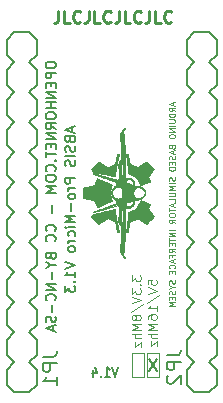
<source format=gbr>
%TF.GenerationSoftware,KiCad,Pcbnew,8.0.4*%
%TF.CreationDate,2024-10-20T10:17:19-04:00*%
%TF.ProjectId,ABSIS_Pro_Micro,41425349-535f-4507-926f-5f4d6963726f,rev?*%
%TF.SameCoordinates,Original*%
%TF.FileFunction,Legend,Bot*%
%TF.FilePolarity,Positive*%
%FSLAX46Y46*%
G04 Gerber Fmt 4.6, Leading zero omitted, Abs format (unit mm)*
G04 Created by KiCad (PCBNEW 8.0.4) date 2024-10-20 10:17:19*
%MOMM*%
%LPD*%
G01*
G04 APERTURE LIST*
%ADD10C,0.100000*%
%ADD11C,0.150000*%
%ADD12C,0.121920*%
%ADD13C,0.250000*%
%ADD14C,0.125000*%
%ADD15C,0.127000*%
%ADD16C,0.203200*%
%ADD17C,0.010000*%
%ADD18C,0.850000*%
%ADD19C,2.082800*%
G04 APERTURE END LIST*
D10*
X151282400Y-120218200D02*
X150215600Y-120218200D01*
X150215600Y-118160800D01*
X151282400Y-118160800D01*
X151282400Y-120218200D01*
X152527000Y-120218200D02*
X151511000Y-120218200D01*
X151511000Y-118211600D01*
X151536400Y-118186200D01*
X152527000Y-118186200D01*
X152527000Y-120218200D01*
D11*
X149080287Y-119388695D02*
X148830287Y-120188695D01*
X148830287Y-120188695D02*
X148580287Y-119388695D01*
X147937430Y-120188695D02*
X148366001Y-120188695D01*
X148151716Y-120188695D02*
X148151716Y-119388695D01*
X148151716Y-119388695D02*
X148223144Y-119502980D01*
X148223144Y-119502980D02*
X148294573Y-119579171D01*
X148294573Y-119579171D02*
X148366001Y-119617266D01*
X147616001Y-120112504D02*
X147580287Y-120150600D01*
X147580287Y-120150600D02*
X147616001Y-120188695D01*
X147616001Y-120188695D02*
X147651715Y-120150600D01*
X147651715Y-120150600D02*
X147616001Y-120112504D01*
X147616001Y-120112504D02*
X147616001Y-120188695D01*
X146937430Y-119655361D02*
X146937430Y-120188695D01*
X147116001Y-119350600D02*
X147294572Y-119922028D01*
X147294572Y-119922028D02*
X146830287Y-119922028D01*
D12*
X150206202Y-111620318D02*
X150206202Y-112098322D01*
X150206202Y-112098322D02*
X150500358Y-111840935D01*
X150500358Y-111840935D02*
X150500358Y-111951244D01*
X150500358Y-111951244D02*
X150537128Y-112024783D01*
X150537128Y-112024783D02*
X150573897Y-112061552D01*
X150573897Y-112061552D02*
X150647436Y-112098322D01*
X150647436Y-112098322D02*
X150831284Y-112098322D01*
X150831284Y-112098322D02*
X150904823Y-112061552D01*
X150904823Y-112061552D02*
X150941593Y-112024783D01*
X150941593Y-112024783D02*
X150978362Y-111951244D01*
X150978362Y-111951244D02*
X150978362Y-111730627D01*
X150978362Y-111730627D02*
X150941593Y-111657088D01*
X150941593Y-111657088D02*
X150904823Y-111620318D01*
X150904823Y-112429247D02*
X150941593Y-112466017D01*
X150941593Y-112466017D02*
X150978362Y-112429247D01*
X150978362Y-112429247D02*
X150941593Y-112392478D01*
X150941593Y-112392478D02*
X150904823Y-112429247D01*
X150904823Y-112429247D02*
X150978362Y-112429247D01*
X150206202Y-112723403D02*
X150206202Y-113201407D01*
X150206202Y-113201407D02*
X150500358Y-112944020D01*
X150500358Y-112944020D02*
X150500358Y-113054329D01*
X150500358Y-113054329D02*
X150537128Y-113127868D01*
X150537128Y-113127868D02*
X150573897Y-113164637D01*
X150573897Y-113164637D02*
X150647436Y-113201407D01*
X150647436Y-113201407D02*
X150831284Y-113201407D01*
X150831284Y-113201407D02*
X150904823Y-113164637D01*
X150904823Y-113164637D02*
X150941593Y-113127868D01*
X150941593Y-113127868D02*
X150978362Y-113054329D01*
X150978362Y-113054329D02*
X150978362Y-112833712D01*
X150978362Y-112833712D02*
X150941593Y-112760173D01*
X150941593Y-112760173D02*
X150904823Y-112723403D01*
X150206202Y-113422024D02*
X150978362Y-113679410D01*
X150978362Y-113679410D02*
X150206202Y-113936797D01*
X150169433Y-114745726D02*
X151162210Y-114083875D01*
X150537128Y-115113422D02*
X150500358Y-115039883D01*
X150500358Y-115039883D02*
X150463589Y-115003113D01*
X150463589Y-115003113D02*
X150390050Y-114966344D01*
X150390050Y-114966344D02*
X150353280Y-114966344D01*
X150353280Y-114966344D02*
X150279741Y-115003113D01*
X150279741Y-115003113D02*
X150242972Y-115039883D01*
X150242972Y-115039883D02*
X150206202Y-115113422D01*
X150206202Y-115113422D02*
X150206202Y-115260500D01*
X150206202Y-115260500D02*
X150242972Y-115334039D01*
X150242972Y-115334039D02*
X150279741Y-115370808D01*
X150279741Y-115370808D02*
X150353280Y-115407578D01*
X150353280Y-115407578D02*
X150390050Y-115407578D01*
X150390050Y-115407578D02*
X150463589Y-115370808D01*
X150463589Y-115370808D02*
X150500358Y-115334039D01*
X150500358Y-115334039D02*
X150537128Y-115260500D01*
X150537128Y-115260500D02*
X150537128Y-115113422D01*
X150537128Y-115113422D02*
X150573897Y-115039883D01*
X150573897Y-115039883D02*
X150610667Y-115003113D01*
X150610667Y-115003113D02*
X150684206Y-114966344D01*
X150684206Y-114966344D02*
X150831284Y-114966344D01*
X150831284Y-114966344D02*
X150904823Y-115003113D01*
X150904823Y-115003113D02*
X150941593Y-115039883D01*
X150941593Y-115039883D02*
X150978362Y-115113422D01*
X150978362Y-115113422D02*
X150978362Y-115260500D01*
X150978362Y-115260500D02*
X150941593Y-115334039D01*
X150941593Y-115334039D02*
X150904823Y-115370808D01*
X150904823Y-115370808D02*
X150831284Y-115407578D01*
X150831284Y-115407578D02*
X150684206Y-115407578D01*
X150684206Y-115407578D02*
X150610667Y-115370808D01*
X150610667Y-115370808D02*
X150573897Y-115334039D01*
X150573897Y-115334039D02*
X150537128Y-115260500D01*
X150978362Y-115738503D02*
X150206202Y-115738503D01*
X150206202Y-115738503D02*
X150757745Y-115995890D01*
X150757745Y-115995890D02*
X150206202Y-116253276D01*
X150206202Y-116253276D02*
X150978362Y-116253276D01*
X150978362Y-116620972D02*
X150206202Y-116620972D01*
X150978362Y-116951898D02*
X150573897Y-116951898D01*
X150573897Y-116951898D02*
X150500358Y-116915128D01*
X150500358Y-116915128D02*
X150463589Y-116841589D01*
X150463589Y-116841589D02*
X150463589Y-116731281D01*
X150463589Y-116731281D02*
X150500358Y-116657742D01*
X150500358Y-116657742D02*
X150537128Y-116620972D01*
X150463589Y-117246054D02*
X150463589Y-117650519D01*
X150463589Y-117650519D02*
X150978362Y-117246054D01*
X150978362Y-117246054D02*
X150978362Y-117650519D01*
X151552402Y-112391752D02*
X151552402Y-112024057D01*
X151552402Y-112024057D02*
X151920097Y-111987288D01*
X151920097Y-111987288D02*
X151883328Y-112024057D01*
X151883328Y-112024057D02*
X151846558Y-112097596D01*
X151846558Y-112097596D02*
X151846558Y-112281444D01*
X151846558Y-112281444D02*
X151883328Y-112354983D01*
X151883328Y-112354983D02*
X151920097Y-112391752D01*
X151920097Y-112391752D02*
X151993636Y-112428522D01*
X151993636Y-112428522D02*
X152177484Y-112428522D01*
X152177484Y-112428522D02*
X152251023Y-112391752D01*
X152251023Y-112391752D02*
X152287793Y-112354983D01*
X152287793Y-112354983D02*
X152324562Y-112281444D01*
X152324562Y-112281444D02*
X152324562Y-112097596D01*
X152324562Y-112097596D02*
X152287793Y-112024057D01*
X152287793Y-112024057D02*
X152251023Y-111987288D01*
X151552402Y-112649139D02*
X152324562Y-112906525D01*
X152324562Y-112906525D02*
X151552402Y-113163912D01*
X151515633Y-113972841D02*
X152508410Y-113310990D01*
X152324562Y-114634693D02*
X152324562Y-114193459D01*
X152324562Y-114414076D02*
X151552402Y-114414076D01*
X151552402Y-114414076D02*
X151662711Y-114340537D01*
X151662711Y-114340537D02*
X151736250Y-114266998D01*
X151736250Y-114266998D02*
X151773019Y-114193459D01*
X151552402Y-115296544D02*
X151552402Y-115149466D01*
X151552402Y-115149466D02*
X151589172Y-115075927D01*
X151589172Y-115075927D02*
X151625941Y-115039157D01*
X151625941Y-115039157D02*
X151736250Y-114965618D01*
X151736250Y-114965618D02*
X151883328Y-114928849D01*
X151883328Y-114928849D02*
X152177484Y-114928849D01*
X152177484Y-114928849D02*
X152251023Y-114965618D01*
X152251023Y-114965618D02*
X152287793Y-115002388D01*
X152287793Y-115002388D02*
X152324562Y-115075927D01*
X152324562Y-115075927D02*
X152324562Y-115223005D01*
X152324562Y-115223005D02*
X152287793Y-115296544D01*
X152287793Y-115296544D02*
X152251023Y-115333313D01*
X152251023Y-115333313D02*
X152177484Y-115370083D01*
X152177484Y-115370083D02*
X151993636Y-115370083D01*
X151993636Y-115370083D02*
X151920097Y-115333313D01*
X151920097Y-115333313D02*
X151883328Y-115296544D01*
X151883328Y-115296544D02*
X151846558Y-115223005D01*
X151846558Y-115223005D02*
X151846558Y-115075927D01*
X151846558Y-115075927D02*
X151883328Y-115002388D01*
X151883328Y-115002388D02*
X151920097Y-114965618D01*
X151920097Y-114965618D02*
X151993636Y-114928849D01*
X152324562Y-115701008D02*
X151552402Y-115701008D01*
X151552402Y-115701008D02*
X152103945Y-115958395D01*
X152103945Y-115958395D02*
X151552402Y-116215781D01*
X151552402Y-116215781D02*
X152324562Y-116215781D01*
X152324562Y-116583477D02*
X151552402Y-116583477D01*
X152324562Y-116914403D02*
X151920097Y-116914403D01*
X151920097Y-116914403D02*
X151846558Y-116877633D01*
X151846558Y-116877633D02*
X151809789Y-116804094D01*
X151809789Y-116804094D02*
X151809789Y-116693786D01*
X151809789Y-116693786D02*
X151846558Y-116620247D01*
X151846558Y-116620247D02*
X151883328Y-116583477D01*
X151809789Y-117208559D02*
X151809789Y-117613024D01*
X151809789Y-117613024D02*
X152324562Y-117208559D01*
X152324562Y-117208559D02*
X152324562Y-117613024D01*
D11*
X145176570Y-99083095D02*
X145176570Y-99487857D01*
X145419427Y-99002143D02*
X144569427Y-99285476D01*
X144569427Y-99285476D02*
X145419427Y-99568810D01*
X144974189Y-100135476D02*
X145014665Y-100256904D01*
X145014665Y-100256904D02*
X145055141Y-100297381D01*
X145055141Y-100297381D02*
X145136093Y-100337857D01*
X145136093Y-100337857D02*
X145257522Y-100337857D01*
X145257522Y-100337857D02*
X145338474Y-100297381D01*
X145338474Y-100297381D02*
X145378951Y-100256904D01*
X145378951Y-100256904D02*
X145419427Y-100175952D01*
X145419427Y-100175952D02*
X145419427Y-99852142D01*
X145419427Y-99852142D02*
X144569427Y-99852142D01*
X144569427Y-99852142D02*
X144569427Y-100135476D01*
X144569427Y-100135476D02*
X144609903Y-100216428D01*
X144609903Y-100216428D02*
X144650379Y-100256904D01*
X144650379Y-100256904D02*
X144731331Y-100297381D01*
X144731331Y-100297381D02*
X144812284Y-100297381D01*
X144812284Y-100297381D02*
X144893236Y-100256904D01*
X144893236Y-100256904D02*
X144933712Y-100216428D01*
X144933712Y-100216428D02*
X144974189Y-100135476D01*
X144974189Y-100135476D02*
X144974189Y-99852142D01*
X145378951Y-100661666D02*
X145419427Y-100783095D01*
X145419427Y-100783095D02*
X145419427Y-100985476D01*
X145419427Y-100985476D02*
X145378951Y-101066428D01*
X145378951Y-101066428D02*
X145338474Y-101106904D01*
X145338474Y-101106904D02*
X145257522Y-101147381D01*
X145257522Y-101147381D02*
X145176570Y-101147381D01*
X145176570Y-101147381D02*
X145095617Y-101106904D01*
X145095617Y-101106904D02*
X145055141Y-101066428D01*
X145055141Y-101066428D02*
X145014665Y-100985476D01*
X145014665Y-100985476D02*
X144974189Y-100823571D01*
X144974189Y-100823571D02*
X144933712Y-100742619D01*
X144933712Y-100742619D02*
X144893236Y-100702142D01*
X144893236Y-100702142D02*
X144812284Y-100661666D01*
X144812284Y-100661666D02*
X144731331Y-100661666D01*
X144731331Y-100661666D02*
X144650379Y-100702142D01*
X144650379Y-100702142D02*
X144609903Y-100742619D01*
X144609903Y-100742619D02*
X144569427Y-100823571D01*
X144569427Y-100823571D02*
X144569427Y-101025952D01*
X144569427Y-101025952D02*
X144609903Y-101147381D01*
X145419427Y-101511666D02*
X144569427Y-101511666D01*
X145378951Y-101875952D02*
X145419427Y-101997381D01*
X145419427Y-101997381D02*
X145419427Y-102199762D01*
X145419427Y-102199762D02*
X145378951Y-102280714D01*
X145378951Y-102280714D02*
X145338474Y-102321190D01*
X145338474Y-102321190D02*
X145257522Y-102361667D01*
X145257522Y-102361667D02*
X145176570Y-102361667D01*
X145176570Y-102361667D02*
X145095617Y-102321190D01*
X145095617Y-102321190D02*
X145055141Y-102280714D01*
X145055141Y-102280714D02*
X145014665Y-102199762D01*
X145014665Y-102199762D02*
X144974189Y-102037857D01*
X144974189Y-102037857D02*
X144933712Y-101956905D01*
X144933712Y-101956905D02*
X144893236Y-101916428D01*
X144893236Y-101916428D02*
X144812284Y-101875952D01*
X144812284Y-101875952D02*
X144731331Y-101875952D01*
X144731331Y-101875952D02*
X144650379Y-101916428D01*
X144650379Y-101916428D02*
X144609903Y-101956905D01*
X144609903Y-101956905D02*
X144569427Y-102037857D01*
X144569427Y-102037857D02*
X144569427Y-102240238D01*
X144569427Y-102240238D02*
X144609903Y-102361667D01*
X145419427Y-103373571D02*
X144569427Y-103373571D01*
X144569427Y-103373571D02*
X144569427Y-103697381D01*
X144569427Y-103697381D02*
X144609903Y-103778333D01*
X144609903Y-103778333D02*
X144650379Y-103818810D01*
X144650379Y-103818810D02*
X144731331Y-103859286D01*
X144731331Y-103859286D02*
X144852760Y-103859286D01*
X144852760Y-103859286D02*
X144933712Y-103818810D01*
X144933712Y-103818810D02*
X144974189Y-103778333D01*
X144974189Y-103778333D02*
X145014665Y-103697381D01*
X145014665Y-103697381D02*
X145014665Y-103373571D01*
X145419427Y-104223571D02*
X144852760Y-104223571D01*
X145014665Y-104223571D02*
X144933712Y-104264048D01*
X144933712Y-104264048D02*
X144893236Y-104304524D01*
X144893236Y-104304524D02*
X144852760Y-104385476D01*
X144852760Y-104385476D02*
X144852760Y-104466429D01*
X145419427Y-104871190D02*
X145378951Y-104790238D01*
X145378951Y-104790238D02*
X145338474Y-104749761D01*
X145338474Y-104749761D02*
X145257522Y-104709285D01*
X145257522Y-104709285D02*
X145014665Y-104709285D01*
X145014665Y-104709285D02*
X144933712Y-104749761D01*
X144933712Y-104749761D02*
X144893236Y-104790238D01*
X144893236Y-104790238D02*
X144852760Y-104871190D01*
X144852760Y-104871190D02*
X144852760Y-104992619D01*
X144852760Y-104992619D02*
X144893236Y-105073571D01*
X144893236Y-105073571D02*
X144933712Y-105114047D01*
X144933712Y-105114047D02*
X145014665Y-105154523D01*
X145014665Y-105154523D02*
X145257522Y-105154523D01*
X145257522Y-105154523D02*
X145338474Y-105114047D01*
X145338474Y-105114047D02*
X145378951Y-105073571D01*
X145378951Y-105073571D02*
X145419427Y-104992619D01*
X145419427Y-104992619D02*
X145419427Y-104871190D01*
X145095617Y-105518809D02*
X145095617Y-106166429D01*
X145419427Y-106571190D02*
X144569427Y-106571190D01*
X144569427Y-106571190D02*
X145176570Y-106854524D01*
X145176570Y-106854524D02*
X144569427Y-107137857D01*
X144569427Y-107137857D02*
X145419427Y-107137857D01*
X145419427Y-107542619D02*
X144852760Y-107542619D01*
X144569427Y-107542619D02*
X144609903Y-107502143D01*
X144609903Y-107502143D02*
X144650379Y-107542619D01*
X144650379Y-107542619D02*
X144609903Y-107583096D01*
X144609903Y-107583096D02*
X144569427Y-107542619D01*
X144569427Y-107542619D02*
X144650379Y-107542619D01*
X145378951Y-108311667D02*
X145419427Y-108230715D01*
X145419427Y-108230715D02*
X145419427Y-108068810D01*
X145419427Y-108068810D02*
X145378951Y-107987858D01*
X145378951Y-107987858D02*
X145338474Y-107947381D01*
X145338474Y-107947381D02*
X145257522Y-107906905D01*
X145257522Y-107906905D02*
X145014665Y-107906905D01*
X145014665Y-107906905D02*
X144933712Y-107947381D01*
X144933712Y-107947381D02*
X144893236Y-107987858D01*
X144893236Y-107987858D02*
X144852760Y-108068810D01*
X144852760Y-108068810D02*
X144852760Y-108230715D01*
X144852760Y-108230715D02*
X144893236Y-108311667D01*
X145419427Y-108675952D02*
X144852760Y-108675952D01*
X145014665Y-108675952D02*
X144933712Y-108716429D01*
X144933712Y-108716429D02*
X144893236Y-108756905D01*
X144893236Y-108756905D02*
X144852760Y-108837857D01*
X144852760Y-108837857D02*
X144852760Y-108918810D01*
X145419427Y-109323571D02*
X145378951Y-109242619D01*
X145378951Y-109242619D02*
X145338474Y-109202142D01*
X145338474Y-109202142D02*
X145257522Y-109161666D01*
X145257522Y-109161666D02*
X145014665Y-109161666D01*
X145014665Y-109161666D02*
X144933712Y-109202142D01*
X144933712Y-109202142D02*
X144893236Y-109242619D01*
X144893236Y-109242619D02*
X144852760Y-109323571D01*
X144852760Y-109323571D02*
X144852760Y-109445000D01*
X144852760Y-109445000D02*
X144893236Y-109525952D01*
X144893236Y-109525952D02*
X144933712Y-109566428D01*
X144933712Y-109566428D02*
X145014665Y-109606904D01*
X145014665Y-109606904D02*
X145257522Y-109606904D01*
X145257522Y-109606904D02*
X145338474Y-109566428D01*
X145338474Y-109566428D02*
X145378951Y-109525952D01*
X145378951Y-109525952D02*
X145419427Y-109445000D01*
X145419427Y-109445000D02*
X145419427Y-109323571D01*
X144569427Y-110497381D02*
X145419427Y-110780714D01*
X145419427Y-110780714D02*
X144569427Y-111064048D01*
X145419427Y-111792619D02*
X145419427Y-111306904D01*
X145419427Y-111549761D02*
X144569427Y-111549761D01*
X144569427Y-111549761D02*
X144690855Y-111468809D01*
X144690855Y-111468809D02*
X144771808Y-111387857D01*
X144771808Y-111387857D02*
X144812284Y-111306904D01*
X145338474Y-112156904D02*
X145378951Y-112197381D01*
X145378951Y-112197381D02*
X145419427Y-112156904D01*
X145419427Y-112156904D02*
X145378951Y-112116428D01*
X145378951Y-112116428D02*
X145338474Y-112156904D01*
X145338474Y-112156904D02*
X145419427Y-112156904D01*
X144569427Y-112480714D02*
X144569427Y-113006905D01*
X144569427Y-113006905D02*
X144893236Y-112723571D01*
X144893236Y-112723571D02*
X144893236Y-112845000D01*
X144893236Y-112845000D02*
X144933712Y-112925952D01*
X144933712Y-112925952D02*
X144974189Y-112966428D01*
X144974189Y-112966428D02*
X145055141Y-113006905D01*
X145055141Y-113006905D02*
X145257522Y-113006905D01*
X145257522Y-113006905D02*
X145338474Y-112966428D01*
X145338474Y-112966428D02*
X145378951Y-112925952D01*
X145378951Y-112925952D02*
X145419427Y-112845000D01*
X145419427Y-112845000D02*
X145419427Y-112602143D01*
X145419427Y-112602143D02*
X145378951Y-112521190D01*
X145378951Y-112521190D02*
X145338474Y-112480714D01*
X142943827Y-93735733D02*
X142943827Y-93897638D01*
X142943827Y-93897638D02*
X142984303Y-93978590D01*
X142984303Y-93978590D02*
X143065255Y-94059543D01*
X143065255Y-94059543D02*
X143227160Y-94100019D01*
X143227160Y-94100019D02*
X143510493Y-94100019D01*
X143510493Y-94100019D02*
X143672398Y-94059543D01*
X143672398Y-94059543D02*
X143753351Y-93978590D01*
X143753351Y-93978590D02*
X143793827Y-93897638D01*
X143793827Y-93897638D02*
X143793827Y-93735733D01*
X143793827Y-93735733D02*
X143753351Y-93654781D01*
X143753351Y-93654781D02*
X143672398Y-93573828D01*
X143672398Y-93573828D02*
X143510493Y-93533352D01*
X143510493Y-93533352D02*
X143227160Y-93533352D01*
X143227160Y-93533352D02*
X143065255Y-93573828D01*
X143065255Y-93573828D02*
X142984303Y-93654781D01*
X142984303Y-93654781D02*
X142943827Y-93735733D01*
X143793827Y-94464304D02*
X142943827Y-94464304D01*
X142943827Y-94464304D02*
X142943827Y-94788114D01*
X142943827Y-94788114D02*
X142984303Y-94869066D01*
X142984303Y-94869066D02*
X143024779Y-94909543D01*
X143024779Y-94909543D02*
X143105731Y-94950019D01*
X143105731Y-94950019D02*
X143227160Y-94950019D01*
X143227160Y-94950019D02*
X143308112Y-94909543D01*
X143308112Y-94909543D02*
X143348589Y-94869066D01*
X143348589Y-94869066D02*
X143389065Y-94788114D01*
X143389065Y-94788114D02*
X143389065Y-94464304D01*
X143348589Y-95314304D02*
X143348589Y-95597638D01*
X143793827Y-95719066D02*
X143793827Y-95314304D01*
X143793827Y-95314304D02*
X142943827Y-95314304D01*
X142943827Y-95314304D02*
X142943827Y-95719066D01*
X143793827Y-96083352D02*
X142943827Y-96083352D01*
X142943827Y-96083352D02*
X143793827Y-96569067D01*
X143793827Y-96569067D02*
X142943827Y-96569067D01*
X143793827Y-96973828D02*
X142943827Y-96973828D01*
X143348589Y-96973828D02*
X143348589Y-97459543D01*
X143793827Y-97459543D02*
X142943827Y-97459543D01*
X142943827Y-98026209D02*
X142943827Y-98188114D01*
X142943827Y-98188114D02*
X142984303Y-98269066D01*
X142984303Y-98269066D02*
X143065255Y-98350019D01*
X143065255Y-98350019D02*
X143227160Y-98390495D01*
X143227160Y-98390495D02*
X143510493Y-98390495D01*
X143510493Y-98390495D02*
X143672398Y-98350019D01*
X143672398Y-98350019D02*
X143753351Y-98269066D01*
X143753351Y-98269066D02*
X143793827Y-98188114D01*
X143793827Y-98188114D02*
X143793827Y-98026209D01*
X143793827Y-98026209D02*
X143753351Y-97945257D01*
X143753351Y-97945257D02*
X143672398Y-97864304D01*
X143672398Y-97864304D02*
X143510493Y-97823828D01*
X143510493Y-97823828D02*
X143227160Y-97823828D01*
X143227160Y-97823828D02*
X143065255Y-97864304D01*
X143065255Y-97864304D02*
X142984303Y-97945257D01*
X142984303Y-97945257D02*
X142943827Y-98026209D01*
X143793827Y-99240495D02*
X143389065Y-98957161D01*
X143793827Y-98754780D02*
X142943827Y-98754780D01*
X142943827Y-98754780D02*
X142943827Y-99078590D01*
X142943827Y-99078590D02*
X142984303Y-99159542D01*
X142984303Y-99159542D02*
X143024779Y-99200019D01*
X143024779Y-99200019D02*
X143105731Y-99240495D01*
X143105731Y-99240495D02*
X143227160Y-99240495D01*
X143227160Y-99240495D02*
X143308112Y-99200019D01*
X143308112Y-99200019D02*
X143348589Y-99159542D01*
X143348589Y-99159542D02*
X143389065Y-99078590D01*
X143389065Y-99078590D02*
X143389065Y-98754780D01*
X143793827Y-99604780D02*
X142943827Y-99604780D01*
X142943827Y-99604780D02*
X143793827Y-100090495D01*
X143793827Y-100090495D02*
X142943827Y-100090495D01*
X143348589Y-100495256D02*
X143348589Y-100778590D01*
X143793827Y-100900018D02*
X143793827Y-100495256D01*
X143793827Y-100495256D02*
X142943827Y-100495256D01*
X142943827Y-100495256D02*
X142943827Y-100900018D01*
X142943827Y-101142876D02*
X142943827Y-101628590D01*
X143793827Y-101385733D02*
X142943827Y-101385733D01*
X143712874Y-101911923D02*
X143753351Y-101952400D01*
X143753351Y-101952400D02*
X143793827Y-101911923D01*
X143793827Y-101911923D02*
X143753351Y-101871447D01*
X143753351Y-101871447D02*
X143712874Y-101911923D01*
X143712874Y-101911923D02*
X143793827Y-101911923D01*
X143712874Y-102802400D02*
X143753351Y-102761924D01*
X143753351Y-102761924D02*
X143793827Y-102640495D01*
X143793827Y-102640495D02*
X143793827Y-102559543D01*
X143793827Y-102559543D02*
X143753351Y-102438114D01*
X143753351Y-102438114D02*
X143672398Y-102357162D01*
X143672398Y-102357162D02*
X143591446Y-102316685D01*
X143591446Y-102316685D02*
X143429541Y-102276209D01*
X143429541Y-102276209D02*
X143308112Y-102276209D01*
X143308112Y-102276209D02*
X143146208Y-102316685D01*
X143146208Y-102316685D02*
X143065255Y-102357162D01*
X143065255Y-102357162D02*
X142984303Y-102438114D01*
X142984303Y-102438114D02*
X142943827Y-102559543D01*
X142943827Y-102559543D02*
X142943827Y-102640495D01*
X142943827Y-102640495D02*
X142984303Y-102761924D01*
X142984303Y-102761924D02*
X143024779Y-102802400D01*
X142943827Y-103328590D02*
X142943827Y-103490495D01*
X142943827Y-103490495D02*
X142984303Y-103571447D01*
X142984303Y-103571447D02*
X143065255Y-103652400D01*
X143065255Y-103652400D02*
X143227160Y-103692876D01*
X143227160Y-103692876D02*
X143510493Y-103692876D01*
X143510493Y-103692876D02*
X143672398Y-103652400D01*
X143672398Y-103652400D02*
X143753351Y-103571447D01*
X143753351Y-103571447D02*
X143793827Y-103490495D01*
X143793827Y-103490495D02*
X143793827Y-103328590D01*
X143793827Y-103328590D02*
X143753351Y-103247638D01*
X143753351Y-103247638D02*
X143672398Y-103166685D01*
X143672398Y-103166685D02*
X143510493Y-103126209D01*
X143510493Y-103126209D02*
X143227160Y-103126209D01*
X143227160Y-103126209D02*
X143065255Y-103166685D01*
X143065255Y-103166685D02*
X142984303Y-103247638D01*
X142984303Y-103247638D02*
X142943827Y-103328590D01*
X143793827Y-104057161D02*
X142943827Y-104057161D01*
X142943827Y-104057161D02*
X143550970Y-104340495D01*
X143550970Y-104340495D02*
X142943827Y-104623828D01*
X142943827Y-104623828D02*
X143793827Y-104623828D01*
X143470017Y-105676209D02*
X143470017Y-106323829D01*
X143712874Y-107861924D02*
X143753351Y-107821448D01*
X143753351Y-107821448D02*
X143793827Y-107700019D01*
X143793827Y-107700019D02*
X143793827Y-107619067D01*
X143793827Y-107619067D02*
X143753351Y-107497638D01*
X143753351Y-107497638D02*
X143672398Y-107416686D01*
X143672398Y-107416686D02*
X143591446Y-107376209D01*
X143591446Y-107376209D02*
X143429541Y-107335733D01*
X143429541Y-107335733D02*
X143308112Y-107335733D01*
X143308112Y-107335733D02*
X143146208Y-107376209D01*
X143146208Y-107376209D02*
X143065255Y-107416686D01*
X143065255Y-107416686D02*
X142984303Y-107497638D01*
X142984303Y-107497638D02*
X142943827Y-107619067D01*
X142943827Y-107619067D02*
X142943827Y-107700019D01*
X142943827Y-107700019D02*
X142984303Y-107821448D01*
X142984303Y-107821448D02*
X143024779Y-107861924D01*
X143712874Y-108711924D02*
X143753351Y-108671448D01*
X143753351Y-108671448D02*
X143793827Y-108550019D01*
X143793827Y-108550019D02*
X143793827Y-108469067D01*
X143793827Y-108469067D02*
X143753351Y-108347638D01*
X143753351Y-108347638D02*
X143672398Y-108266686D01*
X143672398Y-108266686D02*
X143591446Y-108226209D01*
X143591446Y-108226209D02*
X143429541Y-108185733D01*
X143429541Y-108185733D02*
X143308112Y-108185733D01*
X143308112Y-108185733D02*
X143146208Y-108226209D01*
X143146208Y-108226209D02*
X143065255Y-108266686D01*
X143065255Y-108266686D02*
X142984303Y-108347638D01*
X142984303Y-108347638D02*
X142943827Y-108469067D01*
X142943827Y-108469067D02*
X142943827Y-108550019D01*
X142943827Y-108550019D02*
X142984303Y-108671448D01*
X142984303Y-108671448D02*
X143024779Y-108711924D01*
X143348589Y-110007162D02*
X143389065Y-110128590D01*
X143389065Y-110128590D02*
X143429541Y-110169067D01*
X143429541Y-110169067D02*
X143510493Y-110209543D01*
X143510493Y-110209543D02*
X143631922Y-110209543D01*
X143631922Y-110209543D02*
X143712874Y-110169067D01*
X143712874Y-110169067D02*
X143753351Y-110128590D01*
X143753351Y-110128590D02*
X143793827Y-110047638D01*
X143793827Y-110047638D02*
X143793827Y-109723828D01*
X143793827Y-109723828D02*
X142943827Y-109723828D01*
X142943827Y-109723828D02*
X142943827Y-110007162D01*
X142943827Y-110007162D02*
X142984303Y-110088114D01*
X142984303Y-110088114D02*
X143024779Y-110128590D01*
X143024779Y-110128590D02*
X143105731Y-110169067D01*
X143105731Y-110169067D02*
X143186684Y-110169067D01*
X143186684Y-110169067D02*
X143267636Y-110128590D01*
X143267636Y-110128590D02*
X143308112Y-110088114D01*
X143308112Y-110088114D02*
X143348589Y-110007162D01*
X143348589Y-110007162D02*
X143348589Y-109723828D01*
X143389065Y-110735733D02*
X143793827Y-110735733D01*
X142943827Y-110452400D02*
X143389065Y-110735733D01*
X143389065Y-110735733D02*
X142943827Y-111019067D01*
X143470017Y-111302399D02*
X143470017Y-111950019D01*
X143793827Y-112354780D02*
X142943827Y-112354780D01*
X142943827Y-112354780D02*
X143793827Y-112840495D01*
X143793827Y-112840495D02*
X142943827Y-112840495D01*
X143712874Y-113730971D02*
X143753351Y-113690495D01*
X143753351Y-113690495D02*
X143793827Y-113569066D01*
X143793827Y-113569066D02*
X143793827Y-113488114D01*
X143793827Y-113488114D02*
X143753351Y-113366685D01*
X143753351Y-113366685D02*
X143672398Y-113285733D01*
X143672398Y-113285733D02*
X143591446Y-113245256D01*
X143591446Y-113245256D02*
X143429541Y-113204780D01*
X143429541Y-113204780D02*
X143308112Y-113204780D01*
X143308112Y-113204780D02*
X143146208Y-113245256D01*
X143146208Y-113245256D02*
X143065255Y-113285733D01*
X143065255Y-113285733D02*
X142984303Y-113366685D01*
X142984303Y-113366685D02*
X142943827Y-113488114D01*
X142943827Y-113488114D02*
X142943827Y-113569066D01*
X142943827Y-113569066D02*
X142984303Y-113690495D01*
X142984303Y-113690495D02*
X143024779Y-113730971D01*
X143470017Y-114095256D02*
X143470017Y-114742876D01*
X143753351Y-115107161D02*
X143793827Y-115228590D01*
X143793827Y-115228590D02*
X143793827Y-115430971D01*
X143793827Y-115430971D02*
X143753351Y-115511923D01*
X143753351Y-115511923D02*
X143712874Y-115552399D01*
X143712874Y-115552399D02*
X143631922Y-115592876D01*
X143631922Y-115592876D02*
X143550970Y-115592876D01*
X143550970Y-115592876D02*
X143470017Y-115552399D01*
X143470017Y-115552399D02*
X143429541Y-115511923D01*
X143429541Y-115511923D02*
X143389065Y-115430971D01*
X143389065Y-115430971D02*
X143348589Y-115269066D01*
X143348589Y-115269066D02*
X143308112Y-115188114D01*
X143308112Y-115188114D02*
X143267636Y-115147637D01*
X143267636Y-115147637D02*
X143186684Y-115107161D01*
X143186684Y-115107161D02*
X143105731Y-115107161D01*
X143105731Y-115107161D02*
X143024779Y-115147637D01*
X143024779Y-115147637D02*
X142984303Y-115188114D01*
X142984303Y-115188114D02*
X142943827Y-115269066D01*
X142943827Y-115269066D02*
X142943827Y-115471447D01*
X142943827Y-115471447D02*
X142984303Y-115592876D01*
X143550970Y-115916685D02*
X143550970Y-116321447D01*
X143793827Y-115835733D02*
X142943827Y-116119066D01*
X142943827Y-116119066D02*
X143793827Y-116402400D01*
D13*
X143998282Y-89224619D02*
X143998282Y-89938904D01*
X143998282Y-89938904D02*
X143950663Y-90081761D01*
X143950663Y-90081761D02*
X143855425Y-90177000D01*
X143855425Y-90177000D02*
X143712568Y-90224619D01*
X143712568Y-90224619D02*
X143617330Y-90224619D01*
X144950663Y-90224619D02*
X144474473Y-90224619D01*
X144474473Y-90224619D02*
X144474473Y-89224619D01*
X145855425Y-90129380D02*
X145807806Y-90177000D01*
X145807806Y-90177000D02*
X145664949Y-90224619D01*
X145664949Y-90224619D02*
X145569711Y-90224619D01*
X145569711Y-90224619D02*
X145426854Y-90177000D01*
X145426854Y-90177000D02*
X145331616Y-90081761D01*
X145331616Y-90081761D02*
X145283997Y-89986523D01*
X145283997Y-89986523D02*
X145236378Y-89796047D01*
X145236378Y-89796047D02*
X145236378Y-89653190D01*
X145236378Y-89653190D02*
X145283997Y-89462714D01*
X145283997Y-89462714D02*
X145331616Y-89367476D01*
X145331616Y-89367476D02*
X145426854Y-89272238D01*
X145426854Y-89272238D02*
X145569711Y-89224619D01*
X145569711Y-89224619D02*
X145664949Y-89224619D01*
X145664949Y-89224619D02*
X145807806Y-89272238D01*
X145807806Y-89272238D02*
X145855425Y-89319857D01*
X146569711Y-89224619D02*
X146569711Y-89938904D01*
X146569711Y-89938904D02*
X146522092Y-90081761D01*
X146522092Y-90081761D02*
X146426854Y-90177000D01*
X146426854Y-90177000D02*
X146283997Y-90224619D01*
X146283997Y-90224619D02*
X146188759Y-90224619D01*
X147522092Y-90224619D02*
X147045902Y-90224619D01*
X147045902Y-90224619D02*
X147045902Y-89224619D01*
X148426854Y-90129380D02*
X148379235Y-90177000D01*
X148379235Y-90177000D02*
X148236378Y-90224619D01*
X148236378Y-90224619D02*
X148141140Y-90224619D01*
X148141140Y-90224619D02*
X147998283Y-90177000D01*
X147998283Y-90177000D02*
X147903045Y-90081761D01*
X147903045Y-90081761D02*
X147855426Y-89986523D01*
X147855426Y-89986523D02*
X147807807Y-89796047D01*
X147807807Y-89796047D02*
X147807807Y-89653190D01*
X147807807Y-89653190D02*
X147855426Y-89462714D01*
X147855426Y-89462714D02*
X147903045Y-89367476D01*
X147903045Y-89367476D02*
X147998283Y-89272238D01*
X147998283Y-89272238D02*
X148141140Y-89224619D01*
X148141140Y-89224619D02*
X148236378Y-89224619D01*
X148236378Y-89224619D02*
X148379235Y-89272238D01*
X148379235Y-89272238D02*
X148426854Y-89319857D01*
X149141140Y-89224619D02*
X149141140Y-89938904D01*
X149141140Y-89938904D02*
X149093521Y-90081761D01*
X149093521Y-90081761D02*
X148998283Y-90177000D01*
X148998283Y-90177000D02*
X148855426Y-90224619D01*
X148855426Y-90224619D02*
X148760188Y-90224619D01*
X150093521Y-90224619D02*
X149617331Y-90224619D01*
X149617331Y-90224619D02*
X149617331Y-89224619D01*
X150998283Y-90129380D02*
X150950664Y-90177000D01*
X150950664Y-90177000D02*
X150807807Y-90224619D01*
X150807807Y-90224619D02*
X150712569Y-90224619D01*
X150712569Y-90224619D02*
X150569712Y-90177000D01*
X150569712Y-90177000D02*
X150474474Y-90081761D01*
X150474474Y-90081761D02*
X150426855Y-89986523D01*
X150426855Y-89986523D02*
X150379236Y-89796047D01*
X150379236Y-89796047D02*
X150379236Y-89653190D01*
X150379236Y-89653190D02*
X150426855Y-89462714D01*
X150426855Y-89462714D02*
X150474474Y-89367476D01*
X150474474Y-89367476D02*
X150569712Y-89272238D01*
X150569712Y-89272238D02*
X150712569Y-89224619D01*
X150712569Y-89224619D02*
X150807807Y-89224619D01*
X150807807Y-89224619D02*
X150950664Y-89272238D01*
X150950664Y-89272238D02*
X150998283Y-89319857D01*
X151712569Y-89224619D02*
X151712569Y-89938904D01*
X151712569Y-89938904D02*
X151664950Y-90081761D01*
X151664950Y-90081761D02*
X151569712Y-90177000D01*
X151569712Y-90177000D02*
X151426855Y-90224619D01*
X151426855Y-90224619D02*
X151331617Y-90224619D01*
X152664950Y-90224619D02*
X152188760Y-90224619D01*
X152188760Y-90224619D02*
X152188760Y-89224619D01*
X153569712Y-90129380D02*
X153522093Y-90177000D01*
X153522093Y-90177000D02*
X153379236Y-90224619D01*
X153379236Y-90224619D02*
X153283998Y-90224619D01*
X153283998Y-90224619D02*
X153141141Y-90177000D01*
X153141141Y-90177000D02*
X153045903Y-90081761D01*
X153045903Y-90081761D02*
X152998284Y-89986523D01*
X152998284Y-89986523D02*
X152950665Y-89796047D01*
X152950665Y-89796047D02*
X152950665Y-89653190D01*
X152950665Y-89653190D02*
X152998284Y-89462714D01*
X152998284Y-89462714D02*
X153045903Y-89367476D01*
X153045903Y-89367476D02*
X153141141Y-89272238D01*
X153141141Y-89272238D02*
X153283998Y-89224619D01*
X153283998Y-89224619D02*
X153379236Y-89224619D01*
X153379236Y-89224619D02*
X153522093Y-89272238D01*
X153522093Y-89272238D02*
X153569712Y-89319857D01*
D11*
X152336258Y-118681619D02*
X151669592Y-119681619D01*
X151669592Y-118681619D02*
X152336258Y-119681619D01*
D14*
X153726552Y-96970345D02*
X153726552Y-97208440D01*
X153869409Y-96922726D02*
X153369409Y-97089392D01*
X153369409Y-97089392D02*
X153869409Y-97256059D01*
X153869409Y-97708439D02*
X153631314Y-97541773D01*
X153869409Y-97422725D02*
X153369409Y-97422725D01*
X153369409Y-97422725D02*
X153369409Y-97613201D01*
X153369409Y-97613201D02*
X153393219Y-97660820D01*
X153393219Y-97660820D02*
X153417028Y-97684630D01*
X153417028Y-97684630D02*
X153464647Y-97708439D01*
X153464647Y-97708439D02*
X153536076Y-97708439D01*
X153536076Y-97708439D02*
X153583695Y-97684630D01*
X153583695Y-97684630D02*
X153607504Y-97660820D01*
X153607504Y-97660820D02*
X153631314Y-97613201D01*
X153631314Y-97613201D02*
X153631314Y-97422725D01*
X153869409Y-97922725D02*
X153369409Y-97922725D01*
X153369409Y-97922725D02*
X153369409Y-98041773D01*
X153369409Y-98041773D02*
X153393219Y-98113201D01*
X153393219Y-98113201D02*
X153440838Y-98160820D01*
X153440838Y-98160820D02*
X153488457Y-98184630D01*
X153488457Y-98184630D02*
X153583695Y-98208439D01*
X153583695Y-98208439D02*
X153655123Y-98208439D01*
X153655123Y-98208439D02*
X153750361Y-98184630D01*
X153750361Y-98184630D02*
X153797980Y-98160820D01*
X153797980Y-98160820D02*
X153845600Y-98113201D01*
X153845600Y-98113201D02*
X153869409Y-98041773D01*
X153869409Y-98041773D02*
X153869409Y-97922725D01*
X153369409Y-98422725D02*
X153774171Y-98422725D01*
X153774171Y-98422725D02*
X153821790Y-98446535D01*
X153821790Y-98446535D02*
X153845600Y-98470344D01*
X153845600Y-98470344D02*
X153869409Y-98517963D01*
X153869409Y-98517963D02*
X153869409Y-98613201D01*
X153869409Y-98613201D02*
X153845600Y-98660820D01*
X153845600Y-98660820D02*
X153821790Y-98684630D01*
X153821790Y-98684630D02*
X153774171Y-98708439D01*
X153774171Y-98708439D02*
X153369409Y-98708439D01*
X153869409Y-98946535D02*
X153369409Y-98946535D01*
X153869409Y-99184630D02*
X153369409Y-99184630D01*
X153369409Y-99184630D02*
X153869409Y-99470344D01*
X153869409Y-99470344D02*
X153369409Y-99470344D01*
X153369409Y-99803678D02*
X153369409Y-99898916D01*
X153369409Y-99898916D02*
X153393219Y-99946535D01*
X153393219Y-99946535D02*
X153440838Y-99994154D01*
X153440838Y-99994154D02*
X153536076Y-100017964D01*
X153536076Y-100017964D02*
X153702742Y-100017964D01*
X153702742Y-100017964D02*
X153797980Y-99994154D01*
X153797980Y-99994154D02*
X153845600Y-99946535D01*
X153845600Y-99946535D02*
X153869409Y-99898916D01*
X153869409Y-99898916D02*
X153869409Y-99803678D01*
X153869409Y-99803678D02*
X153845600Y-99756059D01*
X153845600Y-99756059D02*
X153797980Y-99708440D01*
X153797980Y-99708440D02*
X153702742Y-99684631D01*
X153702742Y-99684631D02*
X153536076Y-99684631D01*
X153536076Y-99684631D02*
X153440838Y-99708440D01*
X153440838Y-99708440D02*
X153393219Y-99756059D01*
X153393219Y-99756059D02*
X153369409Y-99803678D01*
X153607504Y-100779869D02*
X153631314Y-100851297D01*
X153631314Y-100851297D02*
X153655123Y-100875107D01*
X153655123Y-100875107D02*
X153702742Y-100898916D01*
X153702742Y-100898916D02*
X153774171Y-100898916D01*
X153774171Y-100898916D02*
X153821790Y-100875107D01*
X153821790Y-100875107D02*
X153845600Y-100851297D01*
X153845600Y-100851297D02*
X153869409Y-100803678D01*
X153869409Y-100803678D02*
X153869409Y-100613202D01*
X153869409Y-100613202D02*
X153369409Y-100613202D01*
X153369409Y-100613202D02*
X153369409Y-100779869D01*
X153369409Y-100779869D02*
X153393219Y-100827488D01*
X153393219Y-100827488D02*
X153417028Y-100851297D01*
X153417028Y-100851297D02*
X153464647Y-100875107D01*
X153464647Y-100875107D02*
X153512266Y-100875107D01*
X153512266Y-100875107D02*
X153559885Y-100851297D01*
X153559885Y-100851297D02*
X153583695Y-100827488D01*
X153583695Y-100827488D02*
X153607504Y-100779869D01*
X153607504Y-100779869D02*
X153607504Y-100613202D01*
X153726552Y-101089393D02*
X153726552Y-101327488D01*
X153869409Y-101041774D02*
X153369409Y-101208440D01*
X153369409Y-101208440D02*
X153869409Y-101375107D01*
X153845600Y-101517964D02*
X153869409Y-101589392D01*
X153869409Y-101589392D02*
X153869409Y-101708440D01*
X153869409Y-101708440D02*
X153845600Y-101756059D01*
X153845600Y-101756059D02*
X153821790Y-101779868D01*
X153821790Y-101779868D02*
X153774171Y-101803678D01*
X153774171Y-101803678D02*
X153726552Y-101803678D01*
X153726552Y-101803678D02*
X153678933Y-101779868D01*
X153678933Y-101779868D02*
X153655123Y-101756059D01*
X153655123Y-101756059D02*
X153631314Y-101708440D01*
X153631314Y-101708440D02*
X153607504Y-101613202D01*
X153607504Y-101613202D02*
X153583695Y-101565583D01*
X153583695Y-101565583D02*
X153559885Y-101541773D01*
X153559885Y-101541773D02*
X153512266Y-101517964D01*
X153512266Y-101517964D02*
X153464647Y-101517964D01*
X153464647Y-101517964D02*
X153417028Y-101541773D01*
X153417028Y-101541773D02*
X153393219Y-101565583D01*
X153393219Y-101565583D02*
X153369409Y-101613202D01*
X153369409Y-101613202D02*
X153369409Y-101732249D01*
X153369409Y-101732249D02*
X153393219Y-101803678D01*
X153607504Y-102017963D02*
X153607504Y-102184630D01*
X153869409Y-102256058D02*
X153869409Y-102017963D01*
X153869409Y-102017963D02*
X153369409Y-102017963D01*
X153369409Y-102017963D02*
X153369409Y-102256058D01*
X153869409Y-102470344D02*
X153369409Y-102470344D01*
X153369409Y-102470344D02*
X153369409Y-102589392D01*
X153369409Y-102589392D02*
X153393219Y-102660820D01*
X153393219Y-102660820D02*
X153440838Y-102708439D01*
X153440838Y-102708439D02*
X153488457Y-102732249D01*
X153488457Y-102732249D02*
X153583695Y-102756058D01*
X153583695Y-102756058D02*
X153655123Y-102756058D01*
X153655123Y-102756058D02*
X153750361Y-102732249D01*
X153750361Y-102732249D02*
X153797980Y-102708439D01*
X153797980Y-102708439D02*
X153845600Y-102660820D01*
X153845600Y-102660820D02*
X153869409Y-102589392D01*
X153869409Y-102589392D02*
X153869409Y-102470344D01*
X153845600Y-103327487D02*
X153869409Y-103398915D01*
X153869409Y-103398915D02*
X153869409Y-103517963D01*
X153869409Y-103517963D02*
X153845600Y-103565582D01*
X153845600Y-103565582D02*
X153821790Y-103589391D01*
X153821790Y-103589391D02*
X153774171Y-103613201D01*
X153774171Y-103613201D02*
X153726552Y-103613201D01*
X153726552Y-103613201D02*
X153678933Y-103589391D01*
X153678933Y-103589391D02*
X153655123Y-103565582D01*
X153655123Y-103565582D02*
X153631314Y-103517963D01*
X153631314Y-103517963D02*
X153607504Y-103422725D01*
X153607504Y-103422725D02*
X153583695Y-103375106D01*
X153583695Y-103375106D02*
X153559885Y-103351296D01*
X153559885Y-103351296D02*
X153512266Y-103327487D01*
X153512266Y-103327487D02*
X153464647Y-103327487D01*
X153464647Y-103327487D02*
X153417028Y-103351296D01*
X153417028Y-103351296D02*
X153393219Y-103375106D01*
X153393219Y-103375106D02*
X153369409Y-103422725D01*
X153369409Y-103422725D02*
X153369409Y-103541772D01*
X153369409Y-103541772D02*
X153393219Y-103613201D01*
X153869409Y-103827486D02*
X153369409Y-103827486D01*
X153869409Y-104065581D02*
X153369409Y-104065581D01*
X153369409Y-104065581D02*
X153726552Y-104232248D01*
X153726552Y-104232248D02*
X153369409Y-104398914D01*
X153369409Y-104398914D02*
X153869409Y-104398914D01*
X153369409Y-104637010D02*
X153774171Y-104637010D01*
X153774171Y-104637010D02*
X153821790Y-104660820D01*
X153821790Y-104660820D02*
X153845600Y-104684629D01*
X153845600Y-104684629D02*
X153869409Y-104732248D01*
X153869409Y-104732248D02*
X153869409Y-104827486D01*
X153869409Y-104827486D02*
X153845600Y-104875105D01*
X153845600Y-104875105D02*
X153821790Y-104898915D01*
X153821790Y-104898915D02*
X153774171Y-104922724D01*
X153774171Y-104922724D02*
X153369409Y-104922724D01*
X153869409Y-105398915D02*
X153869409Y-105160820D01*
X153869409Y-105160820D02*
X153369409Y-105160820D01*
X153726552Y-105541773D02*
X153726552Y-105779868D01*
X153869409Y-105494154D02*
X153369409Y-105660820D01*
X153369409Y-105660820D02*
X153869409Y-105827487D01*
X153369409Y-105922725D02*
X153369409Y-106208439D01*
X153869409Y-106065582D02*
X153369409Y-106065582D01*
X153369409Y-106470343D02*
X153369409Y-106565581D01*
X153369409Y-106565581D02*
X153393219Y-106613200D01*
X153393219Y-106613200D02*
X153440838Y-106660819D01*
X153440838Y-106660819D02*
X153536076Y-106684629D01*
X153536076Y-106684629D02*
X153702742Y-106684629D01*
X153702742Y-106684629D02*
X153797980Y-106660819D01*
X153797980Y-106660819D02*
X153845600Y-106613200D01*
X153845600Y-106613200D02*
X153869409Y-106565581D01*
X153869409Y-106565581D02*
X153869409Y-106470343D01*
X153869409Y-106470343D02*
X153845600Y-106422724D01*
X153845600Y-106422724D02*
X153797980Y-106375105D01*
X153797980Y-106375105D02*
X153702742Y-106351296D01*
X153702742Y-106351296D02*
X153536076Y-106351296D01*
X153536076Y-106351296D02*
X153440838Y-106375105D01*
X153440838Y-106375105D02*
X153393219Y-106422724D01*
X153393219Y-106422724D02*
X153369409Y-106470343D01*
X153869409Y-107184629D02*
X153631314Y-107017963D01*
X153869409Y-106898915D02*
X153369409Y-106898915D01*
X153369409Y-106898915D02*
X153369409Y-107089391D01*
X153369409Y-107089391D02*
X153393219Y-107137010D01*
X153393219Y-107137010D02*
X153417028Y-107160820D01*
X153417028Y-107160820D02*
X153464647Y-107184629D01*
X153464647Y-107184629D02*
X153536076Y-107184629D01*
X153536076Y-107184629D02*
X153583695Y-107160820D01*
X153583695Y-107160820D02*
X153607504Y-107137010D01*
X153607504Y-107137010D02*
X153631314Y-107089391D01*
X153631314Y-107089391D02*
X153631314Y-106898915D01*
X153869409Y-107779867D02*
X153369409Y-107779867D01*
X153869409Y-108017962D02*
X153369409Y-108017962D01*
X153369409Y-108017962D02*
X153869409Y-108303676D01*
X153869409Y-108303676D02*
X153369409Y-108303676D01*
X153369409Y-108470344D02*
X153369409Y-108756058D01*
X153869409Y-108613201D02*
X153369409Y-108613201D01*
X153607504Y-108922724D02*
X153607504Y-109089391D01*
X153869409Y-109160819D02*
X153869409Y-108922724D01*
X153869409Y-108922724D02*
X153369409Y-108922724D01*
X153369409Y-108922724D02*
X153369409Y-109160819D01*
X153869409Y-109660819D02*
X153631314Y-109494153D01*
X153869409Y-109375105D02*
X153369409Y-109375105D01*
X153369409Y-109375105D02*
X153369409Y-109565581D01*
X153369409Y-109565581D02*
X153393219Y-109613200D01*
X153393219Y-109613200D02*
X153417028Y-109637010D01*
X153417028Y-109637010D02*
X153464647Y-109660819D01*
X153464647Y-109660819D02*
X153536076Y-109660819D01*
X153536076Y-109660819D02*
X153583695Y-109637010D01*
X153583695Y-109637010D02*
X153607504Y-109613200D01*
X153607504Y-109613200D02*
X153631314Y-109565581D01*
X153631314Y-109565581D02*
X153631314Y-109375105D01*
X153607504Y-110041772D02*
X153607504Y-109875105D01*
X153869409Y-109875105D02*
X153369409Y-109875105D01*
X153369409Y-109875105D02*
X153369409Y-110113200D01*
X153726552Y-110279867D02*
X153726552Y-110517962D01*
X153869409Y-110232248D02*
X153369409Y-110398914D01*
X153369409Y-110398914D02*
X153869409Y-110565581D01*
X153821790Y-111017961D02*
X153845600Y-110994152D01*
X153845600Y-110994152D02*
X153869409Y-110922723D01*
X153869409Y-110922723D02*
X153869409Y-110875104D01*
X153869409Y-110875104D02*
X153845600Y-110803676D01*
X153845600Y-110803676D02*
X153797980Y-110756057D01*
X153797980Y-110756057D02*
X153750361Y-110732247D01*
X153750361Y-110732247D02*
X153655123Y-110708438D01*
X153655123Y-110708438D02*
X153583695Y-110708438D01*
X153583695Y-110708438D02*
X153488457Y-110732247D01*
X153488457Y-110732247D02*
X153440838Y-110756057D01*
X153440838Y-110756057D02*
X153393219Y-110803676D01*
X153393219Y-110803676D02*
X153369409Y-110875104D01*
X153369409Y-110875104D02*
X153369409Y-110922723D01*
X153369409Y-110922723D02*
X153393219Y-110994152D01*
X153393219Y-110994152D02*
X153417028Y-111017961D01*
X153607504Y-111232247D02*
X153607504Y-111398914D01*
X153869409Y-111470342D02*
X153869409Y-111232247D01*
X153869409Y-111232247D02*
X153369409Y-111232247D01*
X153369409Y-111232247D02*
X153369409Y-111470342D01*
X153845600Y-112041771D02*
X153869409Y-112113199D01*
X153869409Y-112113199D02*
X153869409Y-112232247D01*
X153869409Y-112232247D02*
X153845600Y-112279866D01*
X153845600Y-112279866D02*
X153821790Y-112303675D01*
X153821790Y-112303675D02*
X153774171Y-112327485D01*
X153774171Y-112327485D02*
X153726552Y-112327485D01*
X153726552Y-112327485D02*
X153678933Y-112303675D01*
X153678933Y-112303675D02*
X153655123Y-112279866D01*
X153655123Y-112279866D02*
X153631314Y-112232247D01*
X153631314Y-112232247D02*
X153607504Y-112137009D01*
X153607504Y-112137009D02*
X153583695Y-112089390D01*
X153583695Y-112089390D02*
X153559885Y-112065580D01*
X153559885Y-112065580D02*
X153512266Y-112041771D01*
X153512266Y-112041771D02*
X153464647Y-112041771D01*
X153464647Y-112041771D02*
X153417028Y-112065580D01*
X153417028Y-112065580D02*
X153393219Y-112089390D01*
X153393219Y-112089390D02*
X153369409Y-112137009D01*
X153369409Y-112137009D02*
X153369409Y-112256056D01*
X153369409Y-112256056D02*
X153393219Y-112327485D01*
X153631314Y-112637008D02*
X153869409Y-112637008D01*
X153369409Y-112470342D02*
X153631314Y-112637008D01*
X153631314Y-112637008D02*
X153369409Y-112803675D01*
X153845600Y-112946532D02*
X153869409Y-113017960D01*
X153869409Y-113017960D02*
X153869409Y-113137008D01*
X153869409Y-113137008D02*
X153845600Y-113184627D01*
X153845600Y-113184627D02*
X153821790Y-113208436D01*
X153821790Y-113208436D02*
X153774171Y-113232246D01*
X153774171Y-113232246D02*
X153726552Y-113232246D01*
X153726552Y-113232246D02*
X153678933Y-113208436D01*
X153678933Y-113208436D02*
X153655123Y-113184627D01*
X153655123Y-113184627D02*
X153631314Y-113137008D01*
X153631314Y-113137008D02*
X153607504Y-113041770D01*
X153607504Y-113041770D02*
X153583695Y-112994151D01*
X153583695Y-112994151D02*
X153559885Y-112970341D01*
X153559885Y-112970341D02*
X153512266Y-112946532D01*
X153512266Y-112946532D02*
X153464647Y-112946532D01*
X153464647Y-112946532D02*
X153417028Y-112970341D01*
X153417028Y-112970341D02*
X153393219Y-112994151D01*
X153393219Y-112994151D02*
X153369409Y-113041770D01*
X153369409Y-113041770D02*
X153369409Y-113160817D01*
X153369409Y-113160817D02*
X153393219Y-113232246D01*
X153607504Y-113446531D02*
X153607504Y-113613198D01*
X153869409Y-113684626D02*
X153869409Y-113446531D01*
X153869409Y-113446531D02*
X153369409Y-113446531D01*
X153369409Y-113446531D02*
X153369409Y-113684626D01*
X153869409Y-113898912D02*
X153369409Y-113898912D01*
X153369409Y-113898912D02*
X153726552Y-114065579D01*
X153726552Y-114065579D02*
X153369409Y-114232245D01*
X153369409Y-114232245D02*
X153869409Y-114232245D01*
D15*
X153180848Y-118385528D02*
X154042634Y-118385528D01*
X154042634Y-118385528D02*
X154214991Y-118328075D01*
X154214991Y-118328075D02*
X154329896Y-118213171D01*
X154329896Y-118213171D02*
X154387348Y-118040813D01*
X154387348Y-118040813D02*
X154387348Y-117925909D01*
X154387348Y-118960051D02*
X153180848Y-118960051D01*
X153180848Y-118960051D02*
X153180848Y-119419670D01*
X153180848Y-119419670D02*
X153238300Y-119534575D01*
X153238300Y-119534575D02*
X153295753Y-119592028D01*
X153295753Y-119592028D02*
X153410657Y-119649480D01*
X153410657Y-119649480D02*
X153583015Y-119649480D01*
X153583015Y-119649480D02*
X153697919Y-119592028D01*
X153697919Y-119592028D02*
X153755372Y-119534575D01*
X153755372Y-119534575D02*
X153812824Y-119419670D01*
X153812824Y-119419670D02*
X153812824Y-118960051D01*
X153295753Y-120109099D02*
X153238300Y-120166551D01*
X153238300Y-120166551D02*
X153180848Y-120281456D01*
X153180848Y-120281456D02*
X153180848Y-120568718D01*
X153180848Y-120568718D02*
X153238300Y-120683623D01*
X153238300Y-120683623D02*
X153295753Y-120741075D01*
X153295753Y-120741075D02*
X153410657Y-120798528D01*
X153410657Y-120798528D02*
X153525562Y-120798528D01*
X153525562Y-120798528D02*
X153697919Y-120741075D01*
X153697919Y-120741075D02*
X154387348Y-120051647D01*
X154387348Y-120051647D02*
X154387348Y-120798528D01*
X142682643Y-118507838D02*
X143544429Y-118507838D01*
X143544429Y-118507838D02*
X143716786Y-118450385D01*
X143716786Y-118450385D02*
X143831691Y-118335481D01*
X143831691Y-118335481D02*
X143889143Y-118163123D01*
X143889143Y-118163123D02*
X143889143Y-118048219D01*
X143889143Y-119082361D02*
X142682643Y-119082361D01*
X142682643Y-119082361D02*
X142682643Y-119541980D01*
X142682643Y-119541980D02*
X142740095Y-119656885D01*
X142740095Y-119656885D02*
X142797548Y-119714338D01*
X142797548Y-119714338D02*
X142912452Y-119771790D01*
X142912452Y-119771790D02*
X143084810Y-119771790D01*
X143084810Y-119771790D02*
X143199714Y-119714338D01*
X143199714Y-119714338D02*
X143257167Y-119656885D01*
X143257167Y-119656885D02*
X143314619Y-119541980D01*
X143314619Y-119541980D02*
X143314619Y-119082361D01*
X143889143Y-120920838D02*
X143889143Y-120231409D01*
X143889143Y-120576123D02*
X142682643Y-120576123D01*
X142682643Y-120576123D02*
X142855000Y-120461219D01*
X142855000Y-120461219D02*
X142969905Y-120346314D01*
X142969905Y-120346314D02*
X143027357Y-120231409D01*
D16*
%TO.C,JP2*%
X154851100Y-91668600D02*
X154851100Y-92938600D01*
X154851100Y-91668600D02*
X155486100Y-91033600D01*
X154851100Y-92938600D02*
X155486100Y-93573600D01*
X154851100Y-94208600D02*
X154851100Y-95478600D01*
X154851100Y-95478600D02*
X155486100Y-96113600D01*
X154851100Y-96748600D02*
X154851100Y-98018600D01*
X154851100Y-98018600D02*
X155486100Y-98653600D01*
X154851100Y-99288600D02*
X154851100Y-100558600D01*
X154851100Y-99288600D02*
X155486100Y-98653600D01*
X154851100Y-100558600D02*
X155486100Y-101193600D01*
X154851100Y-101828600D02*
X154851100Y-103098600D01*
X154851100Y-103098600D02*
X155486100Y-103733600D01*
X154851100Y-104368600D02*
X154851100Y-105638600D01*
X154851100Y-105638600D02*
X155486100Y-106273600D01*
X154851100Y-106908600D02*
X154851100Y-108178600D01*
X154851100Y-106908600D02*
X155486100Y-106273600D01*
X154851100Y-108178600D02*
X155486100Y-108813600D01*
X154851100Y-109448600D02*
X154851100Y-110718600D01*
X154851100Y-109448600D02*
X155486100Y-108813600D01*
X154851100Y-110718600D02*
X155486100Y-111353600D01*
X154851100Y-111988600D02*
X154851100Y-113258600D01*
X154851100Y-111988600D02*
X155486100Y-111353600D01*
X154851100Y-113258600D02*
X155486100Y-113893600D01*
X154851100Y-114528600D02*
X154851100Y-115798600D01*
X154851100Y-114528600D02*
X155486100Y-113893600D01*
X154851100Y-115798600D02*
X155486100Y-116433600D01*
X154851100Y-117068600D02*
X154851100Y-118338600D01*
X154851100Y-117068600D02*
X155486100Y-116433600D01*
X154851100Y-118338600D02*
X155486100Y-118973600D01*
X154851100Y-119608600D02*
X154851100Y-120878600D01*
X154851100Y-119608600D02*
X155486100Y-118973600D01*
X154851100Y-120878600D02*
X155486100Y-121513600D01*
X155486100Y-91033600D02*
X156756100Y-91033600D01*
X155486100Y-93573600D02*
X154851100Y-94208600D01*
X155486100Y-96113600D02*
X154851100Y-96748600D01*
X155486100Y-101193600D02*
X154851100Y-101828600D01*
X155486100Y-103733600D02*
X154851100Y-104368600D01*
X155486100Y-121513600D02*
X156756100Y-121513600D01*
X156756100Y-91033600D02*
X157391100Y-91668600D01*
X156756100Y-93573600D02*
X157391100Y-92938600D01*
X156756100Y-96113600D02*
X157391100Y-95478600D01*
X156756100Y-98653600D02*
X157391100Y-98018600D01*
X156756100Y-98653600D02*
X157391100Y-99288600D01*
X156756100Y-101193600D02*
X157391100Y-100558600D01*
X156756100Y-103733600D02*
X157391100Y-103098600D01*
X156756100Y-106273600D02*
X157391100Y-105638600D01*
X156756100Y-106273600D02*
X157391100Y-106908600D01*
X156756100Y-108813600D02*
X157391100Y-108178600D01*
X156756100Y-108813600D02*
X157391100Y-109448600D01*
X156756100Y-111353600D02*
X157391100Y-110718600D01*
X156756100Y-111353600D02*
X157391100Y-111988600D01*
X156756100Y-113893600D02*
X157391100Y-113258600D01*
X156756100Y-113893600D02*
X157391100Y-114528600D01*
X156756100Y-116433600D02*
X157391100Y-115798600D01*
X156756100Y-116433600D02*
X157391100Y-117068600D01*
X156756100Y-118973600D02*
X157391100Y-118338600D01*
X156756100Y-118973600D02*
X157391100Y-119608600D01*
X156756100Y-121513600D02*
X157391100Y-120878600D01*
X157391100Y-92938600D02*
X157391100Y-91668600D01*
X157391100Y-94208600D02*
X156756100Y-93573600D01*
X157391100Y-95478600D02*
X157391100Y-94208600D01*
X157391100Y-96748600D02*
X156756100Y-96113600D01*
X157391100Y-98018600D02*
X157391100Y-96748600D01*
X157391100Y-100558600D02*
X157391100Y-99288600D01*
X157391100Y-101828600D02*
X156756100Y-101193600D01*
X157391100Y-103098600D02*
X157391100Y-101828600D01*
X157391100Y-104368600D02*
X156756100Y-103733600D01*
X157391100Y-105638600D02*
X157391100Y-104368600D01*
X157391100Y-108178600D02*
X157391100Y-106908600D01*
X157391100Y-110718600D02*
X157391100Y-109448600D01*
X157391100Y-113258600D02*
X157391100Y-111988600D01*
X157391100Y-115798600D02*
X157391100Y-114528600D01*
X157391100Y-118338600D02*
X157391100Y-117068600D01*
X157391100Y-120878600D02*
X157391100Y-119608600D01*
%TO.C,JP1*%
X139611100Y-91668600D02*
X139611100Y-92938600D01*
X139611100Y-94208600D02*
X139611100Y-95478600D01*
X139611100Y-96748600D02*
X139611100Y-98018600D01*
X139611100Y-99288600D02*
X139611100Y-100558600D01*
X139611100Y-101828600D02*
X139611100Y-103098600D01*
X139611100Y-104368600D02*
X139611100Y-105638600D01*
X139611100Y-106908600D02*
X139611100Y-108178600D01*
X139611100Y-108178600D02*
X140246100Y-108813600D01*
X139611100Y-109448600D02*
X139611100Y-110718600D01*
X139611100Y-110718600D02*
X140246100Y-111353600D01*
X139611100Y-111988600D02*
X139611100Y-113258600D01*
X139611100Y-114528600D02*
X139611100Y-115798600D01*
X139611100Y-115798600D02*
X140246100Y-116433600D01*
X139611100Y-117068600D02*
X139611100Y-118338600D01*
X139611100Y-118338600D02*
X140246100Y-118973600D01*
X139611100Y-119608600D02*
X139611100Y-120878600D01*
X140246100Y-91033600D02*
X139611100Y-91668600D01*
X140246100Y-93573600D02*
X139611100Y-92938600D01*
X140246100Y-93573600D02*
X139611100Y-94208600D01*
X140246100Y-96113600D02*
X139611100Y-95478600D01*
X140246100Y-96113600D02*
X139611100Y-96748600D01*
X140246100Y-98653600D02*
X139611100Y-98018600D01*
X140246100Y-98653600D02*
X139611100Y-99288600D01*
X140246100Y-101193600D02*
X139611100Y-100558600D01*
X140246100Y-101193600D02*
X139611100Y-101828600D01*
X140246100Y-103733600D02*
X139611100Y-103098600D01*
X140246100Y-103733600D02*
X139611100Y-104368600D01*
X140246100Y-106273600D02*
X139611100Y-105638600D01*
X140246100Y-106273600D02*
X139611100Y-106908600D01*
X140246100Y-108813600D02*
X139611100Y-109448600D01*
X140246100Y-111353600D02*
X139611100Y-111988600D01*
X140246100Y-113893600D02*
X139611100Y-113258600D01*
X140246100Y-113893600D02*
X139611100Y-114528600D01*
X140246100Y-116433600D02*
X139611100Y-117068600D01*
X140246100Y-118973600D02*
X139611100Y-119608600D01*
X140246100Y-121513600D02*
X139611100Y-120878600D01*
X141516100Y-91033600D02*
X140246100Y-91033600D01*
X141516100Y-108813600D02*
X142151100Y-108178600D01*
X141516100Y-111353600D02*
X142151100Y-110718600D01*
X141516100Y-116433600D02*
X142151100Y-115798600D01*
X141516100Y-118973600D02*
X142151100Y-118338600D01*
X141516100Y-121513600D02*
X140246100Y-121513600D01*
X142151100Y-91668600D02*
X141516100Y-91033600D01*
X142151100Y-92938600D02*
X141516100Y-93573600D01*
X142151100Y-92938600D02*
X142151100Y-91668600D01*
X142151100Y-94208600D02*
X141516100Y-93573600D01*
X142151100Y-95478600D02*
X141516100Y-96113600D01*
X142151100Y-95478600D02*
X142151100Y-94208600D01*
X142151100Y-96748600D02*
X141516100Y-96113600D01*
X142151100Y-98018600D02*
X141516100Y-98653600D01*
X142151100Y-98018600D02*
X142151100Y-96748600D01*
X142151100Y-99288600D02*
X141516100Y-98653600D01*
X142151100Y-100558600D02*
X141516100Y-101193600D01*
X142151100Y-100558600D02*
X142151100Y-99288600D01*
X142151100Y-101828600D02*
X141516100Y-101193600D01*
X142151100Y-103098600D02*
X141516100Y-103733600D01*
X142151100Y-103098600D02*
X142151100Y-101828600D01*
X142151100Y-104368600D02*
X141516100Y-103733600D01*
X142151100Y-105638600D02*
X141516100Y-106273600D01*
X142151100Y-105638600D02*
X142151100Y-104368600D01*
X142151100Y-106908600D02*
X141516100Y-106273600D01*
X142151100Y-108178600D02*
X142151100Y-106908600D01*
X142151100Y-109448600D02*
X141516100Y-108813600D01*
X142151100Y-110718600D02*
X142151100Y-109448600D01*
X142151100Y-111988600D02*
X141516100Y-111353600D01*
X142151100Y-113258600D02*
X141516100Y-113893600D01*
X142151100Y-113258600D02*
X142151100Y-111988600D01*
X142151100Y-114528600D02*
X141516100Y-113893600D01*
X142151100Y-115798600D02*
X142151100Y-114528600D01*
X142151100Y-117068600D02*
X141516100Y-116433600D01*
X142151100Y-118338600D02*
X142151100Y-117068600D01*
X142151100Y-119608600D02*
X141516100Y-118973600D01*
X142151100Y-120878600D02*
X141516100Y-121513600D01*
X142151100Y-120878600D02*
X142151100Y-119608600D01*
D17*
%TO.C,LOGO*%
X148755900Y-106020518D02*
X148759823Y-106028249D01*
X148764828Y-106042569D01*
X148765160Y-106043709D01*
X148767342Y-106053372D01*
X148770780Y-106070680D01*
X148775376Y-106095066D01*
X148781029Y-106125962D01*
X148787639Y-106162799D01*
X148795106Y-106205009D01*
X148803330Y-106252024D01*
X148812212Y-106303277D01*
X148821650Y-106358198D01*
X148831546Y-106416221D01*
X148841798Y-106476777D01*
X148852308Y-106539298D01*
X148853328Y-106545391D01*
X148864011Y-106609065D01*
X148874521Y-106671545D01*
X148884749Y-106732180D01*
X148894584Y-106790320D01*
X148903914Y-106845313D01*
X148912628Y-106896509D01*
X148920616Y-106943258D01*
X148927766Y-106984908D01*
X148933969Y-107020810D01*
X148939112Y-107050312D01*
X148943084Y-107072764D01*
X148945776Y-107087515D01*
X148949318Y-107106007D01*
X148958715Y-107152849D01*
X148969800Y-107205341D01*
X148982654Y-107263841D01*
X148997359Y-107328708D01*
X149013996Y-107400301D01*
X149032649Y-107478977D01*
X149053399Y-107565096D01*
X149076327Y-107659015D01*
X149087035Y-107702761D01*
X149097357Y-107745175D01*
X149106889Y-107784596D01*
X149115454Y-107820277D01*
X149122874Y-107851473D01*
X149128972Y-107877436D01*
X149133571Y-107897420D01*
X149136492Y-107910678D01*
X149137558Y-107916463D01*
X149137990Y-107926261D01*
X148989964Y-107923599D01*
X148977362Y-107910899D01*
X148977225Y-107910760D01*
X148975145Y-107908546D01*
X148973192Y-107905969D01*
X148971261Y-107902534D01*
X148969248Y-107897742D01*
X148967047Y-107891096D01*
X148964556Y-107882097D01*
X148961668Y-107870249D01*
X148958279Y-107855053D01*
X148954285Y-107836012D01*
X148949581Y-107812629D01*
X148944063Y-107784404D01*
X148937626Y-107750842D01*
X148930166Y-107711444D01*
X148921578Y-107665712D01*
X148911757Y-107613149D01*
X148900599Y-107553257D01*
X148887999Y-107485539D01*
X148882192Y-107454375D01*
X148871508Y-107397348D01*
X148861225Y-107342842D01*
X148851456Y-107291437D01*
X148842313Y-107243714D01*
X148833910Y-107200254D01*
X148826360Y-107161637D01*
X148819776Y-107128444D01*
X148814272Y-107101255D01*
X148809960Y-107080651D01*
X148806953Y-107067213D01*
X148805366Y-107061521D01*
X148798712Y-107051786D01*
X148788878Y-107041814D01*
X148788790Y-107041748D01*
X148783126Y-107038803D01*
X148770441Y-107032888D01*
X148751470Y-107024319D01*
X148726950Y-107013412D01*
X148697615Y-107000484D01*
X148664203Y-106985853D01*
X148627448Y-106969833D01*
X148588086Y-106952743D01*
X148546853Y-106934899D01*
X148504485Y-106916617D01*
X148461718Y-106898214D01*
X148419287Y-106880006D01*
X148377928Y-106862311D01*
X148338378Y-106845445D01*
X148301371Y-106829724D01*
X148267643Y-106815465D01*
X148237931Y-106802985D01*
X148212970Y-106792601D01*
X148193495Y-106784628D01*
X148180243Y-106779385D01*
X148173950Y-106777186D01*
X148173587Y-106777110D01*
X148162685Y-106776697D01*
X148149852Y-106778404D01*
X148145969Y-106780219D01*
X148134981Y-106786712D01*
X148117593Y-106797682D01*
X148094116Y-106812921D01*
X148064860Y-106832221D01*
X148030136Y-106855376D01*
X147990253Y-106882178D01*
X147945523Y-106912421D01*
X147896255Y-106945896D01*
X147842760Y-106982398D01*
X147785348Y-107021718D01*
X147719772Y-107066635D01*
X147660223Y-107107268D01*
X147607154Y-107143309D01*
X147560620Y-107174722D01*
X147520674Y-107201470D01*
X147487372Y-107223517D01*
X147460768Y-107240827D01*
X147440917Y-107253362D01*
X147427874Y-107261088D01*
X147421693Y-107263967D01*
X147411569Y-107264236D01*
X147395570Y-107259697D01*
X147395265Y-107259519D01*
X147389314Y-107254668D01*
X147378067Y-107244389D01*
X147362016Y-107229176D01*
X147341651Y-107209526D01*
X147317466Y-107185932D01*
X147289952Y-107158890D01*
X147259602Y-107128895D01*
X147226906Y-107096441D01*
X147192358Y-107062024D01*
X147156448Y-107026138D01*
X147119670Y-106989278D01*
X147082514Y-106951940D01*
X147045473Y-106914618D01*
X147009039Y-106877807D01*
X146973704Y-106842003D01*
X146939959Y-106807699D01*
X146908296Y-106775392D01*
X146879208Y-106745575D01*
X146853187Y-106718744D01*
X146830724Y-106695394D01*
X146812311Y-106676020D01*
X146798440Y-106661117D01*
X146789604Y-106651179D01*
X146786293Y-106646702D01*
X146784933Y-106637437D01*
X146784984Y-106624021D01*
X146785055Y-106623634D01*
X146788259Y-106616517D01*
X146795628Y-106603594D01*
X146806529Y-106585878D01*
X146820327Y-106564377D01*
X146836387Y-106540100D01*
X146854076Y-106514059D01*
X146921778Y-106415648D01*
X147791759Y-106228228D01*
X147794871Y-106227558D01*
X147899238Y-106205069D01*
X147995658Y-106184283D01*
X148084454Y-106165127D01*
X148165949Y-106147532D01*
X148240466Y-106131426D01*
X148308326Y-106116738D01*
X148369854Y-106103397D01*
X148425372Y-106091333D01*
X148475202Y-106080475D01*
X148519667Y-106070752D01*
X148559089Y-106062093D01*
X148593793Y-106054427D01*
X148624100Y-106047683D01*
X148650332Y-106041790D01*
X148672814Y-106036678D01*
X148691866Y-106032275D01*
X148707813Y-106028511D01*
X148720977Y-106025315D01*
X148731680Y-106022616D01*
X148740246Y-106020342D01*
X148746996Y-106018424D01*
X148751896Y-106017803D01*
X148755900Y-106020518D01*
G36*
X148755900Y-106020518D02*
G01*
X148759823Y-106028249D01*
X148764828Y-106042569D01*
X148765160Y-106043709D01*
X148767342Y-106053372D01*
X148770780Y-106070680D01*
X148775376Y-106095066D01*
X148781029Y-106125962D01*
X148787639Y-106162799D01*
X148795106Y-106205009D01*
X148803330Y-106252024D01*
X148812212Y-106303277D01*
X148821650Y-106358198D01*
X148831546Y-106416221D01*
X148841798Y-106476777D01*
X148852308Y-106539298D01*
X148853328Y-106545391D01*
X148864011Y-106609065D01*
X148874521Y-106671545D01*
X148884749Y-106732180D01*
X148894584Y-106790320D01*
X148903914Y-106845313D01*
X148912628Y-106896509D01*
X148920616Y-106943258D01*
X148927766Y-106984908D01*
X148933969Y-107020810D01*
X148939112Y-107050312D01*
X148943084Y-107072764D01*
X148945776Y-107087515D01*
X148949318Y-107106007D01*
X148958715Y-107152849D01*
X148969800Y-107205341D01*
X148982654Y-107263841D01*
X148997359Y-107328708D01*
X149013996Y-107400301D01*
X149032649Y-107478977D01*
X149053399Y-107565096D01*
X149076327Y-107659015D01*
X149087035Y-107702761D01*
X149097357Y-107745175D01*
X149106889Y-107784596D01*
X149115454Y-107820277D01*
X149122874Y-107851473D01*
X149128972Y-107877436D01*
X149133571Y-107897420D01*
X149136492Y-107910678D01*
X149137558Y-107916463D01*
X149137990Y-107926261D01*
X148989964Y-107923599D01*
X148977362Y-107910899D01*
X148977225Y-107910760D01*
X148975145Y-107908546D01*
X148973192Y-107905969D01*
X148971261Y-107902534D01*
X148969248Y-107897742D01*
X148967047Y-107891096D01*
X148964556Y-107882097D01*
X148961668Y-107870249D01*
X148958279Y-107855053D01*
X148954285Y-107836012D01*
X148949581Y-107812629D01*
X148944063Y-107784404D01*
X148937626Y-107750842D01*
X148930166Y-107711444D01*
X148921578Y-107665712D01*
X148911757Y-107613149D01*
X148900599Y-107553257D01*
X148887999Y-107485539D01*
X148882192Y-107454375D01*
X148871508Y-107397348D01*
X148861225Y-107342842D01*
X148851456Y-107291437D01*
X148842313Y-107243714D01*
X148833910Y-107200254D01*
X148826360Y-107161637D01*
X148819776Y-107128444D01*
X148814272Y-107101255D01*
X148809960Y-107080651D01*
X148806953Y-107067213D01*
X148805366Y-107061521D01*
X148798712Y-107051786D01*
X148788878Y-107041814D01*
X148788790Y-107041748D01*
X148783126Y-107038803D01*
X148770441Y-107032888D01*
X148751470Y-107024319D01*
X148726950Y-107013412D01*
X148697615Y-107000484D01*
X148664203Y-106985853D01*
X148627448Y-106969833D01*
X148588086Y-106952743D01*
X148546853Y-106934899D01*
X148504485Y-106916617D01*
X148461718Y-106898214D01*
X148419287Y-106880006D01*
X148377928Y-106862311D01*
X148338378Y-106845445D01*
X148301371Y-106829724D01*
X148267643Y-106815465D01*
X148237931Y-106802985D01*
X148212970Y-106792601D01*
X148193495Y-106784628D01*
X148180243Y-106779385D01*
X148173950Y-106777186D01*
X148173587Y-106777110D01*
X148162685Y-106776697D01*
X148149852Y-106778404D01*
X148145969Y-106780219D01*
X148134981Y-106786712D01*
X148117593Y-106797682D01*
X148094116Y-106812921D01*
X148064860Y-106832221D01*
X148030136Y-106855376D01*
X147990253Y-106882178D01*
X147945523Y-106912421D01*
X147896255Y-106945896D01*
X147842760Y-106982398D01*
X147785348Y-107021718D01*
X147719772Y-107066635D01*
X147660223Y-107107268D01*
X147607154Y-107143309D01*
X147560620Y-107174722D01*
X147520674Y-107201470D01*
X147487372Y-107223517D01*
X147460768Y-107240827D01*
X147440917Y-107253362D01*
X147427874Y-107261088D01*
X147421693Y-107263967D01*
X147411569Y-107264236D01*
X147395570Y-107259697D01*
X147395265Y-107259519D01*
X147389314Y-107254668D01*
X147378067Y-107244389D01*
X147362016Y-107229176D01*
X147341651Y-107209526D01*
X147317466Y-107185932D01*
X147289952Y-107158890D01*
X147259602Y-107128895D01*
X147226906Y-107096441D01*
X147192358Y-107062024D01*
X147156448Y-107026138D01*
X147119670Y-106989278D01*
X147082514Y-106951940D01*
X147045473Y-106914618D01*
X147009039Y-106877807D01*
X146973704Y-106842003D01*
X146939959Y-106807699D01*
X146908296Y-106775392D01*
X146879208Y-106745575D01*
X146853187Y-106718744D01*
X146830724Y-106695394D01*
X146812311Y-106676020D01*
X146798440Y-106661117D01*
X146789604Y-106651179D01*
X146786293Y-106646702D01*
X146784933Y-106637437D01*
X146784984Y-106624021D01*
X146785055Y-106623634D01*
X146788259Y-106616517D01*
X146795628Y-106603594D01*
X146806529Y-106585878D01*
X146820327Y-106564377D01*
X146836387Y-106540100D01*
X146854076Y-106514059D01*
X146921778Y-106415648D01*
X147791759Y-106228228D01*
X147794871Y-106227558D01*
X147899238Y-106205069D01*
X147995658Y-106184283D01*
X148084454Y-106165127D01*
X148165949Y-106147532D01*
X148240466Y-106131426D01*
X148308326Y-106116738D01*
X148369854Y-106103397D01*
X148425372Y-106091333D01*
X148475202Y-106080475D01*
X148519667Y-106070752D01*
X148559089Y-106062093D01*
X148593793Y-106054427D01*
X148624100Y-106047683D01*
X148650332Y-106041790D01*
X148672814Y-106036678D01*
X148691866Y-106032275D01*
X148707813Y-106028511D01*
X148720977Y-106025315D01*
X148731680Y-106022616D01*
X148740246Y-106020342D01*
X148746996Y-106018424D01*
X148751896Y-106017803D01*
X148755900Y-106020518D01*
G37*
X149078750Y-101325965D02*
X149102769Y-101326208D01*
X149119693Y-101326809D01*
X149130531Y-101327847D01*
X149136293Y-101329406D01*
X149137990Y-101331565D01*
X149137828Y-101332625D01*
X149136086Y-101340728D01*
X149132566Y-101356077D01*
X149127436Y-101377974D01*
X149120861Y-101405720D01*
X149113008Y-101438619D01*
X149104043Y-101475973D01*
X149094132Y-101517085D01*
X149083442Y-101561256D01*
X149072138Y-101607790D01*
X149067901Y-101625201D01*
X149053145Y-101685879D01*
X149039710Y-101741280D01*
X149027461Y-101792086D01*
X149016261Y-101838978D01*
X149005975Y-101882637D01*
X148996467Y-101923745D01*
X148987600Y-101962984D01*
X148979239Y-102001033D01*
X148971248Y-102038576D01*
X148963491Y-102076293D01*
X148955832Y-102114866D01*
X148948135Y-102154975D01*
X148940264Y-102197303D01*
X148932083Y-102242531D01*
X148923456Y-102291339D01*
X148914248Y-102344410D01*
X148904322Y-102402425D01*
X148893542Y-102466065D01*
X148881773Y-102536011D01*
X148868879Y-102612945D01*
X148854723Y-102697548D01*
X148850682Y-102721677D01*
X148840146Y-102784279D01*
X148829903Y-102844733D01*
X148820050Y-102902473D01*
X148810688Y-102956938D01*
X148801913Y-103007561D01*
X148793827Y-103053780D01*
X148786528Y-103095030D01*
X148780114Y-103130746D01*
X148774685Y-103160366D01*
X148770340Y-103183325D01*
X148767177Y-103199059D01*
X148765297Y-103207003D01*
X148762075Y-103216878D01*
X148757512Y-103228137D01*
X148753497Y-103233280D01*
X148749210Y-103233664D01*
X148744408Y-103232147D01*
X148732852Y-103228606D01*
X148718713Y-103224350D01*
X148712796Y-103222895D01*
X148698886Y-103219713D01*
X148677466Y-103214917D01*
X148648928Y-103208593D01*
X148613663Y-103200826D01*
X148572065Y-103191701D01*
X148524524Y-103181304D01*
X148471434Y-103169720D01*
X148413185Y-103157034D01*
X148350170Y-103143332D01*
X148282782Y-103128700D01*
X148211411Y-103113222D01*
X148136450Y-103096984D01*
X148058291Y-103080071D01*
X147977326Y-103062569D01*
X147893948Y-103044563D01*
X147808547Y-103026138D01*
X146921840Y-102834930D01*
X146853192Y-102735547D01*
X146843271Y-102721170D01*
X146825232Y-102694866D01*
X146811293Y-102674168D01*
X146800930Y-102658174D01*
X146793619Y-102645982D01*
X146788834Y-102636689D01*
X146786053Y-102629393D01*
X146784749Y-102623192D01*
X146784400Y-102617184D01*
X146784257Y-102598203D01*
X147087957Y-102294393D01*
X147099520Y-102282826D01*
X147148563Y-102233766D01*
X147192058Y-102190289D01*
X147230370Y-102152072D01*
X147263865Y-102118790D01*
X147292908Y-102090118D01*
X147317865Y-102065732D01*
X147339102Y-102045307D01*
X147356984Y-102028520D01*
X147371876Y-102015045D01*
X147384145Y-102004558D01*
X147394156Y-101996735D01*
X147402274Y-101991251D01*
X147408864Y-101987782D01*
X147414294Y-101986003D01*
X147418927Y-101985590D01*
X147423130Y-101986219D01*
X147427268Y-101987564D01*
X147431707Y-101989302D01*
X147433070Y-101990033D01*
X147440959Y-101994999D01*
X147455110Y-102004286D01*
X147475032Y-102017561D01*
X147500232Y-102034490D01*
X147530217Y-102054739D01*
X147564495Y-102077975D01*
X147602572Y-102103864D01*
X147643957Y-102132073D01*
X147688157Y-102162267D01*
X147734679Y-102194114D01*
X147783031Y-102227279D01*
X147804319Y-102241892D01*
X147851973Y-102274573D01*
X147897596Y-102305823D01*
X147940694Y-102335306D01*
X147980773Y-102362684D01*
X148017339Y-102387621D01*
X148049895Y-102409780D01*
X148077949Y-102428824D01*
X148101006Y-102444417D01*
X148118570Y-102456222D01*
X148130148Y-102463901D01*
X148135245Y-102467119D01*
X148137936Y-102468483D01*
X148142948Y-102470686D01*
X148148237Y-102472200D01*
X148154340Y-102472834D01*
X148161791Y-102472399D01*
X148171127Y-102470703D01*
X148182882Y-102467558D01*
X148197592Y-102462772D01*
X148215793Y-102456156D01*
X148238020Y-102447520D01*
X148264810Y-102436673D01*
X148296696Y-102423425D01*
X148334216Y-102407587D01*
X148377904Y-102388968D01*
X148428296Y-102367378D01*
X148485928Y-102342626D01*
X148532399Y-102322653D01*
X148582064Y-102301283D01*
X148624913Y-102282795D01*
X148661473Y-102266944D01*
X148692275Y-102253481D01*
X148717848Y-102242159D01*
X148738721Y-102232731D01*
X148755422Y-102224949D01*
X148768482Y-102218566D01*
X148778428Y-102213335D01*
X148785791Y-102209008D01*
X148791100Y-102205338D01*
X148794882Y-102202077D01*
X148797669Y-102198979D01*
X148799988Y-102195795D01*
X148801154Y-102193967D01*
X148803165Y-102190094D01*
X148805272Y-102184870D01*
X148807576Y-102177797D01*
X148810180Y-102168377D01*
X148813187Y-102156110D01*
X148816698Y-102140499D01*
X148820816Y-102121046D01*
X148825642Y-102097251D01*
X148831280Y-102068617D01*
X148837830Y-102034646D01*
X148845396Y-101994838D01*
X148854080Y-101948696D01*
X148863983Y-101895720D01*
X148875208Y-101835414D01*
X148887858Y-101767278D01*
X148899183Y-101706444D01*
X148910679Y-101645177D01*
X148921437Y-101588356D01*
X148931372Y-101536413D01*
X148940398Y-101489779D01*
X148948431Y-101448886D01*
X148955387Y-101414166D01*
X148961180Y-101386052D01*
X148965725Y-101364974D01*
X148968937Y-101351364D01*
X148970732Y-101345656D01*
X148973842Y-101341370D01*
X148979959Y-101335601D01*
X148988254Y-101331450D01*
X148999983Y-101328662D01*
X149016403Y-101326986D01*
X149038769Y-101326165D01*
X149068339Y-101325949D01*
X149078750Y-101325965D01*
G36*
X149078750Y-101325965D02*
G01*
X149102769Y-101326208D01*
X149119693Y-101326809D01*
X149130531Y-101327847D01*
X149136293Y-101329406D01*
X149137990Y-101331565D01*
X149137828Y-101332625D01*
X149136086Y-101340728D01*
X149132566Y-101356077D01*
X149127436Y-101377974D01*
X149120861Y-101405720D01*
X149113008Y-101438619D01*
X149104043Y-101475973D01*
X149094132Y-101517085D01*
X149083442Y-101561256D01*
X149072138Y-101607790D01*
X149067901Y-101625201D01*
X149053145Y-101685879D01*
X149039710Y-101741280D01*
X149027461Y-101792086D01*
X149016261Y-101838978D01*
X149005975Y-101882637D01*
X148996467Y-101923745D01*
X148987600Y-101962984D01*
X148979239Y-102001033D01*
X148971248Y-102038576D01*
X148963491Y-102076293D01*
X148955832Y-102114866D01*
X148948135Y-102154975D01*
X148940264Y-102197303D01*
X148932083Y-102242531D01*
X148923456Y-102291339D01*
X148914248Y-102344410D01*
X148904322Y-102402425D01*
X148893542Y-102466065D01*
X148881773Y-102536011D01*
X148868879Y-102612945D01*
X148854723Y-102697548D01*
X148850682Y-102721677D01*
X148840146Y-102784279D01*
X148829903Y-102844733D01*
X148820050Y-102902473D01*
X148810688Y-102956938D01*
X148801913Y-103007561D01*
X148793827Y-103053780D01*
X148786528Y-103095030D01*
X148780114Y-103130746D01*
X148774685Y-103160366D01*
X148770340Y-103183325D01*
X148767177Y-103199059D01*
X148765297Y-103207003D01*
X148762075Y-103216878D01*
X148757512Y-103228137D01*
X148753497Y-103233280D01*
X148749210Y-103233664D01*
X148744408Y-103232147D01*
X148732852Y-103228606D01*
X148718713Y-103224350D01*
X148712796Y-103222895D01*
X148698886Y-103219713D01*
X148677466Y-103214917D01*
X148648928Y-103208593D01*
X148613663Y-103200826D01*
X148572065Y-103191701D01*
X148524524Y-103181304D01*
X148471434Y-103169720D01*
X148413185Y-103157034D01*
X148350170Y-103143332D01*
X148282782Y-103128700D01*
X148211411Y-103113222D01*
X148136450Y-103096984D01*
X148058291Y-103080071D01*
X147977326Y-103062569D01*
X147893948Y-103044563D01*
X147808547Y-103026138D01*
X146921840Y-102834930D01*
X146853192Y-102735547D01*
X146843271Y-102721170D01*
X146825232Y-102694866D01*
X146811293Y-102674168D01*
X146800930Y-102658174D01*
X146793619Y-102645982D01*
X146788834Y-102636689D01*
X146786053Y-102629393D01*
X146784749Y-102623192D01*
X146784400Y-102617184D01*
X146784257Y-102598203D01*
X147087957Y-102294393D01*
X147099520Y-102282826D01*
X147148563Y-102233766D01*
X147192058Y-102190289D01*
X147230370Y-102152072D01*
X147263865Y-102118790D01*
X147292908Y-102090118D01*
X147317865Y-102065732D01*
X147339102Y-102045307D01*
X147356984Y-102028520D01*
X147371876Y-102015045D01*
X147384145Y-102004558D01*
X147394156Y-101996735D01*
X147402274Y-101991251D01*
X147408864Y-101987782D01*
X147414294Y-101986003D01*
X147418927Y-101985590D01*
X147423130Y-101986219D01*
X147427268Y-101987564D01*
X147431707Y-101989302D01*
X147433070Y-101990033D01*
X147440959Y-101994999D01*
X147455110Y-102004286D01*
X147475032Y-102017561D01*
X147500232Y-102034490D01*
X147530217Y-102054739D01*
X147564495Y-102077975D01*
X147602572Y-102103864D01*
X147643957Y-102132073D01*
X147688157Y-102162267D01*
X147734679Y-102194114D01*
X147783031Y-102227279D01*
X147804319Y-102241892D01*
X147851973Y-102274573D01*
X147897596Y-102305823D01*
X147940694Y-102335306D01*
X147980773Y-102362684D01*
X148017339Y-102387621D01*
X148049895Y-102409780D01*
X148077949Y-102428824D01*
X148101006Y-102444417D01*
X148118570Y-102456222D01*
X148130148Y-102463901D01*
X148135245Y-102467119D01*
X148137936Y-102468483D01*
X148142948Y-102470686D01*
X148148237Y-102472200D01*
X148154340Y-102472834D01*
X148161791Y-102472399D01*
X148171127Y-102470703D01*
X148182882Y-102467558D01*
X148197592Y-102462772D01*
X148215793Y-102456156D01*
X148238020Y-102447520D01*
X148264810Y-102436673D01*
X148296696Y-102423425D01*
X148334216Y-102407587D01*
X148377904Y-102388968D01*
X148428296Y-102367378D01*
X148485928Y-102342626D01*
X148532399Y-102322653D01*
X148582064Y-102301283D01*
X148624913Y-102282795D01*
X148661473Y-102266944D01*
X148692275Y-102253481D01*
X148717848Y-102242159D01*
X148738721Y-102232731D01*
X148755422Y-102224949D01*
X148768482Y-102218566D01*
X148778428Y-102213335D01*
X148785791Y-102209008D01*
X148791100Y-102205338D01*
X148794882Y-102202077D01*
X148797669Y-102198979D01*
X148799988Y-102195795D01*
X148801154Y-102193967D01*
X148803165Y-102190094D01*
X148805272Y-102184870D01*
X148807576Y-102177797D01*
X148810180Y-102168377D01*
X148813187Y-102156110D01*
X148816698Y-102140499D01*
X148820816Y-102121046D01*
X148825642Y-102097251D01*
X148831280Y-102068617D01*
X148837830Y-102034646D01*
X148845396Y-101994838D01*
X148854080Y-101948696D01*
X148863983Y-101895720D01*
X148875208Y-101835414D01*
X148887858Y-101767278D01*
X148899183Y-101706444D01*
X148910679Y-101645177D01*
X148921437Y-101588356D01*
X148931372Y-101536413D01*
X148940398Y-101489779D01*
X148948431Y-101448886D01*
X148955387Y-101414166D01*
X148961180Y-101386052D01*
X148965725Y-101364974D01*
X148968937Y-101351364D01*
X148970732Y-101345656D01*
X148973842Y-101341370D01*
X148979959Y-101335601D01*
X148988254Y-101331450D01*
X148999983Y-101328662D01*
X149016403Y-101326986D01*
X149038769Y-101326165D01*
X149068339Y-101325949D01*
X149078750Y-101325965D01*
G37*
X147284403Y-103402003D02*
X147293446Y-103405831D01*
X147309570Y-103412753D01*
X147332358Y-103422588D01*
X147361392Y-103435154D01*
X147396257Y-103450271D01*
X147436536Y-103467757D01*
X147481812Y-103487432D01*
X147531667Y-103509114D01*
X147585687Y-103532622D01*
X147643453Y-103557775D01*
X147704549Y-103584392D01*
X147768558Y-103612292D01*
X147835064Y-103641293D01*
X147903649Y-103671215D01*
X147947529Y-103690370D01*
X148014728Y-103719735D01*
X148079527Y-103748086D01*
X148141515Y-103775243D01*
X148200279Y-103801023D01*
X148255406Y-103825243D01*
X148306483Y-103847723D01*
X148353098Y-103868279D01*
X148394838Y-103886731D01*
X148431290Y-103902895D01*
X148462043Y-103916590D01*
X148486683Y-103927634D01*
X148504798Y-103935845D01*
X148515975Y-103941041D01*
X148519801Y-103943039D01*
X148519132Y-103946143D01*
X148516380Y-103956297D01*
X148511872Y-103972086D01*
X148506004Y-103992120D01*
X148499176Y-104015006D01*
X148486731Y-104057751D01*
X148470064Y-104119310D01*
X148454175Y-104182810D01*
X148439425Y-104246606D01*
X148426175Y-104309050D01*
X148414786Y-104368496D01*
X148405620Y-104423297D01*
X148399036Y-104471806D01*
X148397415Y-104488575D01*
X148395419Y-104520686D01*
X148394133Y-104557878D01*
X148393536Y-104598462D01*
X148393608Y-104640744D01*
X148394328Y-104683035D01*
X148395675Y-104723642D01*
X148397628Y-104760874D01*
X148400168Y-104793040D01*
X148403273Y-104818449D01*
X148410661Y-104862074D01*
X148422427Y-104923449D01*
X148436310Y-104988964D01*
X148451820Y-105056497D01*
X148468465Y-105123923D01*
X148485754Y-105189119D01*
X148503193Y-105249962D01*
X148507129Y-105263220D01*
X148512929Y-105283614D01*
X148516432Y-105297772D01*
X148517863Y-105306891D01*
X148517448Y-105312167D01*
X148515412Y-105314797D01*
X148513482Y-105315732D01*
X148504370Y-105319919D01*
X148488204Y-105327258D01*
X148465402Y-105337560D01*
X148436378Y-105350640D01*
X148401549Y-105366310D01*
X148361332Y-105384384D01*
X148316141Y-105404675D01*
X148266393Y-105426996D01*
X148212504Y-105451161D01*
X148154891Y-105476982D01*
X148093968Y-105504274D01*
X148030152Y-105532848D01*
X147963860Y-105562519D01*
X147895506Y-105593099D01*
X147878662Y-105600634D01*
X147797196Y-105637051D01*
X147723075Y-105670148D01*
X147655985Y-105700062D01*
X147595615Y-105726928D01*
X147541652Y-105750881D01*
X147493784Y-105772058D01*
X147451698Y-105790594D01*
X147415082Y-105806626D01*
X147383625Y-105820287D01*
X147357012Y-105831716D01*
X147334933Y-105841047D01*
X147317075Y-105848415D01*
X147303126Y-105853958D01*
X147292772Y-105857810D01*
X147285703Y-105860107D01*
X147281605Y-105860986D01*
X147280167Y-105860581D01*
X147278970Y-105856718D01*
X147274707Y-105845144D01*
X147267730Y-105827169D01*
X147258350Y-105803543D01*
X147246878Y-105775016D01*
X147233625Y-105742336D01*
X147218901Y-105706254D01*
X147203019Y-105667519D01*
X147186287Y-105626880D01*
X147169019Y-105585088D01*
X147151524Y-105542892D01*
X147134113Y-105501041D01*
X147117098Y-105460285D01*
X147100789Y-105421373D01*
X147085497Y-105385056D01*
X147071534Y-105352082D01*
X147059210Y-105323202D01*
X147048836Y-105299165D01*
X147040723Y-105280719D01*
X147035182Y-105268616D01*
X147032524Y-105263605D01*
X147023631Y-105255523D01*
X147012188Y-105247822D01*
X147009374Y-105246953D01*
X146998558Y-105244430D01*
X146980365Y-105240559D01*
X146955371Y-105235451D01*
X146924148Y-105229219D01*
X146887271Y-105221974D01*
X146845313Y-105213828D01*
X146798847Y-105204893D01*
X146748449Y-105195281D01*
X146694692Y-105185102D01*
X146638149Y-105174471D01*
X146579395Y-105163497D01*
X146540341Y-105156216D01*
X146483036Y-105145489D01*
X146428342Y-105135201D01*
X146376831Y-105125462D01*
X146329074Y-105116381D01*
X146285644Y-105108069D01*
X146247111Y-105100636D01*
X146214046Y-105094191D01*
X146187022Y-105088844D01*
X146166609Y-105084705D01*
X146153380Y-105081885D01*
X146147904Y-105080493D01*
X146139034Y-105074005D01*
X146130906Y-105064026D01*
X146129959Y-105062095D01*
X146128912Y-105058750D01*
X146127991Y-105053878D01*
X146127188Y-105046983D01*
X146126495Y-105037570D01*
X146125904Y-105025142D01*
X146125407Y-105009204D01*
X146124997Y-104989260D01*
X146124664Y-104964815D01*
X146124402Y-104935373D01*
X146124202Y-104900439D01*
X146124056Y-104859516D01*
X146123957Y-104812109D01*
X146123896Y-104757722D01*
X146123865Y-104695860D01*
X146123857Y-104626027D01*
X146123857Y-104605346D01*
X146123856Y-104536685D01*
X146123871Y-104475867D01*
X146123926Y-104422402D01*
X146124042Y-104375804D01*
X146124243Y-104335582D01*
X146124549Y-104301251D01*
X146124984Y-104272321D01*
X146125568Y-104248304D01*
X146126326Y-104228712D01*
X146127278Y-104213058D01*
X146128448Y-104200852D01*
X146129857Y-104191608D01*
X146131528Y-104184836D01*
X146133482Y-104180049D01*
X146135742Y-104176758D01*
X146138331Y-104174476D01*
X146141270Y-104172714D01*
X146144582Y-104170985D01*
X146147263Y-104170223D01*
X146157819Y-104167892D01*
X146175747Y-104164213D01*
X146200480Y-104159294D01*
X146231451Y-104153246D01*
X146268093Y-104146176D01*
X146309840Y-104138193D01*
X146356123Y-104129406D01*
X146406375Y-104119924D01*
X146460030Y-104109855D01*
X146516521Y-104099309D01*
X146575280Y-104088393D01*
X146637835Y-104076761D01*
X146701533Y-104064825D01*
X146760463Y-104053685D01*
X146814230Y-104043420D01*
X146862436Y-104034106D01*
X146904686Y-104025821D01*
X146940584Y-104018643D01*
X146969733Y-104012650D01*
X146991737Y-104007920D01*
X147006200Y-104004530D01*
X147012725Y-104002557D01*
X147013685Y-104002051D01*
X147026123Y-103993058D01*
X147036030Y-103982220D01*
X147038373Y-103977639D01*
X147043853Y-103965532D01*
X147052012Y-103946791D01*
X147062574Y-103922068D01*
X147075266Y-103892018D01*
X147089812Y-103857295D01*
X147105938Y-103818553D01*
X147123369Y-103776445D01*
X147141829Y-103731626D01*
X147161044Y-103684750D01*
X147165796Y-103673139D01*
X147187714Y-103619801D01*
X147207764Y-103571387D01*
X147225786Y-103528266D01*
X147241624Y-103490803D01*
X147255120Y-103459369D01*
X147266116Y-103434329D01*
X147274455Y-103416053D01*
X147279979Y-103404908D01*
X147282530Y-103401262D01*
X147284403Y-103402003D01*
G36*
X147284403Y-103402003D02*
G01*
X147293446Y-103405831D01*
X147309570Y-103412753D01*
X147332358Y-103422588D01*
X147361392Y-103435154D01*
X147396257Y-103450271D01*
X147436536Y-103467757D01*
X147481812Y-103487432D01*
X147531667Y-103509114D01*
X147585687Y-103532622D01*
X147643453Y-103557775D01*
X147704549Y-103584392D01*
X147768558Y-103612292D01*
X147835064Y-103641293D01*
X147903649Y-103671215D01*
X147947529Y-103690370D01*
X148014728Y-103719735D01*
X148079527Y-103748086D01*
X148141515Y-103775243D01*
X148200279Y-103801023D01*
X148255406Y-103825243D01*
X148306483Y-103847723D01*
X148353098Y-103868279D01*
X148394838Y-103886731D01*
X148431290Y-103902895D01*
X148462043Y-103916590D01*
X148486683Y-103927634D01*
X148504798Y-103935845D01*
X148515975Y-103941041D01*
X148519801Y-103943039D01*
X148519132Y-103946143D01*
X148516380Y-103956297D01*
X148511872Y-103972086D01*
X148506004Y-103992120D01*
X148499176Y-104015006D01*
X148486731Y-104057751D01*
X148470064Y-104119310D01*
X148454175Y-104182810D01*
X148439425Y-104246606D01*
X148426175Y-104309050D01*
X148414786Y-104368496D01*
X148405620Y-104423297D01*
X148399036Y-104471806D01*
X148397415Y-104488575D01*
X148395419Y-104520686D01*
X148394133Y-104557878D01*
X148393536Y-104598462D01*
X148393608Y-104640744D01*
X148394328Y-104683035D01*
X148395675Y-104723642D01*
X148397628Y-104760874D01*
X148400168Y-104793040D01*
X148403273Y-104818449D01*
X148410661Y-104862074D01*
X148422427Y-104923449D01*
X148436310Y-104988964D01*
X148451820Y-105056497D01*
X148468465Y-105123923D01*
X148485754Y-105189119D01*
X148503193Y-105249962D01*
X148507129Y-105263220D01*
X148512929Y-105283614D01*
X148516432Y-105297772D01*
X148517863Y-105306891D01*
X148517448Y-105312167D01*
X148515412Y-105314797D01*
X148513482Y-105315732D01*
X148504370Y-105319919D01*
X148488204Y-105327258D01*
X148465402Y-105337560D01*
X148436378Y-105350640D01*
X148401549Y-105366310D01*
X148361332Y-105384384D01*
X148316141Y-105404675D01*
X148266393Y-105426996D01*
X148212504Y-105451161D01*
X148154891Y-105476982D01*
X148093968Y-105504274D01*
X148030152Y-105532848D01*
X147963860Y-105562519D01*
X147895506Y-105593099D01*
X147878662Y-105600634D01*
X147797196Y-105637051D01*
X147723075Y-105670148D01*
X147655985Y-105700062D01*
X147595615Y-105726928D01*
X147541652Y-105750881D01*
X147493784Y-105772058D01*
X147451698Y-105790594D01*
X147415082Y-105806626D01*
X147383625Y-105820287D01*
X147357012Y-105831716D01*
X147334933Y-105841047D01*
X147317075Y-105848415D01*
X147303126Y-105853958D01*
X147292772Y-105857810D01*
X147285703Y-105860107D01*
X147281605Y-105860986D01*
X147280167Y-105860581D01*
X147278970Y-105856718D01*
X147274707Y-105845144D01*
X147267730Y-105827169D01*
X147258350Y-105803543D01*
X147246878Y-105775016D01*
X147233625Y-105742336D01*
X147218901Y-105706254D01*
X147203019Y-105667519D01*
X147186287Y-105626880D01*
X147169019Y-105585088D01*
X147151524Y-105542892D01*
X147134113Y-105501041D01*
X147117098Y-105460285D01*
X147100789Y-105421373D01*
X147085497Y-105385056D01*
X147071534Y-105352082D01*
X147059210Y-105323202D01*
X147048836Y-105299165D01*
X147040723Y-105280719D01*
X147035182Y-105268616D01*
X147032524Y-105263605D01*
X147023631Y-105255523D01*
X147012188Y-105247822D01*
X147009374Y-105246953D01*
X146998558Y-105244430D01*
X146980365Y-105240559D01*
X146955371Y-105235451D01*
X146924148Y-105229219D01*
X146887271Y-105221974D01*
X146845313Y-105213828D01*
X146798847Y-105204893D01*
X146748449Y-105195281D01*
X146694692Y-105185102D01*
X146638149Y-105174471D01*
X146579395Y-105163497D01*
X146540341Y-105156216D01*
X146483036Y-105145489D01*
X146428342Y-105135201D01*
X146376831Y-105125462D01*
X146329074Y-105116381D01*
X146285644Y-105108069D01*
X146247111Y-105100636D01*
X146214046Y-105094191D01*
X146187022Y-105088844D01*
X146166609Y-105084705D01*
X146153380Y-105081885D01*
X146147904Y-105080493D01*
X146139034Y-105074005D01*
X146130906Y-105064026D01*
X146129959Y-105062095D01*
X146128912Y-105058750D01*
X146127991Y-105053878D01*
X146127188Y-105046983D01*
X146126495Y-105037570D01*
X146125904Y-105025142D01*
X146125407Y-105009204D01*
X146124997Y-104989260D01*
X146124664Y-104964815D01*
X146124402Y-104935373D01*
X146124202Y-104900439D01*
X146124056Y-104859516D01*
X146123957Y-104812109D01*
X146123896Y-104757722D01*
X146123865Y-104695860D01*
X146123857Y-104626027D01*
X146123857Y-104605346D01*
X146123856Y-104536685D01*
X146123871Y-104475867D01*
X146123926Y-104422402D01*
X146124042Y-104375804D01*
X146124243Y-104335582D01*
X146124549Y-104301251D01*
X146124984Y-104272321D01*
X146125568Y-104248304D01*
X146126326Y-104228712D01*
X146127278Y-104213058D01*
X146128448Y-104200852D01*
X146129857Y-104191608D01*
X146131528Y-104184836D01*
X146133482Y-104180049D01*
X146135742Y-104176758D01*
X146138331Y-104174476D01*
X146141270Y-104172714D01*
X146144582Y-104170985D01*
X146147263Y-104170223D01*
X146157819Y-104167892D01*
X146175747Y-104164213D01*
X146200480Y-104159294D01*
X146231451Y-104153246D01*
X146268093Y-104146176D01*
X146309840Y-104138193D01*
X146356123Y-104129406D01*
X146406375Y-104119924D01*
X146460030Y-104109855D01*
X146516521Y-104099309D01*
X146575280Y-104088393D01*
X146637835Y-104076761D01*
X146701533Y-104064825D01*
X146760463Y-104053685D01*
X146814230Y-104043420D01*
X146862436Y-104034106D01*
X146904686Y-104025821D01*
X146940584Y-104018643D01*
X146969733Y-104012650D01*
X146991737Y-104007920D01*
X147006200Y-104004530D01*
X147012725Y-104002557D01*
X147013685Y-104002051D01*
X147026123Y-103993058D01*
X147036030Y-103982220D01*
X147038373Y-103977639D01*
X147043853Y-103965532D01*
X147052012Y-103946791D01*
X147062574Y-103922068D01*
X147075266Y-103892018D01*
X147089812Y-103857295D01*
X147105938Y-103818553D01*
X147123369Y-103776445D01*
X147141829Y-103731626D01*
X147161044Y-103684750D01*
X147165796Y-103673139D01*
X147187714Y-103619801D01*
X147207764Y-103571387D01*
X147225786Y-103528266D01*
X147241624Y-103490803D01*
X147255120Y-103459369D01*
X147266116Y-103434329D01*
X147274455Y-103416053D01*
X147279979Y-103404908D01*
X147282530Y-103401262D01*
X147284403Y-103402003D01*
G37*
X149811343Y-101326145D02*
X149832869Y-101327061D01*
X149848439Y-101329202D01*
X149859620Y-101332982D01*
X149867978Y-101338815D01*
X149875081Y-101347115D01*
X149875511Y-101347853D01*
X149877632Y-101353872D01*
X149880642Y-101365297D01*
X149884599Y-101382422D01*
X149889562Y-101405540D01*
X149895588Y-101434943D01*
X149902736Y-101470926D01*
X149911065Y-101513781D01*
X149920633Y-101563801D01*
X149931498Y-101621280D01*
X149943719Y-101686510D01*
X149957355Y-101759784D01*
X149961614Y-101782712D01*
X149972129Y-101839137D01*
X149982222Y-101893040D01*
X149991783Y-101943840D01*
X150000699Y-101990958D01*
X150008860Y-102033812D01*
X150016154Y-102071822D01*
X150022471Y-102104409D01*
X150027699Y-102130990D01*
X150031726Y-102150987D01*
X150034442Y-102163818D01*
X150035735Y-102168903D01*
X150036300Y-102169858D01*
X150042752Y-102177693D01*
X150052000Y-102186454D01*
X150055232Y-102188365D01*
X150066088Y-102193546D01*
X150083574Y-102201301D01*
X150106968Y-102211339D01*
X150135547Y-102223372D01*
X150168587Y-102237108D01*
X150205366Y-102252259D01*
X150245160Y-102268533D01*
X150287248Y-102285641D01*
X150330906Y-102303294D01*
X150375410Y-102321200D01*
X150420039Y-102339071D01*
X150464069Y-102356616D01*
X150506777Y-102373545D01*
X150547440Y-102389569D01*
X150585336Y-102404396D01*
X150619741Y-102417738D01*
X150649932Y-102429305D01*
X150675187Y-102438806D01*
X150694782Y-102445951D01*
X150707996Y-102450451D01*
X150714104Y-102452015D01*
X150726293Y-102450324D01*
X150739384Y-102446222D01*
X150739662Y-102446094D01*
X150745988Y-102442316D01*
X150758652Y-102434156D01*
X150777084Y-102421998D01*
X150800713Y-102406226D01*
X150828969Y-102387225D01*
X150861283Y-102365379D01*
X150897084Y-102341073D01*
X150935801Y-102314691D01*
X150976866Y-102286617D01*
X151019707Y-102257236D01*
X151058953Y-102230282D01*
X151102968Y-102200067D01*
X151145772Y-102170694D01*
X151186644Y-102142659D01*
X151224865Y-102116454D01*
X151259712Y-102092575D01*
X151290464Y-102071516D01*
X151316402Y-102053770D01*
X151336805Y-102039832D01*
X151350950Y-102030195D01*
X151354079Y-102028072D01*
X151378882Y-102011541D01*
X151398166Y-101999546D01*
X151413102Y-101991654D01*
X151424860Y-101987430D01*
X151434611Y-101986441D01*
X151443526Y-101988250D01*
X151452775Y-101992426D01*
X151452810Y-101992445D01*
X151457432Y-101996347D01*
X151467501Y-102005759D01*
X151482517Y-102020181D01*
X151501984Y-102039117D01*
X151525402Y-102062067D01*
X151552273Y-102088533D01*
X151582099Y-102118016D01*
X151614381Y-102150020D01*
X151648622Y-102184044D01*
X151684322Y-102219591D01*
X151720985Y-102256162D01*
X151758110Y-102293260D01*
X151795201Y-102330385D01*
X151831758Y-102367040D01*
X151867284Y-102402725D01*
X151901279Y-102436943D01*
X151933247Y-102469196D01*
X151962688Y-102498985D01*
X151989104Y-102525811D01*
X152011997Y-102549177D01*
X152030869Y-102568583D01*
X152045221Y-102583532D01*
X152054555Y-102593526D01*
X152058372Y-102598065D01*
X152058854Y-102598952D01*
X152060852Y-102602817D01*
X152062305Y-102606672D01*
X152062948Y-102610955D01*
X152062516Y-102616103D01*
X152060743Y-102622552D01*
X152057365Y-102630741D01*
X152052115Y-102641105D01*
X152044730Y-102654081D01*
X152034943Y-102670108D01*
X152022490Y-102689621D01*
X152007105Y-102713058D01*
X151988523Y-102740856D01*
X151966478Y-102773451D01*
X151940707Y-102811281D01*
X151910942Y-102854783D01*
X151876920Y-102904393D01*
X151838375Y-102960549D01*
X151831002Y-102971292D01*
X151798767Y-103018315D01*
X151767939Y-103063375D01*
X151738856Y-103105971D01*
X151711858Y-103145602D01*
X151687285Y-103181766D01*
X151665476Y-103213963D01*
X151646770Y-103241691D01*
X151631508Y-103264450D01*
X151620028Y-103281738D01*
X151612671Y-103293055D01*
X151609775Y-103297899D01*
X151608296Y-103302093D01*
X151606788Y-103308565D01*
X151606523Y-103315639D01*
X151607811Y-103324075D01*
X151610963Y-103334631D01*
X151616290Y-103348069D01*
X151624105Y-103365147D01*
X151634718Y-103386625D01*
X151648439Y-103413263D01*
X151665582Y-103445821D01*
X151686457Y-103485058D01*
X151692344Y-103496124D01*
X151709567Y-103528846D01*
X151725309Y-103559257D01*
X151739143Y-103586502D01*
X151750644Y-103609727D01*
X151759386Y-103628075D01*
X151764943Y-103640691D01*
X151766890Y-103646719D01*
X151765199Y-103655648D01*
X151759482Y-103666528D01*
X151758654Y-103667210D01*
X151750946Y-103671413D01*
X151735652Y-103678660D01*
X151712977Y-103688865D01*
X151683124Y-103701941D01*
X151646299Y-103717799D01*
X151602705Y-103736353D01*
X151552546Y-103757514D01*
X151496026Y-103781195D01*
X151433351Y-103807309D01*
X151364723Y-103835767D01*
X150977373Y-103996056D01*
X150967574Y-103977188D01*
X150964771Y-103971909D01*
X150956183Y-103956323D01*
X150944172Y-103935017D01*
X150929163Y-103908719D01*
X150911582Y-103878151D01*
X150891855Y-103844040D01*
X150870407Y-103807109D01*
X150847665Y-103768085D01*
X150824053Y-103727691D01*
X150799998Y-103686652D01*
X150775926Y-103645694D01*
X150752262Y-103605541D01*
X150729432Y-103566918D01*
X150707861Y-103530550D01*
X150687976Y-103497161D01*
X150670202Y-103467477D01*
X150654965Y-103442222D01*
X150642690Y-103422121D01*
X150633803Y-103407900D01*
X150628731Y-103400282D01*
X150628365Y-103399789D01*
X150600859Y-103366030D01*
X150567916Y-103330822D01*
X150531187Y-103295605D01*
X150492327Y-103261816D01*
X150452988Y-103230894D01*
X150414824Y-103204279D01*
X150379489Y-103183408D01*
X150371731Y-103179474D01*
X150355170Y-103171448D01*
X150333147Y-103161048D01*
X150306540Y-103148668D01*
X150276225Y-103134702D01*
X150243079Y-103119544D01*
X150207978Y-103103590D01*
X150171801Y-103087232D01*
X150135423Y-103070865D01*
X150099722Y-103054883D01*
X150065574Y-103039681D01*
X150033857Y-103025653D01*
X150005447Y-103013193D01*
X149981220Y-103002695D01*
X149962055Y-102994553D01*
X149948828Y-102989162D01*
X149942415Y-102986915D01*
X149934807Y-102984326D01*
X149930444Y-102978538D01*
X149927986Y-102966977D01*
X149927592Y-102963921D01*
X149926193Y-102952273D01*
X149923950Y-102933131D01*
X149920922Y-102906994D01*
X149917163Y-102874357D01*
X149912731Y-102835717D01*
X149907681Y-102791573D01*
X149902070Y-102742420D01*
X149895953Y-102688756D01*
X149889388Y-102631078D01*
X149882430Y-102569883D01*
X149875135Y-102505668D01*
X149867561Y-102438931D01*
X149859762Y-102370167D01*
X149851796Y-102299875D01*
X149843718Y-102228551D01*
X149835585Y-102156693D01*
X149827453Y-102084796D01*
X149819378Y-102013360D01*
X149811417Y-101942880D01*
X149803625Y-101873853D01*
X149796059Y-101806777D01*
X149788775Y-101742149D01*
X149781830Y-101680466D01*
X149775279Y-101622224D01*
X149769179Y-101567922D01*
X149763586Y-101518055D01*
X149758556Y-101473121D01*
X149754146Y-101433618D01*
X149750412Y-101400041D01*
X149747410Y-101372889D01*
X149745195Y-101352658D01*
X149743826Y-101339845D01*
X149743356Y-101334948D01*
X149743612Y-101331665D01*
X149745363Y-101328964D01*
X149750004Y-101327289D01*
X149758931Y-101326398D01*
X149773537Y-101326052D01*
X149795215Y-101326011D01*
X149811343Y-101326145D01*
G36*
X149811343Y-101326145D02*
G01*
X149832869Y-101327061D01*
X149848439Y-101329202D01*
X149859620Y-101332982D01*
X149867978Y-101338815D01*
X149875081Y-101347115D01*
X149875511Y-101347853D01*
X149877632Y-101353872D01*
X149880642Y-101365297D01*
X149884599Y-101382422D01*
X149889562Y-101405540D01*
X149895588Y-101434943D01*
X149902736Y-101470926D01*
X149911065Y-101513781D01*
X149920633Y-101563801D01*
X149931498Y-101621280D01*
X149943719Y-101686510D01*
X149957355Y-101759784D01*
X149961614Y-101782712D01*
X149972129Y-101839137D01*
X149982222Y-101893040D01*
X149991783Y-101943840D01*
X150000699Y-101990958D01*
X150008860Y-102033812D01*
X150016154Y-102071822D01*
X150022471Y-102104409D01*
X150027699Y-102130990D01*
X150031726Y-102150987D01*
X150034442Y-102163818D01*
X150035735Y-102168903D01*
X150036300Y-102169858D01*
X150042752Y-102177693D01*
X150052000Y-102186454D01*
X150055232Y-102188365D01*
X150066088Y-102193546D01*
X150083574Y-102201301D01*
X150106968Y-102211339D01*
X150135547Y-102223372D01*
X150168587Y-102237108D01*
X150205366Y-102252259D01*
X150245160Y-102268533D01*
X150287248Y-102285641D01*
X150330906Y-102303294D01*
X150375410Y-102321200D01*
X150420039Y-102339071D01*
X150464069Y-102356616D01*
X150506777Y-102373545D01*
X150547440Y-102389569D01*
X150585336Y-102404396D01*
X150619741Y-102417738D01*
X150649932Y-102429305D01*
X150675187Y-102438806D01*
X150694782Y-102445951D01*
X150707996Y-102450451D01*
X150714104Y-102452015D01*
X150726293Y-102450324D01*
X150739384Y-102446222D01*
X150739662Y-102446094D01*
X150745988Y-102442316D01*
X150758652Y-102434156D01*
X150777084Y-102421998D01*
X150800713Y-102406226D01*
X150828969Y-102387225D01*
X150861283Y-102365379D01*
X150897084Y-102341073D01*
X150935801Y-102314691D01*
X150976866Y-102286617D01*
X151019707Y-102257236D01*
X151058953Y-102230282D01*
X151102968Y-102200067D01*
X151145772Y-102170694D01*
X151186644Y-102142659D01*
X151224865Y-102116454D01*
X151259712Y-102092575D01*
X151290464Y-102071516D01*
X151316402Y-102053770D01*
X151336805Y-102039832D01*
X151350950Y-102030195D01*
X151354079Y-102028072D01*
X151378882Y-102011541D01*
X151398166Y-101999546D01*
X151413102Y-101991654D01*
X151424860Y-101987430D01*
X151434611Y-101986441D01*
X151443526Y-101988250D01*
X151452775Y-101992426D01*
X151452810Y-101992445D01*
X151457432Y-101996347D01*
X151467501Y-102005759D01*
X151482517Y-102020181D01*
X151501984Y-102039117D01*
X151525402Y-102062067D01*
X151552273Y-102088533D01*
X151582099Y-102118016D01*
X151614381Y-102150020D01*
X151648622Y-102184044D01*
X151684322Y-102219591D01*
X151720985Y-102256162D01*
X151758110Y-102293260D01*
X151795201Y-102330385D01*
X151831758Y-102367040D01*
X151867284Y-102402725D01*
X151901279Y-102436943D01*
X151933247Y-102469196D01*
X151962688Y-102498985D01*
X151989104Y-102525811D01*
X152011997Y-102549177D01*
X152030869Y-102568583D01*
X152045221Y-102583532D01*
X152054555Y-102593526D01*
X152058372Y-102598065D01*
X152058854Y-102598952D01*
X152060852Y-102602817D01*
X152062305Y-102606672D01*
X152062948Y-102610955D01*
X152062516Y-102616103D01*
X152060743Y-102622552D01*
X152057365Y-102630741D01*
X152052115Y-102641105D01*
X152044730Y-102654081D01*
X152034943Y-102670108D01*
X152022490Y-102689621D01*
X152007105Y-102713058D01*
X151988523Y-102740856D01*
X151966478Y-102773451D01*
X151940707Y-102811281D01*
X151910942Y-102854783D01*
X151876920Y-102904393D01*
X151838375Y-102960549D01*
X151831002Y-102971292D01*
X151798767Y-103018315D01*
X151767939Y-103063375D01*
X151738856Y-103105971D01*
X151711858Y-103145602D01*
X151687285Y-103181766D01*
X151665476Y-103213963D01*
X151646770Y-103241691D01*
X151631508Y-103264450D01*
X151620028Y-103281738D01*
X151612671Y-103293055D01*
X151609775Y-103297899D01*
X151608296Y-103302093D01*
X151606788Y-103308565D01*
X151606523Y-103315639D01*
X151607811Y-103324075D01*
X151610963Y-103334631D01*
X151616290Y-103348069D01*
X151624105Y-103365147D01*
X151634718Y-103386625D01*
X151648439Y-103413263D01*
X151665582Y-103445821D01*
X151686457Y-103485058D01*
X151692344Y-103496124D01*
X151709567Y-103528846D01*
X151725309Y-103559257D01*
X151739143Y-103586502D01*
X151750644Y-103609727D01*
X151759386Y-103628075D01*
X151764943Y-103640691D01*
X151766890Y-103646719D01*
X151765199Y-103655648D01*
X151759482Y-103666528D01*
X151758654Y-103667210D01*
X151750946Y-103671413D01*
X151735652Y-103678660D01*
X151712977Y-103688865D01*
X151683124Y-103701941D01*
X151646299Y-103717799D01*
X151602705Y-103736353D01*
X151552546Y-103757514D01*
X151496026Y-103781195D01*
X151433351Y-103807309D01*
X151364723Y-103835767D01*
X150977373Y-103996056D01*
X150967574Y-103977188D01*
X150964771Y-103971909D01*
X150956183Y-103956323D01*
X150944172Y-103935017D01*
X150929163Y-103908719D01*
X150911582Y-103878151D01*
X150891855Y-103844040D01*
X150870407Y-103807109D01*
X150847665Y-103768085D01*
X150824053Y-103727691D01*
X150799998Y-103686652D01*
X150775926Y-103645694D01*
X150752262Y-103605541D01*
X150729432Y-103566918D01*
X150707861Y-103530550D01*
X150687976Y-103497161D01*
X150670202Y-103467477D01*
X150654965Y-103442222D01*
X150642690Y-103422121D01*
X150633803Y-103407900D01*
X150628731Y-103400282D01*
X150628365Y-103399789D01*
X150600859Y-103366030D01*
X150567916Y-103330822D01*
X150531187Y-103295605D01*
X150492327Y-103261816D01*
X150452988Y-103230894D01*
X150414824Y-103204279D01*
X150379489Y-103183408D01*
X150371731Y-103179474D01*
X150355170Y-103171448D01*
X150333147Y-103161048D01*
X150306540Y-103148668D01*
X150276225Y-103134702D01*
X150243079Y-103119544D01*
X150207978Y-103103590D01*
X150171801Y-103087232D01*
X150135423Y-103070865D01*
X150099722Y-103054883D01*
X150065574Y-103039681D01*
X150033857Y-103025653D01*
X150005447Y-103013193D01*
X149981220Y-103002695D01*
X149962055Y-102994553D01*
X149948828Y-102989162D01*
X149942415Y-102986915D01*
X149934807Y-102984326D01*
X149930444Y-102978538D01*
X149927986Y-102966977D01*
X149927592Y-102963921D01*
X149926193Y-102952273D01*
X149923950Y-102933131D01*
X149920922Y-102906994D01*
X149917163Y-102874357D01*
X149912731Y-102835717D01*
X149907681Y-102791573D01*
X149902070Y-102742420D01*
X149895953Y-102688756D01*
X149889388Y-102631078D01*
X149882430Y-102569883D01*
X149875135Y-102505668D01*
X149867561Y-102438931D01*
X149859762Y-102370167D01*
X149851796Y-102299875D01*
X149843718Y-102228551D01*
X149835585Y-102156693D01*
X149827453Y-102084796D01*
X149819378Y-102013360D01*
X149811417Y-101942880D01*
X149803625Y-101873853D01*
X149796059Y-101806777D01*
X149788775Y-101742149D01*
X149781830Y-101680466D01*
X149775279Y-101622224D01*
X149769179Y-101567922D01*
X149763586Y-101518055D01*
X149758556Y-101473121D01*
X149754146Y-101433618D01*
X149750412Y-101400041D01*
X149747410Y-101372889D01*
X149745195Y-101352658D01*
X149743826Y-101339845D01*
X149743356Y-101334948D01*
X149743612Y-101331665D01*
X149745363Y-101328964D01*
X149750004Y-101327289D01*
X149758931Y-101326398D01*
X149773537Y-101326052D01*
X149795215Y-101326011D01*
X149811343Y-101326145D01*
G37*
X150998996Y-105263273D02*
X151053545Y-105285657D01*
X151109544Y-105308711D01*
X151166447Y-105332205D01*
X151223709Y-105355911D01*
X151280784Y-105379600D01*
X151337125Y-105403042D01*
X151392188Y-105426008D01*
X151445425Y-105448270D01*
X151496293Y-105469598D01*
X151544244Y-105489764D01*
X151588732Y-105508537D01*
X151629213Y-105525690D01*
X151665140Y-105540992D01*
X151695967Y-105554216D01*
X151721149Y-105565131D01*
X151740140Y-105573509D01*
X151752394Y-105579121D01*
X151757365Y-105581738D01*
X151763273Y-105589405D01*
X151766890Y-105602565D01*
X151766309Y-105605462D01*
X151762114Y-105616375D01*
X151754017Y-105634099D01*
X151742198Y-105658273D01*
X151726836Y-105688534D01*
X151708111Y-105724521D01*
X151686200Y-105765869D01*
X151678628Y-105780056D01*
X151659841Y-105815343D01*
X151644590Y-105844215D01*
X151632519Y-105867440D01*
X151623271Y-105885784D01*
X151616492Y-105900013D01*
X151611827Y-105910894D01*
X151608918Y-105919196D01*
X151607412Y-105925683D01*
X151606952Y-105931123D01*
X151607182Y-105936283D01*
X151607306Y-105937425D01*
X151608161Y-105941552D01*
X151609936Y-105946654D01*
X151612932Y-105953192D01*
X151617448Y-105961626D01*
X151623783Y-105972418D01*
X151632235Y-105986028D01*
X151643106Y-106002917D01*
X151656694Y-106023546D01*
X151673298Y-106048375D01*
X151693218Y-106077867D01*
X151716753Y-106112481D01*
X151744202Y-106152678D01*
X151775865Y-106198920D01*
X151812041Y-106251666D01*
X151829711Y-106277416D01*
X151860673Y-106322542D01*
X151890492Y-106366006D01*
X151918761Y-106407215D01*
X151945075Y-106445580D01*
X151969030Y-106480509D01*
X151990220Y-106511412D01*
X152008239Y-106537697D01*
X152022684Y-106558775D01*
X152033147Y-106574053D01*
X152039225Y-106582942D01*
X152044287Y-106589975D01*
X152049982Y-106597298D01*
X152055002Y-106603782D01*
X152059056Y-106609813D01*
X152061853Y-106615772D01*
X152063102Y-106622043D01*
X152062512Y-106629010D01*
X152059794Y-106637056D01*
X152054655Y-106646565D01*
X152046805Y-106657919D01*
X152035953Y-106671501D01*
X152021808Y-106687697D01*
X152004080Y-106706888D01*
X151982478Y-106729458D01*
X151956710Y-106755791D01*
X151926487Y-106786269D01*
X151891516Y-106821277D01*
X151851508Y-106861197D01*
X151806172Y-106906413D01*
X151755216Y-106957308D01*
X151715691Y-106996826D01*
X151670387Y-107042098D01*
X151630424Y-107081983D01*
X151595447Y-107116822D01*
X151565098Y-107146954D01*
X151539019Y-107172721D01*
X151516853Y-107194462D01*
X151498244Y-107212517D01*
X151482833Y-107227228D01*
X151470264Y-107238933D01*
X151460180Y-107247974D01*
X151452222Y-107254690D01*
X151446035Y-107259423D01*
X151441260Y-107262511D01*
X151437541Y-107264296D01*
X151434520Y-107265117D01*
X151431841Y-107265315D01*
X151415222Y-107261882D01*
X151395890Y-107251265D01*
X151390605Y-107247649D01*
X151378456Y-107239325D01*
X151360335Y-107226906D01*
X151336784Y-107210760D01*
X151308343Y-107191260D01*
X151275553Y-107168775D01*
X151238955Y-107143678D01*
X151199089Y-107116338D01*
X151156497Y-107087126D01*
X151111718Y-107056414D01*
X151065295Y-107024572D01*
X151023374Y-106995835D01*
X150978836Y-106965344D01*
X150936588Y-106936462D01*
X150897152Y-106909543D01*
X150861048Y-106884940D01*
X150828797Y-106863009D01*
X150800920Y-106844104D01*
X150777936Y-106828577D01*
X150760369Y-106816784D01*
X150748737Y-106809079D01*
X150743561Y-106805815D01*
X150742970Y-106805516D01*
X150730176Y-106801391D01*
X150715977Y-106799675D01*
X150713690Y-106799958D01*
X150704155Y-106802531D01*
X150688179Y-106807836D01*
X150665588Y-106815940D01*
X150636213Y-106826908D01*
X150599880Y-106840805D01*
X150556418Y-106857697D01*
X150505656Y-106877649D01*
X150447422Y-106900725D01*
X150381544Y-106926993D01*
X150331512Y-106947007D01*
X150278550Y-106968246D01*
X150232523Y-106986796D01*
X150192921Y-107002887D01*
X150159233Y-107016750D01*
X150130948Y-107028616D01*
X150107557Y-107038716D01*
X150088548Y-107047281D01*
X150073410Y-107054542D01*
X150061634Y-107060731D01*
X150052709Y-107066077D01*
X150046124Y-107070813D01*
X150041368Y-107075169D01*
X150037932Y-107079376D01*
X150035304Y-107083666D01*
X150034978Y-107084687D01*
X150033127Y-107092842D01*
X150029895Y-107108516D01*
X150025393Y-107131128D01*
X150019734Y-107160098D01*
X150013028Y-107194846D01*
X150005386Y-107234792D01*
X149996919Y-107279355D01*
X149987739Y-107327956D01*
X149977956Y-107380014D01*
X149967683Y-107434950D01*
X149957029Y-107492183D01*
X149955481Y-107500515D01*
X149944314Y-107560330D01*
X149933624Y-107617102D01*
X149923515Y-107670301D01*
X149914092Y-107719398D01*
X149905459Y-107763865D01*
X149897718Y-107803174D01*
X149890975Y-107836796D01*
X149885333Y-107864203D01*
X149880897Y-107884865D01*
X149877769Y-107898255D01*
X149876055Y-107903844D01*
X149869006Y-107911973D01*
X149857983Y-107918474D01*
X149842336Y-107922714D01*
X149820816Y-107925019D01*
X149792176Y-107925715D01*
X149774138Y-107925682D01*
X149759218Y-107925389D01*
X149750120Y-107924542D01*
X149745403Y-107922848D01*
X149743628Y-107920012D01*
X149743356Y-107915740D01*
X149743373Y-107915402D01*
X149744020Y-107908714D01*
X149745572Y-107894101D01*
X149747983Y-107871974D01*
X149751207Y-107842742D01*
X149755196Y-107806816D01*
X149759907Y-107764606D01*
X149765291Y-107716522D01*
X149771304Y-107662974D01*
X149777899Y-107604373D01*
X149785030Y-107541129D01*
X149792651Y-107473652D01*
X149800716Y-107402352D01*
X149809178Y-107327640D01*
X149817992Y-107249926D01*
X149827111Y-107169619D01*
X149836490Y-107087131D01*
X149838461Y-107069803D01*
X149847778Y-106987906D01*
X149856826Y-106908363D01*
X149865561Y-106831576D01*
X149873935Y-106757951D01*
X149881904Y-106687890D01*
X149889420Y-106621798D01*
X149896438Y-106560080D01*
X149902913Y-106503138D01*
X149908798Y-106451377D01*
X149914048Y-106405200D01*
X149918615Y-106365012D01*
X149922456Y-106331217D01*
X149925523Y-106304219D01*
X149927770Y-106284421D01*
X149929152Y-106272227D01*
X149929623Y-106268042D01*
X149930108Y-106267788D01*
X149935946Y-106265793D01*
X149946274Y-106262600D01*
X149953243Y-106260046D01*
X149967660Y-106254118D01*
X149988063Y-106245385D01*
X150013549Y-106234256D01*
X150043213Y-106221141D01*
X150076153Y-106206452D01*
X150111464Y-106190597D01*
X150148244Y-106173988D01*
X150185587Y-106157036D01*
X150222592Y-106140149D01*
X150258354Y-106123740D01*
X150291969Y-106108217D01*
X150322534Y-106093991D01*
X150349146Y-106081474D01*
X150370900Y-106071074D01*
X150386893Y-106063203D01*
X150396222Y-106058271D01*
X150414496Y-106047025D01*
X150453102Y-106020113D01*
X150493000Y-105988622D01*
X150532388Y-105954166D01*
X150569467Y-105918361D01*
X150602435Y-105882821D01*
X150629492Y-105849160D01*
X150633085Y-105843833D01*
X150641166Y-105831024D01*
X150652618Y-105812347D01*
X150667038Y-105788495D01*
X150684020Y-105760159D01*
X150703159Y-105728032D01*
X150724050Y-105692804D01*
X150746288Y-105655169D01*
X150769467Y-105615818D01*
X150793182Y-105575442D01*
X150817028Y-105534734D01*
X150840601Y-105494385D01*
X150863494Y-105455088D01*
X150885303Y-105417535D01*
X150905623Y-105382416D01*
X150924048Y-105350424D01*
X150940173Y-105322252D01*
X150953593Y-105298590D01*
X150963903Y-105280130D01*
X150970698Y-105267566D01*
X150973572Y-105261587D01*
X150975850Y-105257548D01*
X150980931Y-105255878D01*
X150998996Y-105263273D01*
G36*
X150998996Y-105263273D02*
G01*
X151053545Y-105285657D01*
X151109544Y-105308711D01*
X151166447Y-105332205D01*
X151223709Y-105355911D01*
X151280784Y-105379600D01*
X151337125Y-105403042D01*
X151392188Y-105426008D01*
X151445425Y-105448270D01*
X151496293Y-105469598D01*
X151544244Y-105489764D01*
X151588732Y-105508537D01*
X151629213Y-105525690D01*
X151665140Y-105540992D01*
X151695967Y-105554216D01*
X151721149Y-105565131D01*
X151740140Y-105573509D01*
X151752394Y-105579121D01*
X151757365Y-105581738D01*
X151763273Y-105589405D01*
X151766890Y-105602565D01*
X151766309Y-105605462D01*
X151762114Y-105616375D01*
X151754017Y-105634099D01*
X151742198Y-105658273D01*
X151726836Y-105688534D01*
X151708111Y-105724521D01*
X151686200Y-105765869D01*
X151678628Y-105780056D01*
X151659841Y-105815343D01*
X151644590Y-105844215D01*
X151632519Y-105867440D01*
X151623271Y-105885784D01*
X151616492Y-105900013D01*
X151611827Y-105910894D01*
X151608918Y-105919196D01*
X151607412Y-105925683D01*
X151606952Y-105931123D01*
X151607182Y-105936283D01*
X151607306Y-105937425D01*
X151608161Y-105941552D01*
X151609936Y-105946654D01*
X151612932Y-105953192D01*
X151617448Y-105961626D01*
X151623783Y-105972418D01*
X151632235Y-105986028D01*
X151643106Y-106002917D01*
X151656694Y-106023546D01*
X151673298Y-106048375D01*
X151693218Y-106077867D01*
X151716753Y-106112481D01*
X151744202Y-106152678D01*
X151775865Y-106198920D01*
X151812041Y-106251666D01*
X151829711Y-106277416D01*
X151860673Y-106322542D01*
X151890492Y-106366006D01*
X151918761Y-106407215D01*
X151945075Y-106445580D01*
X151969030Y-106480509D01*
X151990220Y-106511412D01*
X152008239Y-106537697D01*
X152022684Y-106558775D01*
X152033147Y-106574053D01*
X152039225Y-106582942D01*
X152044287Y-106589975D01*
X152049982Y-106597298D01*
X152055002Y-106603782D01*
X152059056Y-106609813D01*
X152061853Y-106615772D01*
X152063102Y-106622043D01*
X152062512Y-106629010D01*
X152059794Y-106637056D01*
X152054655Y-106646565D01*
X152046805Y-106657919D01*
X152035953Y-106671501D01*
X152021808Y-106687697D01*
X152004080Y-106706888D01*
X151982478Y-106729458D01*
X151956710Y-106755791D01*
X151926487Y-106786269D01*
X151891516Y-106821277D01*
X151851508Y-106861197D01*
X151806172Y-106906413D01*
X151755216Y-106957308D01*
X151715691Y-106996826D01*
X151670387Y-107042098D01*
X151630424Y-107081983D01*
X151595447Y-107116822D01*
X151565098Y-107146954D01*
X151539019Y-107172721D01*
X151516853Y-107194462D01*
X151498244Y-107212517D01*
X151482833Y-107227228D01*
X151470264Y-107238933D01*
X151460180Y-107247974D01*
X151452222Y-107254690D01*
X151446035Y-107259423D01*
X151441260Y-107262511D01*
X151437541Y-107264296D01*
X151434520Y-107265117D01*
X151431841Y-107265315D01*
X151415222Y-107261882D01*
X151395890Y-107251265D01*
X151390605Y-107247649D01*
X151378456Y-107239325D01*
X151360335Y-107226906D01*
X151336784Y-107210760D01*
X151308343Y-107191260D01*
X151275553Y-107168775D01*
X151238955Y-107143678D01*
X151199089Y-107116338D01*
X151156497Y-107087126D01*
X151111718Y-107056414D01*
X151065295Y-107024572D01*
X151023374Y-106995835D01*
X150978836Y-106965344D01*
X150936588Y-106936462D01*
X150897152Y-106909543D01*
X150861048Y-106884940D01*
X150828797Y-106863009D01*
X150800920Y-106844104D01*
X150777936Y-106828577D01*
X150760369Y-106816784D01*
X150748737Y-106809079D01*
X150743561Y-106805815D01*
X150742970Y-106805516D01*
X150730176Y-106801391D01*
X150715977Y-106799675D01*
X150713690Y-106799958D01*
X150704155Y-106802531D01*
X150688179Y-106807836D01*
X150665588Y-106815940D01*
X150636213Y-106826908D01*
X150599880Y-106840805D01*
X150556418Y-106857697D01*
X150505656Y-106877649D01*
X150447422Y-106900725D01*
X150381544Y-106926993D01*
X150331512Y-106947007D01*
X150278550Y-106968246D01*
X150232523Y-106986796D01*
X150192921Y-107002887D01*
X150159233Y-107016750D01*
X150130948Y-107028616D01*
X150107557Y-107038716D01*
X150088548Y-107047281D01*
X150073410Y-107054542D01*
X150061634Y-107060731D01*
X150052709Y-107066077D01*
X150046124Y-107070813D01*
X150041368Y-107075169D01*
X150037932Y-107079376D01*
X150035304Y-107083666D01*
X150034978Y-107084687D01*
X150033127Y-107092842D01*
X150029895Y-107108516D01*
X150025393Y-107131128D01*
X150019734Y-107160098D01*
X150013028Y-107194846D01*
X150005386Y-107234792D01*
X149996919Y-107279355D01*
X149987739Y-107327956D01*
X149977956Y-107380014D01*
X149967683Y-107434950D01*
X149957029Y-107492183D01*
X149955481Y-107500515D01*
X149944314Y-107560330D01*
X149933624Y-107617102D01*
X149923515Y-107670301D01*
X149914092Y-107719398D01*
X149905459Y-107763865D01*
X149897718Y-107803174D01*
X149890975Y-107836796D01*
X149885333Y-107864203D01*
X149880897Y-107884865D01*
X149877769Y-107898255D01*
X149876055Y-107903844D01*
X149869006Y-107911973D01*
X149857983Y-107918474D01*
X149842336Y-107922714D01*
X149820816Y-107925019D01*
X149792176Y-107925715D01*
X149774138Y-107925682D01*
X149759218Y-107925389D01*
X149750120Y-107924542D01*
X149745403Y-107922848D01*
X149743628Y-107920012D01*
X149743356Y-107915740D01*
X149743373Y-107915402D01*
X149744020Y-107908714D01*
X149745572Y-107894101D01*
X149747983Y-107871974D01*
X149751207Y-107842742D01*
X149755196Y-107806816D01*
X149759907Y-107764606D01*
X149765291Y-107716522D01*
X149771304Y-107662974D01*
X149777899Y-107604373D01*
X149785030Y-107541129D01*
X149792651Y-107473652D01*
X149800716Y-107402352D01*
X149809178Y-107327640D01*
X149817992Y-107249926D01*
X149827111Y-107169619D01*
X149836490Y-107087131D01*
X149838461Y-107069803D01*
X149847778Y-106987906D01*
X149856826Y-106908363D01*
X149865561Y-106831576D01*
X149873935Y-106757951D01*
X149881904Y-106687890D01*
X149889420Y-106621798D01*
X149896438Y-106560080D01*
X149902913Y-106503138D01*
X149908798Y-106451377D01*
X149914048Y-106405200D01*
X149918615Y-106365012D01*
X149922456Y-106331217D01*
X149925523Y-106304219D01*
X149927770Y-106284421D01*
X149929152Y-106272227D01*
X149929623Y-106268042D01*
X149930108Y-106267788D01*
X149935946Y-106265793D01*
X149946274Y-106262600D01*
X149953243Y-106260046D01*
X149967660Y-106254118D01*
X149988063Y-106245385D01*
X150013549Y-106234256D01*
X150043213Y-106221141D01*
X150076153Y-106206452D01*
X150111464Y-106190597D01*
X150148244Y-106173988D01*
X150185587Y-106157036D01*
X150222592Y-106140149D01*
X150258354Y-106123740D01*
X150291969Y-106108217D01*
X150322534Y-106093991D01*
X150349146Y-106081474D01*
X150370900Y-106071074D01*
X150386893Y-106063203D01*
X150396222Y-106058271D01*
X150414496Y-106047025D01*
X150453102Y-106020113D01*
X150493000Y-105988622D01*
X150532388Y-105954166D01*
X150569467Y-105918361D01*
X150602435Y-105882821D01*
X150629492Y-105849160D01*
X150633085Y-105843833D01*
X150641166Y-105831024D01*
X150652618Y-105812347D01*
X150667038Y-105788495D01*
X150684020Y-105760159D01*
X150703159Y-105728032D01*
X150724050Y-105692804D01*
X150746288Y-105655169D01*
X150769467Y-105615818D01*
X150793182Y-105575442D01*
X150817028Y-105534734D01*
X150840601Y-105494385D01*
X150863494Y-105455088D01*
X150885303Y-105417535D01*
X150905623Y-105382416D01*
X150924048Y-105350424D01*
X150940173Y-105322252D01*
X150953593Y-105298590D01*
X150963903Y-105280130D01*
X150970698Y-105267566D01*
X150973572Y-105261587D01*
X150975850Y-105257548D01*
X150980931Y-105255878D01*
X150998996Y-105263273D01*
G37*
X149618200Y-99126041D02*
X149619993Y-99126956D01*
X149625925Y-99135575D01*
X149628386Y-99151028D01*
X149627220Y-99172521D01*
X149626041Y-99179587D01*
X149623886Y-99187025D01*
X149620217Y-99195515D01*
X149614462Y-99206027D01*
X149606046Y-99219529D01*
X149594397Y-99236992D01*
X149578942Y-99259383D01*
X149559107Y-99287672D01*
X149554752Y-99293861D01*
X149536035Y-99320582D01*
X149521617Y-99341501D01*
X149510971Y-99357514D01*
X149503572Y-99369520D01*
X149498892Y-99378416D01*
X149496405Y-99385099D01*
X149495585Y-99390467D01*
X149495905Y-99395417D01*
X149496205Y-99397880D01*
X149497369Y-99409018D01*
X149499205Y-99427705D01*
X149501657Y-99453338D01*
X149504672Y-99485316D01*
X149508196Y-99523039D01*
X149512173Y-99565904D01*
X149516548Y-99613310D01*
X149521269Y-99664656D01*
X149526279Y-99719341D01*
X149531524Y-99776763D01*
X149536950Y-99836320D01*
X149542502Y-99897412D01*
X149548126Y-99959436D01*
X149553766Y-100021792D01*
X149559370Y-100083879D01*
X149564881Y-100145094D01*
X149570246Y-100204836D01*
X149575409Y-100262505D01*
X149580317Y-100317498D01*
X149584914Y-100369215D01*
X149589147Y-100417053D01*
X149592960Y-100460412D01*
X149596299Y-100498690D01*
X149599110Y-100531286D01*
X149601337Y-100557599D01*
X149602135Y-100568242D01*
X149603448Y-100591008D01*
X149604690Y-100619682D01*
X149605870Y-100654584D01*
X149606994Y-100696032D01*
X149608071Y-100744348D01*
X149609107Y-100799851D01*
X149610111Y-100862861D01*
X149611090Y-100933698D01*
X149612052Y-101012682D01*
X149612794Y-101076449D01*
X149613624Y-101146152D01*
X149614507Y-101218885D01*
X149615425Y-101293210D01*
X149616359Y-101367690D01*
X149617292Y-101440889D01*
X149618205Y-101511370D01*
X149619080Y-101577695D01*
X149619899Y-101638428D01*
X149620643Y-101692132D01*
X149621304Y-101738978D01*
X149623138Y-101869095D01*
X149624856Y-101991102D01*
X149626465Y-102105264D01*
X149627970Y-102211846D01*
X149629374Y-102311112D01*
X149630685Y-102403327D01*
X149631907Y-102488755D01*
X149633045Y-102567661D01*
X149634104Y-102640310D01*
X149635090Y-102706967D01*
X149636008Y-102767896D01*
X149636864Y-102823362D01*
X149637661Y-102873629D01*
X149638407Y-102918962D01*
X149639105Y-102959626D01*
X149639761Y-102995885D01*
X149640380Y-103028005D01*
X149640969Y-103056249D01*
X149641530Y-103080883D01*
X149642071Y-103102170D01*
X149642596Y-103120377D01*
X149643111Y-103135767D01*
X149643620Y-103148604D01*
X149644129Y-103159155D01*
X149644643Y-103167683D01*
X149645167Y-103174452D01*
X149645708Y-103179729D01*
X149646268Y-103183777D01*
X149646855Y-103186861D01*
X149647473Y-103189245D01*
X149648128Y-103191195D01*
X149648824Y-103192974D01*
X149649568Y-103194848D01*
X149650363Y-103197082D01*
X149655126Y-103215047D01*
X149660090Y-103243320D01*
X149663883Y-103276698D01*
X149666305Y-103313346D01*
X149667156Y-103351432D01*
X149667241Y-103369690D01*
X149667487Y-103385573D01*
X149667857Y-103396327D01*
X149668311Y-103400282D01*
X149669077Y-103400067D01*
X149675774Y-103397675D01*
X149687751Y-103393192D01*
X149703117Y-103387324D01*
X149728714Y-103378085D01*
X149786157Y-103361678D01*
X149842821Y-103351283D01*
X149897239Y-103347125D01*
X149947940Y-103349433D01*
X149960320Y-103350992D01*
X149977913Y-103353917D01*
X149987379Y-103355490D01*
X150013041Y-103361635D01*
X150038689Y-103369969D01*
X150065706Y-103381036D01*
X150095475Y-103395378D01*
X150129381Y-103413537D01*
X150168806Y-103436056D01*
X150193500Y-103450906D01*
X150220707Y-103468966D01*
X150244737Y-103487483D01*
X150268228Y-103508526D01*
X150293816Y-103534165D01*
X150326688Y-103571292D01*
X150364008Y-103623415D01*
X150394475Y-103679576D01*
X150418862Y-103741056D01*
X150428793Y-103774200D01*
X150440583Y-103832297D01*
X150444943Y-103888975D01*
X150441834Y-103943428D01*
X150431217Y-103994850D01*
X150428760Y-104003543D01*
X150424838Y-104018608D01*
X150422494Y-104029374D01*
X150422169Y-104033939D01*
X150423049Y-104034289D01*
X150430594Y-104035429D01*
X150444385Y-104036759D01*
X150462797Y-104038182D01*
X150484209Y-104039602D01*
X150506996Y-104040922D01*
X150529536Y-104042047D01*
X150550205Y-104042878D01*
X150567381Y-104043321D01*
X150579440Y-104043279D01*
X150602552Y-104042532D01*
X150644666Y-104041754D01*
X150681074Y-104042196D01*
X150713606Y-104044108D01*
X150738190Y-104047035D01*
X150744090Y-104047737D01*
X150774356Y-104053333D01*
X150806230Y-104061144D01*
X150841543Y-104071418D01*
X150882123Y-104084404D01*
X150917498Y-104096787D01*
X150970191Y-104118048D01*
X151019272Y-104141266D01*
X151063127Y-104165655D01*
X151100140Y-104190429D01*
X151113126Y-104200554D01*
X151140227Y-104223731D01*
X151169053Y-104250597D01*
X151197891Y-104279415D01*
X151225030Y-104308447D01*
X151248759Y-104335955D01*
X151267366Y-104360202D01*
X151275622Y-104372245D01*
X151305640Y-104421738D01*
X151330212Y-104472012D01*
X151348644Y-104521511D01*
X151360243Y-104568682D01*
X151362926Y-104593522D01*
X151363305Y-104625895D01*
X151361151Y-104660354D01*
X151356665Y-104693816D01*
X151350052Y-104723199D01*
X151339443Y-104755621D01*
X151313285Y-104815158D01*
X151278863Y-104873309D01*
X151236139Y-104930138D01*
X151185073Y-104985707D01*
X151154661Y-105014739D01*
X151111636Y-105051123D01*
X151067972Y-105082056D01*
X151021537Y-105109003D01*
X150970197Y-105133430D01*
X150933755Y-105148481D01*
X150878084Y-105168635D01*
X150823308Y-105185186D01*
X150770619Y-105197862D01*
X150721209Y-105206388D01*
X150676270Y-105210490D01*
X150636993Y-105209896D01*
X150633713Y-105209626D01*
X150613718Y-105208316D01*
X150593142Y-105207634D01*
X150570414Y-105207594D01*
X150543963Y-105208212D01*
X150512218Y-105209504D01*
X150473607Y-105211485D01*
X150455516Y-105212584D01*
X150439384Y-105213998D01*
X150429495Y-105215658D01*
X150424609Y-105217788D01*
X150423488Y-105220615D01*
X150423664Y-105221794D01*
X150425525Y-105230502D01*
X150428867Y-105244316D01*
X150433114Y-105260832D01*
X150442132Y-105307757D01*
X150445061Y-105362950D01*
X150440507Y-105419856D01*
X150428642Y-105477653D01*
X150409643Y-105535521D01*
X150383683Y-105592637D01*
X150350935Y-105648182D01*
X150336752Y-105667361D01*
X150317453Y-105690060D01*
X150295027Y-105714120D01*
X150271114Y-105737911D01*
X150247351Y-105759805D01*
X150225377Y-105778173D01*
X150206832Y-105791387D01*
X150165495Y-105816528D01*
X150124713Y-105839958D01*
X150088441Y-105858932D01*
X150055550Y-105873859D01*
X150024912Y-105885151D01*
X149995396Y-105893218D01*
X149965873Y-105898472D01*
X149935213Y-105901323D01*
X149902289Y-105902182D01*
X149889266Y-105901980D01*
X149863549Y-105900713D01*
X149838377Y-105898539D01*
X149817707Y-105895760D01*
X149803582Y-105892836D01*
X149780125Y-105886938D01*
X149753062Y-105879320D01*
X149724827Y-105870702D01*
X149697850Y-105861804D01*
X149674565Y-105853347D01*
X149673106Y-105852871D01*
X149670403Y-105853233D01*
X149668667Y-105856786D01*
X149667688Y-105864849D01*
X149667254Y-105878741D01*
X149667156Y-105899779D01*
X149666599Y-105930752D01*
X149664464Y-105968014D01*
X149660915Y-106002280D01*
X149656147Y-106031739D01*
X149650357Y-106054582D01*
X149650346Y-106054614D01*
X149649260Y-106057958D01*
X149648264Y-106061360D01*
X149647348Y-106065201D01*
X149646502Y-106069864D01*
X149645717Y-106075731D01*
X149644984Y-106083184D01*
X149644292Y-106092606D01*
X149643633Y-106104378D01*
X149642996Y-106118884D01*
X149642372Y-106136504D01*
X149641751Y-106157621D01*
X149641124Y-106182618D01*
X149640482Y-106211876D01*
X149639814Y-106245778D01*
X149639111Y-106284706D01*
X149638364Y-106329043D01*
X149637562Y-106379170D01*
X149636697Y-106435469D01*
X149635758Y-106498323D01*
X149634736Y-106568114D01*
X149633622Y-106645225D01*
X149632406Y-106730036D01*
X149631078Y-106822932D01*
X149630784Y-106843494D01*
X149629185Y-106955484D01*
X149627701Y-107059585D01*
X149626326Y-107156285D01*
X149625052Y-107246076D01*
X149623873Y-107329445D01*
X149622783Y-107406884D01*
X149621775Y-107478882D01*
X149620843Y-107545929D01*
X149619979Y-107608515D01*
X149619177Y-107667128D01*
X149618431Y-107722260D01*
X149617734Y-107774400D01*
X149617080Y-107824038D01*
X149616461Y-107871663D01*
X149615872Y-107917765D01*
X149615305Y-107962834D01*
X149614754Y-108007360D01*
X149614212Y-108051832D01*
X149613674Y-108096740D01*
X149613132Y-108142575D01*
X149612579Y-108189826D01*
X149612009Y-108238982D01*
X149611337Y-108295868D01*
X149610541Y-108358888D01*
X149609764Y-108414647D01*
X149608990Y-108463812D01*
X149608200Y-108507049D01*
X149607377Y-108545024D01*
X149606502Y-108578403D01*
X149605558Y-108607852D01*
X149604528Y-108634038D01*
X149603393Y-108657626D01*
X149602136Y-108679282D01*
X149600739Y-108699673D01*
X149599183Y-108719465D01*
X149598158Y-108731541D01*
X149596193Y-108754121D01*
X149593568Y-108783894D01*
X149590346Y-108820160D01*
X149586591Y-108862220D01*
X149582365Y-108909374D01*
X149577733Y-108960925D01*
X149572757Y-109016172D01*
X149567501Y-109074416D01*
X149562028Y-109134959D01*
X149556401Y-109197101D01*
X149550685Y-109260143D01*
X149544942Y-109323387D01*
X149539235Y-109386132D01*
X149533629Y-109447680D01*
X149528186Y-109507331D01*
X149522969Y-109564387D01*
X149518043Y-109618148D01*
X149513470Y-109667916D01*
X149509314Y-109712991D01*
X149505638Y-109752674D01*
X149502506Y-109786265D01*
X149494575Y-109870932D01*
X149559430Y-109963295D01*
X149559981Y-109964079D01*
X149579570Y-109992088D01*
X149594811Y-110014224D01*
X149606277Y-110031467D01*
X149614546Y-110044797D01*
X149620192Y-110055193D01*
X149623791Y-110063635D01*
X149625918Y-110071103D01*
X149627149Y-110078576D01*
X149628600Y-110096835D01*
X149627009Y-110112800D01*
X149621292Y-110122071D01*
X149611027Y-110125242D01*
X149595795Y-110122908D01*
X149575409Y-110115034D01*
X149555116Y-110100779D01*
X149536012Y-110079516D01*
X149535592Y-110078961D01*
X149520678Y-110059112D01*
X149502657Y-110034813D01*
X149482035Y-110006770D01*
X149459317Y-109975688D01*
X149435011Y-109942273D01*
X149409622Y-109907230D01*
X149383656Y-109871265D01*
X149357620Y-109835084D01*
X149332020Y-109799392D01*
X149307360Y-109764894D01*
X149284149Y-109732297D01*
X149262892Y-109702306D01*
X149244095Y-109675627D01*
X149228264Y-109652964D01*
X149215905Y-109635025D01*
X149207524Y-109622513D01*
X149203628Y-109616136D01*
X149200542Y-109609251D01*
X149194536Y-109588860D01*
X149194415Y-109572093D01*
X149199873Y-109559808D01*
X149210606Y-109552868D01*
X149226309Y-109552133D01*
X149238443Y-109553914D01*
X149241035Y-109502873D01*
X149241276Y-109497733D01*
X149241919Y-109482635D01*
X149242843Y-109459930D01*
X149244027Y-109430155D01*
X149245449Y-109393845D01*
X149247090Y-109351538D01*
X149248929Y-109303769D01*
X149250946Y-109251075D01*
X149253119Y-109193992D01*
X149255429Y-109133056D01*
X149257854Y-109068804D01*
X149260375Y-109001772D01*
X149262971Y-108932496D01*
X149265620Y-108861513D01*
X149287613Y-108271193D01*
X149267675Y-107625379D01*
X149266912Y-107600694D01*
X149264669Y-107528011D01*
X149262501Y-107457726D01*
X149260421Y-107390304D01*
X149258445Y-107326211D01*
X149256587Y-107265916D01*
X149254860Y-107209884D01*
X149253281Y-107158582D01*
X149251862Y-107112476D01*
X149250618Y-107072034D01*
X149249565Y-107037721D01*
X149248715Y-107010005D01*
X149248083Y-106989351D01*
X149247684Y-106976227D01*
X149247533Y-106971098D01*
X149247521Y-106970689D01*
X149247115Y-106967062D01*
X149246172Y-106967638D01*
X149244591Y-106972939D01*
X149242271Y-106983482D01*
X149239111Y-106999788D01*
X149235010Y-107022376D01*
X149229867Y-107051765D01*
X149223582Y-107088474D01*
X149216052Y-107133023D01*
X149214110Y-107144587D01*
X149207713Y-107182770D01*
X149202456Y-107213526D01*
X149198040Y-107237565D01*
X149194169Y-107255600D01*
X149190545Y-107268341D01*
X149186870Y-107276500D01*
X149182847Y-107280788D01*
X149178178Y-107281918D01*
X149172566Y-107280601D01*
X149165713Y-107277547D01*
X149157322Y-107273470D01*
X149144533Y-107266748D01*
X149124611Y-107251360D01*
X149111081Y-107232051D01*
X149102663Y-107207268D01*
X149099826Y-107192395D01*
X149095878Y-107162958D01*
X149092394Y-107125585D01*
X149089398Y-107080588D01*
X149086913Y-107028283D01*
X149084962Y-106968982D01*
X149084666Y-106956918D01*
X149084388Y-106941708D01*
X149084238Y-106926188D01*
X149084237Y-106909907D01*
X149084405Y-106892412D01*
X149084764Y-106873250D01*
X149085334Y-106851970D01*
X149086137Y-106828119D01*
X149087192Y-106801244D01*
X149088522Y-106770893D01*
X149090146Y-106736615D01*
X149092086Y-106697955D01*
X149094362Y-106654463D01*
X149096995Y-106605686D01*
X149100007Y-106551171D01*
X149103418Y-106490466D01*
X149107248Y-106423119D01*
X149111519Y-106348678D01*
X149116251Y-106266689D01*
X149121466Y-106176701D01*
X149126261Y-106094077D01*
X149318476Y-106094077D01*
X149318665Y-106103540D01*
X149319104Y-106120891D01*
X149319781Y-106145776D01*
X149320688Y-106177840D01*
X149321811Y-106216728D01*
X149323142Y-106262087D01*
X149324669Y-106313562D01*
X149326382Y-106370797D01*
X149328269Y-106433440D01*
X149330321Y-106501135D01*
X149332527Y-106573529D01*
X149334875Y-106650265D01*
X149337355Y-106730991D01*
X149339957Y-106815351D01*
X149342669Y-106902991D01*
X149345482Y-106993557D01*
X149348384Y-107086694D01*
X149351364Y-107182048D01*
X149385404Y-108269297D01*
X149363213Y-108875381D01*
X149360965Y-108936611D01*
X149358395Y-109006102D01*
X149355901Y-109073055D01*
X149353502Y-109136976D01*
X149351217Y-109197373D01*
X149349065Y-109253751D01*
X149347065Y-109305617D01*
X149345237Y-109352477D01*
X149343599Y-109393838D01*
X149342170Y-109429205D01*
X149340971Y-109458086D01*
X149340019Y-109479987D01*
X149339335Y-109494413D01*
X149338937Y-109500872D01*
X149338357Y-109507569D01*
X149338758Y-109516149D01*
X149341608Y-109524328D01*
X149347857Y-109534439D01*
X149358455Y-109548818D01*
X149362420Y-109553987D01*
X149371779Y-109565597D01*
X149378666Y-109573286D01*
X149381814Y-109575602D01*
X149381864Y-109575427D01*
X149382490Y-109569609D01*
X149383686Y-109555937D01*
X149385413Y-109534910D01*
X149387633Y-109507030D01*
X149390308Y-109472796D01*
X149393399Y-109432709D01*
X149396868Y-109387269D01*
X149400677Y-109336977D01*
X149404788Y-109282332D01*
X149409163Y-109223836D01*
X149413763Y-109161988D01*
X149418549Y-109097289D01*
X149423485Y-109030239D01*
X149463400Y-108486632D01*
X149474341Y-107318232D01*
X149474591Y-107291529D01*
X149475513Y-107192929D01*
X149476412Y-107096518D01*
X149477286Y-107002645D01*
X149478132Y-106911659D01*
X149478945Y-106823907D01*
X149479723Y-106739739D01*
X149480464Y-106659504D01*
X149481162Y-106583550D01*
X149481817Y-106512226D01*
X149482423Y-106445881D01*
X149482978Y-106384864D01*
X149483479Y-106329523D01*
X149483923Y-106280207D01*
X149484306Y-106237265D01*
X149484626Y-106201045D01*
X149484878Y-106171897D01*
X149485061Y-106150168D01*
X149485170Y-106136209D01*
X149485202Y-106130367D01*
X149485123Y-106110902D01*
X149433265Y-106108339D01*
X149414588Y-106107060D01*
X149390096Y-106104507D01*
X149367678Y-106101290D01*
X149350530Y-106097815D01*
X149347623Y-106097078D01*
X149333230Y-106093822D01*
X149322824Y-106092119D01*
X149318489Y-106092327D01*
X149318476Y-106094077D01*
X149126261Y-106094077D01*
X149139068Y-105873370D01*
X149093096Y-105783954D01*
X149085315Y-105768905D01*
X149072250Y-105744017D01*
X149060352Y-105721813D01*
X149050286Y-105703509D01*
X149042714Y-105690324D01*
X149038302Y-105683475D01*
X149037486Y-105682452D01*
X149679856Y-105682452D01*
X149681626Y-105685158D01*
X149690162Y-105691025D01*
X149704634Y-105698653D01*
X149723780Y-105707530D01*
X149746338Y-105717141D01*
X149771045Y-105726973D01*
X149796639Y-105736513D01*
X149821859Y-105745246D01*
X149845441Y-105752660D01*
X149866123Y-105758240D01*
X149897535Y-105764022D01*
X149934610Y-105767533D01*
X149972176Y-105768158D01*
X150007432Y-105765859D01*
X150037573Y-105760596D01*
X150078704Y-105747385D01*
X150128013Y-105723947D01*
X150174455Y-105693304D01*
X150216864Y-105656138D01*
X150218539Y-105654445D01*
X150257264Y-105609392D01*
X150289999Y-105559427D01*
X150315925Y-105505982D01*
X150334226Y-105450492D01*
X150343081Y-105404965D01*
X150346497Y-105358111D01*
X150343869Y-105313784D01*
X150335274Y-105273194D01*
X150320788Y-105237549D01*
X150315368Y-105227584D01*
X150310747Y-105221602D01*
X150305579Y-105220112D01*
X150298365Y-105223335D01*
X150287607Y-105231492D01*
X150271809Y-105244806D01*
X150247809Y-105264337D01*
X150213473Y-105290299D01*
X150176905Y-105316167D01*
X150140866Y-105339998D01*
X150108119Y-105359852D01*
X150095675Y-105366736D01*
X150080180Y-105374558D01*
X150063930Y-105381745D01*
X150045981Y-105388584D01*
X150025391Y-105395362D01*
X150001215Y-105402365D01*
X149972510Y-105409880D01*
X149938333Y-105418194D01*
X149897741Y-105427594D01*
X149849789Y-105438366D01*
X149750905Y-105460360D01*
X149730485Y-105527813D01*
X149727321Y-105538174D01*
X149718727Y-105565600D01*
X149709885Y-105592963D01*
X149701671Y-105617575D01*
X149694961Y-105636750D01*
X149690372Y-105649555D01*
X149684942Y-105665334D01*
X149681231Y-105676924D01*
X149679856Y-105682452D01*
X149037486Y-105682452D01*
X149029479Y-105672410D01*
X147982733Y-105982501D01*
X146935988Y-106292592D01*
X146923430Y-106280561D01*
X146915803Y-106272073D01*
X146912227Y-106262951D01*
X146912123Y-106249860D01*
X146913373Y-106231191D01*
X147522973Y-106014231D01*
X147534799Y-106010022D01*
X147658304Y-105966064D01*
X147774101Y-105924845D01*
X147882437Y-105886275D01*
X147983558Y-105850266D01*
X148077712Y-105816729D01*
X148165144Y-105785574D01*
X148246102Y-105756712D01*
X148320832Y-105730054D01*
X148389581Y-105705512D01*
X148452596Y-105682995D01*
X148510123Y-105662414D01*
X148562409Y-105643682D01*
X148609701Y-105626707D01*
X148652245Y-105611402D01*
X148690288Y-105597677D01*
X148724078Y-105585443D01*
X148753859Y-105574611D01*
X148779880Y-105565092D01*
X148802387Y-105556796D01*
X148821627Y-105549635D01*
X148837845Y-105543519D01*
X148851290Y-105538359D01*
X148862208Y-105534066D01*
X148870845Y-105530551D01*
X148877448Y-105527725D01*
X148882263Y-105525498D01*
X148885539Y-105523782D01*
X148887520Y-105522487D01*
X148888455Y-105521525D01*
X148888589Y-105520805D01*
X148879979Y-105486746D01*
X148871424Y-105440855D01*
X148864676Y-105390006D01*
X148859972Y-105336029D01*
X148857548Y-105280751D01*
X148856507Y-105232937D01*
X148826641Y-105216546D01*
X148794963Y-105197327D01*
X148757756Y-105171065D01*
X148719963Y-105141066D01*
X148683679Y-105109090D01*
X148651000Y-105076899D01*
X148624020Y-105046253D01*
X148613095Y-105031712D01*
X148589967Y-104995273D01*
X148567549Y-104952629D01*
X148546495Y-104905315D01*
X148527459Y-104854867D01*
X148511096Y-104802822D01*
X148498060Y-104750715D01*
X148495455Y-104737061D01*
X148490845Y-104700595D01*
X148488252Y-104659565D01*
X148487792Y-104625058D01*
X148534603Y-104625058D01*
X148538472Y-104677479D01*
X148549743Y-104730939D01*
X148568358Y-104786365D01*
X148570934Y-104792830D01*
X148596095Y-104847438D01*
X148624784Y-104895873D01*
X148656558Y-104937470D01*
X148690976Y-104971558D01*
X148693764Y-104973903D01*
X148735363Y-105006131D01*
X148780625Y-105036664D01*
X148827384Y-105064220D01*
X148873472Y-105087513D01*
X148916723Y-105105261D01*
X148920911Y-105106735D01*
X148931927Y-105110383D01*
X148941937Y-105113023D01*
X148952521Y-105114809D01*
X148965256Y-105115894D01*
X148981721Y-105116433D01*
X149003495Y-105116577D01*
X149032157Y-105116481D01*
X149039630Y-105116419D01*
X149078703Y-105115363D01*
X149118561Y-105113184D01*
X149158046Y-105110031D01*
X149196004Y-105106054D01*
X149231278Y-105101400D01*
X149262710Y-105096221D01*
X149289146Y-105090665D01*
X149309427Y-105084880D01*
X149322399Y-105079018D01*
X149322824Y-105078714D01*
X149327410Y-105075438D01*
X149332319Y-105070827D01*
X149336561Y-105064959D01*
X149340227Y-105057178D01*
X149343409Y-105046829D01*
X149346199Y-105033258D01*
X149348690Y-105015811D01*
X149350971Y-104993832D01*
X149353136Y-104966666D01*
X149355275Y-104933660D01*
X149357482Y-104894158D01*
X149359846Y-104847506D01*
X149362461Y-104793049D01*
X149363446Y-104772053D01*
X149365160Y-104734771D01*
X149366694Y-104700407D01*
X149368009Y-104669884D01*
X149369067Y-104644125D01*
X149369829Y-104624054D01*
X149370000Y-104618673D01*
X150340995Y-104618673D01*
X150343155Y-104674494D01*
X150350449Y-104730901D01*
X150362470Y-104786201D01*
X150378809Y-104838700D01*
X150399059Y-104886706D01*
X150422812Y-104928524D01*
X150428655Y-104936683D01*
X150450693Y-104961203D01*
X150479010Y-104986070D01*
X150512099Y-105010317D01*
X150548449Y-105032976D01*
X150586554Y-105053082D01*
X150624903Y-105069668D01*
X150661990Y-105081767D01*
X150665362Y-105082632D01*
X150706474Y-105089219D01*
X150752606Y-105090128D01*
X150802768Y-105085540D01*
X150855972Y-105075634D01*
X150911228Y-105060590D01*
X150967547Y-105040591D01*
X151023940Y-105015814D01*
X151058899Y-104997194D01*
X151106851Y-104965796D01*
X151151697Y-104929618D01*
X151192694Y-104889565D01*
X151229095Y-104846544D01*
X151260157Y-104801463D01*
X151285133Y-104755228D01*
X151303279Y-104708746D01*
X151313849Y-104662924D01*
X151315650Y-104649267D01*
X151317331Y-104626755D01*
X151316607Y-104605887D01*
X151313456Y-104582387D01*
X151306415Y-104551218D01*
X151289582Y-104504832D01*
X151265518Y-104458159D01*
X151234840Y-104412095D01*
X151198166Y-104367537D01*
X151156114Y-104325380D01*
X151109304Y-104286520D01*
X151101466Y-104280739D01*
X151051451Y-104248966D01*
X150994745Y-104221095D01*
X150930807Y-104196855D01*
X150921607Y-104193828D01*
X150878618Y-104180702D01*
X150840737Y-104171164D01*
X150806008Y-104164845D01*
X150772477Y-104161375D01*
X150738190Y-104160382D01*
X150723405Y-104160482D01*
X150704181Y-104161036D01*
X150688840Y-104162477D01*
X150674531Y-104165269D01*
X150658405Y-104169878D01*
X150637610Y-104176768D01*
X150600039Y-104191492D01*
X150561684Y-104210111D01*
X150524554Y-104231443D01*
X150490416Y-104254390D01*
X150461039Y-104277852D01*
X150438192Y-104300730D01*
X150424259Y-104318985D01*
X150403593Y-104353909D01*
X150385097Y-104394934D01*
X150369227Y-104440683D01*
X150356435Y-104489780D01*
X150347176Y-104540848D01*
X150341905Y-104592510D01*
X150340995Y-104618673D01*
X149370000Y-104618673D01*
X149370258Y-104610593D01*
X149370313Y-104604665D01*
X149370206Y-104603162D01*
X149369567Y-104592844D01*
X149368573Y-104575618D01*
X149367289Y-104552686D01*
X149365780Y-104525253D01*
X149364110Y-104494523D01*
X149362345Y-104461700D01*
X149360549Y-104427988D01*
X149358787Y-104394591D01*
X149357124Y-104362713D01*
X149355624Y-104333559D01*
X149354354Y-104308332D01*
X149354238Y-104306036D01*
X149352665Y-104279034D01*
X149350836Y-104254016D01*
X149348898Y-104232604D01*
X149346994Y-104216414D01*
X149345272Y-104207065D01*
X149336014Y-104187991D01*
X149320395Y-104172232D01*
X149300584Y-104162790D01*
X149290556Y-104160269D01*
X149259191Y-104153803D01*
X149223192Y-104148039D01*
X149184001Y-104143074D01*
X149143056Y-104139004D01*
X149101795Y-104135925D01*
X149061659Y-104133934D01*
X149024086Y-104133126D01*
X148990516Y-104133598D01*
X148962387Y-104135447D01*
X148941140Y-104138767D01*
X148926974Y-104142565D01*
X148890512Y-104155644D01*
X148850542Y-104173988D01*
X148808523Y-104196827D01*
X148765913Y-104223396D01*
X148724170Y-104252926D01*
X148689483Y-104280857D01*
X148660593Y-104308611D01*
X148635965Y-104338162D01*
X148613774Y-104371704D01*
X148592191Y-104411432D01*
X148568003Y-104464745D01*
X148549309Y-104519619D01*
X148538196Y-104572747D01*
X148534603Y-104625058D01*
X148487792Y-104625058D01*
X148487678Y-104616528D01*
X148489121Y-104574041D01*
X148492582Y-104534662D01*
X148498060Y-104500949D01*
X148508838Y-104457317D01*
X148523120Y-104410296D01*
X148539788Y-104363615D01*
X148558175Y-104318888D01*
X148577616Y-104277730D01*
X148597444Y-104241756D01*
X148616994Y-104212581D01*
X148640541Y-104184571D01*
X148671420Y-104153044D01*
X148706735Y-104121033D01*
X148744769Y-104090009D01*
X148783802Y-104061446D01*
X148822118Y-104036814D01*
X148856553Y-104016389D01*
X148857531Y-103971860D01*
X148857777Y-103962377D01*
X148859526Y-103923111D01*
X148862344Y-103884022D01*
X148866060Y-103846490D01*
X148870501Y-103811898D01*
X148875495Y-103781627D01*
X148880871Y-103757059D01*
X148886456Y-103739576D01*
X148887503Y-103737016D01*
X148890721Y-103728092D01*
X148891454Y-103724015D01*
X148890518Y-103723643D01*
X148882944Y-103720866D01*
X148868264Y-103715565D01*
X148847075Y-103707953D01*
X148819971Y-103698242D01*
X148787549Y-103686645D01*
X148750402Y-103673376D01*
X148709128Y-103658646D01*
X148664321Y-103642670D01*
X148616576Y-103625660D01*
X148566490Y-103607828D01*
X148559577Y-103605368D01*
X148527858Y-103594079D01*
X148490274Y-103580700D01*
X148447285Y-103565398D01*
X148399355Y-103548336D01*
X148346943Y-103529677D01*
X148290512Y-103509587D01*
X148230523Y-103488231D01*
X148167437Y-103465771D01*
X148101715Y-103442372D01*
X148033819Y-103418199D01*
X147964211Y-103393416D01*
X147893351Y-103368187D01*
X147821701Y-103342676D01*
X147749723Y-103317049D01*
X147677878Y-103291468D01*
X147606627Y-103266098D01*
X147536431Y-103241104D01*
X147467752Y-103216650D01*
X147401052Y-103192900D01*
X147336791Y-103170018D01*
X147275431Y-103148169D01*
X147217434Y-103127517D01*
X147163261Y-103108226D01*
X147113373Y-103090461D01*
X147068231Y-103074385D01*
X147028298Y-103060164D01*
X146994034Y-103047961D01*
X146965900Y-103037940D01*
X146944359Y-103030266D01*
X146929871Y-103025103D01*
X146922898Y-103022616D01*
X146922321Y-103022407D01*
X146915141Y-103018580D01*
X146911969Y-103012241D01*
X146911256Y-103000436D01*
X146913943Y-102984028D01*
X146921281Y-102970790D01*
X146931870Y-102962697D01*
X146944308Y-102961404D01*
X146946085Y-102961880D01*
X146955420Y-102964556D01*
X146972338Y-102969481D01*
X146996493Y-102976553D01*
X147027541Y-102985669D01*
X147065137Y-102996729D01*
X147108936Y-103009630D01*
X147158593Y-103024270D01*
X147213763Y-103040548D01*
X147274102Y-103058362D01*
X147339263Y-103077610D01*
X147408903Y-103098189D01*
X147482677Y-103119999D01*
X147560238Y-103142937D01*
X147641244Y-103166902D01*
X147725348Y-103191791D01*
X147812205Y-103217503D01*
X147901471Y-103243936D01*
X147992801Y-103270989D01*
X149024086Y-103576503D01*
X149029896Y-103578224D01*
X149037456Y-103568628D01*
X149038757Y-103566628D01*
X149679856Y-103566628D01*
X149680374Y-103568521D01*
X149683147Y-103577374D01*
X149687990Y-103592407D01*
X149694536Y-103612485D01*
X149702413Y-103636471D01*
X149711254Y-103663230D01*
X149716248Y-103678391D01*
X149724982Y-103705344D01*
X149732708Y-103729739D01*
X149739002Y-103750210D01*
X149743441Y-103765390D01*
X149745600Y-103773913D01*
X149746102Y-103776400D01*
X149750389Y-103787265D01*
X149757593Y-103791842D01*
X149760502Y-103792489D01*
X149771308Y-103794892D01*
X149788347Y-103798678D01*
X149810333Y-103803565D01*
X149835982Y-103809264D01*
X149864006Y-103815491D01*
X149910235Y-103825991D01*
X149955798Y-103836964D01*
X149994419Y-103847075D01*
X150026861Y-103856549D01*
X150053885Y-103865610D01*
X150076252Y-103874481D01*
X150094723Y-103883387D01*
X150125891Y-103901349D01*
X150160944Y-103923686D01*
X150197265Y-103948630D01*
X150232442Y-103974525D01*
X150264067Y-103999717D01*
X150268010Y-104003004D01*
X150283513Y-104015731D01*
X150296233Y-104025862D01*
X150304947Y-104032438D01*
X150305579Y-104032812D01*
X150308429Y-104034497D01*
X150309204Y-104033495D01*
X150313998Y-104025045D01*
X150320352Y-104011726D01*
X150327168Y-103996037D01*
X150333351Y-103980478D01*
X150337804Y-103967549D01*
X150341975Y-103948687D01*
X150345182Y-103922638D01*
X150346750Y-103894195D01*
X150346515Y-103866492D01*
X150344313Y-103842665D01*
X150343961Y-103840456D01*
X150333481Y-103795064D01*
X150316925Y-103747767D01*
X150295305Y-103701079D01*
X150269637Y-103657514D01*
X150250605Y-103632029D01*
X150225467Y-103603806D01*
X150197546Y-103576670D01*
X150169061Y-103552768D01*
X150142232Y-103534248D01*
X150125073Y-103524486D01*
X150077030Y-103502567D01*
X150028185Y-103488398D01*
X149977913Y-103481932D01*
X149925593Y-103483118D01*
X149870601Y-103491908D01*
X149812313Y-103508252D01*
X149806289Y-103510331D01*
X149788673Y-103516904D01*
X149768632Y-103524906D01*
X149747637Y-103533689D01*
X149727160Y-103542606D01*
X149708672Y-103551006D01*
X149693644Y-103558242D01*
X149683549Y-103563665D01*
X149679856Y-103566628D01*
X149038757Y-103566628D01*
X149039834Y-103564972D01*
X149046059Y-103554054D01*
X149055016Y-103537536D01*
X149066080Y-103516589D01*
X149078631Y-103492380D01*
X149092045Y-103466080D01*
X149139072Y-103373129D01*
X149132130Y-103256530D01*
X149129612Y-103214014D01*
X149126333Y-103158110D01*
X149318181Y-103158110D01*
X149320429Y-103158078D01*
X149329450Y-103156746D01*
X149343713Y-103154186D01*
X149361444Y-103150701D01*
X149381308Y-103147230D01*
X149414060Y-103143442D01*
X149444513Y-103142048D01*
X149485123Y-103142048D01*
X149484533Y-103001290D01*
X149484440Y-102984514D01*
X149484266Y-102959512D01*
X149484017Y-102926894D01*
X149483696Y-102887089D01*
X149483307Y-102840523D01*
X149482854Y-102787627D01*
X149482340Y-102728828D01*
X149481771Y-102664553D01*
X149481149Y-102595232D01*
X149480478Y-102521293D01*
X149479762Y-102443163D01*
X149479006Y-102361272D01*
X149478213Y-102276046D01*
X149477386Y-102187915D01*
X149476530Y-102097306D01*
X149475649Y-102004649D01*
X149474746Y-101910370D01*
X149473825Y-101814899D01*
X149463708Y-100769265D01*
X149423480Y-100221266D01*
X149422309Y-100205327D01*
X149417394Y-100138523D01*
X149412645Y-100074193D01*
X149408100Y-100012835D01*
X149403796Y-99954945D01*
X149399772Y-99901022D01*
X149396063Y-99851562D01*
X149392709Y-99807064D01*
X149389747Y-99768025D01*
X149387213Y-99734943D01*
X149385145Y-99708315D01*
X149383581Y-99688638D01*
X149382559Y-99676411D01*
X149382115Y-99672130D01*
X149381583Y-99672374D01*
X149377201Y-99677115D01*
X149369501Y-99686634D01*
X149359715Y-99699429D01*
X149338450Y-99727865D01*
X149361940Y-100354023D01*
X149385430Y-100980180D01*
X149351404Y-102068523D01*
X149349513Y-102129051D01*
X149346580Y-102223071D01*
X149343731Y-102314643D01*
X149340975Y-102403413D01*
X149338323Y-102489026D01*
X149335786Y-102571129D01*
X149333375Y-102649369D01*
X149331100Y-102723391D01*
X149328973Y-102792842D01*
X149327004Y-102857368D01*
X149325204Y-102916615D01*
X149323584Y-102970230D01*
X149322154Y-103017859D01*
X149320926Y-103059147D01*
X149319910Y-103093742D01*
X149319116Y-103121290D01*
X149318556Y-103141436D01*
X149318241Y-103153827D01*
X149318181Y-103158110D01*
X149126333Y-103158110D01*
X149126330Y-103158058D01*
X149122867Y-103098489D01*
X149119279Y-103036313D01*
X149115623Y-102972535D01*
X149111956Y-102908160D01*
X149108335Y-102844194D01*
X149104817Y-102781642D01*
X149101457Y-102721510D01*
X149098313Y-102664803D01*
X149095441Y-102612526D01*
X149092899Y-102565685D01*
X149090742Y-102525286D01*
X149089028Y-102492332D01*
X149088765Y-102487149D01*
X149086714Y-102443997D01*
X149085285Y-102406847D01*
X149084458Y-102373497D01*
X149084214Y-102341747D01*
X149084534Y-102309398D01*
X149085400Y-102274249D01*
X149086792Y-102234099D01*
X149087640Y-102213026D01*
X149090265Y-102160525D01*
X149093325Y-102116188D01*
X149096841Y-102079801D01*
X149100838Y-102051148D01*
X149105339Y-102030015D01*
X149110367Y-102016186D01*
X149113641Y-102010923D01*
X149126553Y-101997112D01*
X149143805Y-101984207D01*
X149162572Y-101974128D01*
X149180027Y-101968799D01*
X149180357Y-101968746D01*
X149182514Y-101968199D01*
X149184354Y-101967824D01*
X149186014Y-101968249D01*
X149187629Y-101970102D01*
X149189335Y-101974012D01*
X149191269Y-101980607D01*
X149193567Y-101990516D01*
X149196364Y-102004367D01*
X149199797Y-102022788D01*
X149204002Y-102046408D01*
X149209114Y-102075856D01*
X149215271Y-102111760D01*
X149222607Y-102154748D01*
X149231259Y-102205449D01*
X149231889Y-102209134D01*
X149236161Y-102233728D01*
X149239953Y-102254942D01*
X149243034Y-102271534D01*
X149245175Y-102282262D01*
X149246145Y-102285882D01*
X149246219Y-102285004D01*
X149246566Y-102277123D01*
X149247152Y-102261438D01*
X149247960Y-102238407D01*
X149248977Y-102208484D01*
X149250188Y-102172128D01*
X149251578Y-102129795D01*
X149253132Y-102081941D01*
X149254835Y-102029023D01*
X149256672Y-101971498D01*
X149258630Y-101909823D01*
X149260692Y-101844453D01*
X149262845Y-101775847D01*
X149265073Y-101704460D01*
X149267361Y-101630749D01*
X149287616Y-100976698D01*
X149265628Y-100388265D01*
X149264108Y-100347627D01*
X149261483Y-100277668D01*
X149258924Y-100209723D01*
X149256453Y-100144330D01*
X149254088Y-100082026D01*
X149251852Y-100023349D01*
X149249764Y-99968835D01*
X149247846Y-99919021D01*
X149246118Y-99874446D01*
X149244600Y-99835645D01*
X149243314Y-99803157D01*
X149242280Y-99777517D01*
X149241518Y-99759265D01*
X149241050Y-99748936D01*
X149238460Y-99698039D01*
X149222626Y-99698039D01*
X149220901Y-99698007D01*
X149208622Y-99696153D01*
X149199908Y-99692326D01*
X149196745Y-99688472D01*
X149193437Y-99676115D01*
X149194506Y-99659562D01*
X149199952Y-99640871D01*
X149203486Y-99634548D01*
X149211649Y-99621909D01*
X149223856Y-99603852D01*
X149239592Y-99581089D01*
X149258342Y-99554329D01*
X149279592Y-99524285D01*
X149302827Y-99491666D01*
X149327534Y-99457184D01*
X149353196Y-99421550D01*
X149379301Y-99385475D01*
X149382115Y-99381604D01*
X149405333Y-99349669D01*
X149430778Y-99314844D01*
X149455121Y-99281710D01*
X149477848Y-99250978D01*
X149498445Y-99223359D01*
X149516397Y-99199565D01*
X149531189Y-99180305D01*
X149542308Y-99166291D01*
X149549238Y-99158234D01*
X149563366Y-99144764D01*
X149577429Y-99134920D01*
X149591868Y-99129150D01*
X149598435Y-99127536D01*
X149610560Y-99125677D01*
X149618200Y-99126041D01*
G36*
X149618200Y-99126041D02*
G01*
X149619993Y-99126956D01*
X149625925Y-99135575D01*
X149628386Y-99151028D01*
X149627220Y-99172521D01*
X149626041Y-99179587D01*
X149623886Y-99187025D01*
X149620217Y-99195515D01*
X149614462Y-99206027D01*
X149606046Y-99219529D01*
X149594397Y-99236992D01*
X149578942Y-99259383D01*
X149559107Y-99287672D01*
X149554752Y-99293861D01*
X149536035Y-99320582D01*
X149521617Y-99341501D01*
X149510971Y-99357514D01*
X149503572Y-99369520D01*
X149498892Y-99378416D01*
X149496405Y-99385099D01*
X149495585Y-99390467D01*
X149495905Y-99395417D01*
X149496205Y-99397880D01*
X149497369Y-99409018D01*
X149499205Y-99427705D01*
X149501657Y-99453338D01*
X149504672Y-99485316D01*
X149508196Y-99523039D01*
X149512173Y-99565904D01*
X149516548Y-99613310D01*
X149521269Y-99664656D01*
X149526279Y-99719341D01*
X149531524Y-99776763D01*
X149536950Y-99836320D01*
X149542502Y-99897412D01*
X149548126Y-99959436D01*
X149553766Y-100021792D01*
X149559370Y-100083879D01*
X149564881Y-100145094D01*
X149570246Y-100204836D01*
X149575409Y-100262505D01*
X149580317Y-100317498D01*
X149584914Y-100369215D01*
X149589147Y-100417053D01*
X149592960Y-100460412D01*
X149596299Y-100498690D01*
X149599110Y-100531286D01*
X149601337Y-100557599D01*
X149602135Y-100568242D01*
X149603448Y-100591008D01*
X149604690Y-100619682D01*
X149605870Y-100654584D01*
X149606994Y-100696032D01*
X149608071Y-100744348D01*
X149609107Y-100799851D01*
X149610111Y-100862861D01*
X149611090Y-100933698D01*
X149612052Y-101012682D01*
X149612794Y-101076449D01*
X149613624Y-101146152D01*
X149614507Y-101218885D01*
X149615425Y-101293210D01*
X149616359Y-101367690D01*
X149617292Y-101440889D01*
X149618205Y-101511370D01*
X149619080Y-101577695D01*
X149619899Y-101638428D01*
X149620643Y-101692132D01*
X149621304Y-101738978D01*
X149623138Y-101869095D01*
X149624856Y-101991102D01*
X149626465Y-102105264D01*
X149627970Y-102211846D01*
X149629374Y-102311112D01*
X149630685Y-102403327D01*
X149631907Y-102488755D01*
X149633045Y-102567661D01*
X149634104Y-102640310D01*
X149635090Y-102706967D01*
X149636008Y-102767896D01*
X149636864Y-102823362D01*
X149637661Y-102873629D01*
X149638407Y-102918962D01*
X149639105Y-102959626D01*
X149639761Y-102995885D01*
X149640380Y-103028005D01*
X149640969Y-103056249D01*
X149641530Y-103080883D01*
X149642071Y-103102170D01*
X149642596Y-103120377D01*
X149643111Y-103135767D01*
X149643620Y-103148604D01*
X149644129Y-103159155D01*
X149644643Y-103167683D01*
X149645167Y-103174452D01*
X149645708Y-103179729D01*
X149646268Y-103183777D01*
X149646855Y-103186861D01*
X149647473Y-103189245D01*
X149648128Y-103191195D01*
X149648824Y-103192974D01*
X149649568Y-103194848D01*
X149650363Y-103197082D01*
X149655126Y-103215047D01*
X149660090Y-103243320D01*
X149663883Y-103276698D01*
X149666305Y-103313346D01*
X149667156Y-103351432D01*
X149667241Y-103369690D01*
X149667487Y-103385573D01*
X149667857Y-103396327D01*
X149668311Y-103400282D01*
X149669077Y-103400067D01*
X149675774Y-103397675D01*
X149687751Y-103393192D01*
X149703117Y-103387324D01*
X149728714Y-103378085D01*
X149786157Y-103361678D01*
X149842821Y-103351283D01*
X149897239Y-103347125D01*
X149947940Y-103349433D01*
X149960320Y-103350992D01*
X149977913Y-103353917D01*
X149987379Y-103355490D01*
X150013041Y-103361635D01*
X150038689Y-103369969D01*
X150065706Y-103381036D01*
X150095475Y-103395378D01*
X150129381Y-103413537D01*
X150168806Y-103436056D01*
X150193500Y-103450906D01*
X150220707Y-103468966D01*
X150244737Y-103487483D01*
X150268228Y-103508526D01*
X150293816Y-103534165D01*
X150326688Y-103571292D01*
X150364008Y-103623415D01*
X150394475Y-103679576D01*
X150418862Y-103741056D01*
X150428793Y-103774200D01*
X150440583Y-103832297D01*
X150444943Y-103888975D01*
X150441834Y-103943428D01*
X150431217Y-103994850D01*
X150428760Y-104003543D01*
X150424838Y-104018608D01*
X150422494Y-104029374D01*
X150422169Y-104033939D01*
X150423049Y-104034289D01*
X150430594Y-104035429D01*
X150444385Y-104036759D01*
X150462797Y-104038182D01*
X150484209Y-104039602D01*
X150506996Y-104040922D01*
X150529536Y-104042047D01*
X150550205Y-104042878D01*
X150567381Y-104043321D01*
X150579440Y-104043279D01*
X150602552Y-104042532D01*
X150644666Y-104041754D01*
X150681074Y-104042196D01*
X150713606Y-104044108D01*
X150738190Y-104047035D01*
X150744090Y-104047737D01*
X150774356Y-104053333D01*
X150806230Y-104061144D01*
X150841543Y-104071418D01*
X150882123Y-104084404D01*
X150917498Y-104096787D01*
X150970191Y-104118048D01*
X151019272Y-104141266D01*
X151063127Y-104165655D01*
X151100140Y-104190429D01*
X151113126Y-104200554D01*
X151140227Y-104223731D01*
X151169053Y-104250597D01*
X151197891Y-104279415D01*
X151225030Y-104308447D01*
X151248759Y-104335955D01*
X151267366Y-104360202D01*
X151275622Y-104372245D01*
X151305640Y-104421738D01*
X151330212Y-104472012D01*
X151348644Y-104521511D01*
X151360243Y-104568682D01*
X151362926Y-104593522D01*
X151363305Y-104625895D01*
X151361151Y-104660354D01*
X151356665Y-104693816D01*
X151350052Y-104723199D01*
X151339443Y-104755621D01*
X151313285Y-104815158D01*
X151278863Y-104873309D01*
X151236139Y-104930138D01*
X151185073Y-104985707D01*
X151154661Y-105014739D01*
X151111636Y-105051123D01*
X151067972Y-105082056D01*
X151021537Y-105109003D01*
X150970197Y-105133430D01*
X150933755Y-105148481D01*
X150878084Y-105168635D01*
X150823308Y-105185186D01*
X150770619Y-105197862D01*
X150721209Y-105206388D01*
X150676270Y-105210490D01*
X150636993Y-105209896D01*
X150633713Y-105209626D01*
X150613718Y-105208316D01*
X150593142Y-105207634D01*
X150570414Y-105207594D01*
X150543963Y-105208212D01*
X150512218Y-105209504D01*
X150473607Y-105211485D01*
X150455516Y-105212584D01*
X150439384Y-105213998D01*
X150429495Y-105215658D01*
X150424609Y-105217788D01*
X150423488Y-105220615D01*
X150423664Y-105221794D01*
X150425525Y-105230502D01*
X150428867Y-105244316D01*
X150433114Y-105260832D01*
X150442132Y-105307757D01*
X150445061Y-105362950D01*
X150440507Y-105419856D01*
X150428642Y-105477653D01*
X150409643Y-105535521D01*
X150383683Y-105592637D01*
X150350935Y-105648182D01*
X150336752Y-105667361D01*
X150317453Y-105690060D01*
X150295027Y-105714120D01*
X150271114Y-105737911D01*
X150247351Y-105759805D01*
X150225377Y-105778173D01*
X150206832Y-105791387D01*
X150165495Y-105816528D01*
X150124713Y-105839958D01*
X150088441Y-105858932D01*
X150055550Y-105873859D01*
X150024912Y-105885151D01*
X149995396Y-105893218D01*
X149965873Y-105898472D01*
X149935213Y-105901323D01*
X149902289Y-105902182D01*
X149889266Y-105901980D01*
X149863549Y-105900713D01*
X149838377Y-105898539D01*
X149817707Y-105895760D01*
X149803582Y-105892836D01*
X149780125Y-105886938D01*
X149753062Y-105879320D01*
X149724827Y-105870702D01*
X149697850Y-105861804D01*
X149674565Y-105853347D01*
X149673106Y-105852871D01*
X149670403Y-105853233D01*
X149668667Y-105856786D01*
X149667688Y-105864849D01*
X149667254Y-105878741D01*
X149667156Y-105899779D01*
X149666599Y-105930752D01*
X149664464Y-105968014D01*
X149660915Y-106002280D01*
X149656147Y-106031739D01*
X149650357Y-106054582D01*
X149650346Y-106054614D01*
X149649260Y-106057958D01*
X149648264Y-106061360D01*
X149647348Y-106065201D01*
X149646502Y-106069864D01*
X149645717Y-106075731D01*
X149644984Y-106083184D01*
X149644292Y-106092606D01*
X149643633Y-106104378D01*
X149642996Y-106118884D01*
X149642372Y-106136504D01*
X149641751Y-106157621D01*
X149641124Y-106182618D01*
X149640482Y-106211876D01*
X149639814Y-106245778D01*
X149639111Y-106284706D01*
X149638364Y-106329043D01*
X149637562Y-106379170D01*
X149636697Y-106435469D01*
X149635758Y-106498323D01*
X149634736Y-106568114D01*
X149633622Y-106645225D01*
X149632406Y-106730036D01*
X149631078Y-106822932D01*
X149630784Y-106843494D01*
X149629185Y-106955484D01*
X149627701Y-107059585D01*
X149626326Y-107156285D01*
X149625052Y-107246076D01*
X149623873Y-107329445D01*
X149622783Y-107406884D01*
X149621775Y-107478882D01*
X149620843Y-107545929D01*
X149619979Y-107608515D01*
X149619177Y-107667128D01*
X149618431Y-107722260D01*
X149617734Y-107774400D01*
X149617080Y-107824038D01*
X149616461Y-107871663D01*
X149615872Y-107917765D01*
X149615305Y-107962834D01*
X149614754Y-108007360D01*
X149614212Y-108051832D01*
X149613674Y-108096740D01*
X149613132Y-108142575D01*
X149612579Y-108189826D01*
X149612009Y-108238982D01*
X149611337Y-108295868D01*
X149610541Y-108358888D01*
X149609764Y-108414647D01*
X149608990Y-108463812D01*
X149608200Y-108507049D01*
X149607377Y-108545024D01*
X149606502Y-108578403D01*
X149605558Y-108607852D01*
X149604528Y-108634038D01*
X149603393Y-108657626D01*
X149602136Y-108679282D01*
X149600739Y-108699673D01*
X149599183Y-108719465D01*
X149598158Y-108731541D01*
X149596193Y-108754121D01*
X149593568Y-108783894D01*
X149590346Y-108820160D01*
X149586591Y-108862220D01*
X149582365Y-108909374D01*
X149577733Y-108960925D01*
X149572757Y-109016172D01*
X149567501Y-109074416D01*
X149562028Y-109134959D01*
X149556401Y-109197101D01*
X149550685Y-109260143D01*
X149544942Y-109323387D01*
X149539235Y-109386132D01*
X149533629Y-109447680D01*
X149528186Y-109507331D01*
X149522969Y-109564387D01*
X149518043Y-109618148D01*
X149513470Y-109667916D01*
X149509314Y-109712991D01*
X149505638Y-109752674D01*
X149502506Y-109786265D01*
X149494575Y-109870932D01*
X149559430Y-109963295D01*
X149559981Y-109964079D01*
X149579570Y-109992088D01*
X149594811Y-110014224D01*
X149606277Y-110031467D01*
X149614546Y-110044797D01*
X149620192Y-110055193D01*
X149623791Y-110063635D01*
X149625918Y-110071103D01*
X149627149Y-110078576D01*
X149628600Y-110096835D01*
X149627009Y-110112800D01*
X149621292Y-110122071D01*
X149611027Y-110125242D01*
X149595795Y-110122908D01*
X149575409Y-110115034D01*
X149555116Y-110100779D01*
X149536012Y-110079516D01*
X149535592Y-110078961D01*
X149520678Y-110059112D01*
X149502657Y-110034813D01*
X149482035Y-110006770D01*
X149459317Y-109975688D01*
X149435011Y-109942273D01*
X149409622Y-109907230D01*
X149383656Y-109871265D01*
X149357620Y-109835084D01*
X149332020Y-109799392D01*
X149307360Y-109764894D01*
X149284149Y-109732297D01*
X149262892Y-109702306D01*
X149244095Y-109675627D01*
X149228264Y-109652964D01*
X149215905Y-109635025D01*
X149207524Y-109622513D01*
X149203628Y-109616136D01*
X149200542Y-109609251D01*
X149194536Y-109588860D01*
X149194415Y-109572093D01*
X149199873Y-109559808D01*
X149210606Y-109552868D01*
X149226309Y-109552133D01*
X149238443Y-109553914D01*
X149241035Y-109502873D01*
X149241276Y-109497733D01*
X149241919Y-109482635D01*
X149242843Y-109459930D01*
X149244027Y-109430155D01*
X149245449Y-109393845D01*
X149247090Y-109351538D01*
X149248929Y-109303769D01*
X149250946Y-109251075D01*
X149253119Y-109193992D01*
X149255429Y-109133056D01*
X149257854Y-109068804D01*
X149260375Y-109001772D01*
X149262971Y-108932496D01*
X149265620Y-108861513D01*
X149287613Y-108271193D01*
X149267675Y-107625379D01*
X149266912Y-107600694D01*
X149264669Y-107528011D01*
X149262501Y-107457726D01*
X149260421Y-107390304D01*
X149258445Y-107326211D01*
X149256587Y-107265916D01*
X149254860Y-107209884D01*
X149253281Y-107158582D01*
X149251862Y-107112476D01*
X149250618Y-107072034D01*
X149249565Y-107037721D01*
X149248715Y-107010005D01*
X149248083Y-106989351D01*
X149247684Y-106976227D01*
X149247533Y-106971098D01*
X149247521Y-106970689D01*
X149247115Y-106967062D01*
X149246172Y-106967638D01*
X149244591Y-106972939D01*
X149242271Y-106983482D01*
X149239111Y-106999788D01*
X149235010Y-107022376D01*
X149229867Y-107051765D01*
X149223582Y-107088474D01*
X149216052Y-107133023D01*
X149214110Y-107144587D01*
X149207713Y-107182770D01*
X149202456Y-107213526D01*
X149198040Y-107237565D01*
X149194169Y-107255600D01*
X149190545Y-107268341D01*
X149186870Y-107276500D01*
X149182847Y-107280788D01*
X149178178Y-107281918D01*
X149172566Y-107280601D01*
X149165713Y-107277547D01*
X149157322Y-107273470D01*
X149144533Y-107266748D01*
X149124611Y-107251360D01*
X149111081Y-107232051D01*
X149102663Y-107207268D01*
X149099826Y-107192395D01*
X149095878Y-107162958D01*
X149092394Y-107125585D01*
X149089398Y-107080588D01*
X149086913Y-107028283D01*
X149084962Y-106968982D01*
X149084666Y-106956918D01*
X149084388Y-106941708D01*
X149084238Y-106926188D01*
X149084237Y-106909907D01*
X149084405Y-106892412D01*
X149084764Y-106873250D01*
X149085334Y-106851970D01*
X149086137Y-106828119D01*
X149087192Y-106801244D01*
X149088522Y-106770893D01*
X149090146Y-106736615D01*
X149092086Y-106697955D01*
X149094362Y-106654463D01*
X149096995Y-106605686D01*
X149100007Y-106551171D01*
X149103418Y-106490466D01*
X149107248Y-106423119D01*
X149111519Y-106348678D01*
X149116251Y-106266689D01*
X149121466Y-106176701D01*
X149126261Y-106094077D01*
X149318476Y-106094077D01*
X149318665Y-106103540D01*
X149319104Y-106120891D01*
X149319781Y-106145776D01*
X149320688Y-106177840D01*
X149321811Y-106216728D01*
X149323142Y-106262087D01*
X149324669Y-106313562D01*
X149326382Y-106370797D01*
X149328269Y-106433440D01*
X149330321Y-106501135D01*
X149332527Y-106573529D01*
X149334875Y-106650265D01*
X149337355Y-106730991D01*
X149339957Y-106815351D01*
X149342669Y-106902991D01*
X149345482Y-106993557D01*
X149348384Y-107086694D01*
X149351364Y-107182048D01*
X149385404Y-108269297D01*
X149363213Y-108875381D01*
X149360965Y-108936611D01*
X149358395Y-109006102D01*
X149355901Y-109073055D01*
X149353502Y-109136976D01*
X149351217Y-109197373D01*
X149349065Y-109253751D01*
X149347065Y-109305617D01*
X149345237Y-109352477D01*
X149343599Y-109393838D01*
X149342170Y-109429205D01*
X149340971Y-109458086D01*
X149340019Y-109479987D01*
X149339335Y-109494413D01*
X149338937Y-109500872D01*
X149338357Y-109507569D01*
X149338758Y-109516149D01*
X149341608Y-109524328D01*
X149347857Y-109534439D01*
X149358455Y-109548818D01*
X149362420Y-109553987D01*
X149371779Y-109565597D01*
X149378666Y-109573286D01*
X149381814Y-109575602D01*
X149381864Y-109575427D01*
X149382490Y-109569609D01*
X149383686Y-109555937D01*
X149385413Y-109534910D01*
X149387633Y-109507030D01*
X149390308Y-109472796D01*
X149393399Y-109432709D01*
X149396868Y-109387269D01*
X149400677Y-109336977D01*
X149404788Y-109282332D01*
X149409163Y-109223836D01*
X149413763Y-109161988D01*
X149418549Y-109097289D01*
X149423485Y-109030239D01*
X149463400Y-108486632D01*
X149474341Y-107318232D01*
X149474591Y-107291529D01*
X149475513Y-107192929D01*
X149476412Y-107096518D01*
X149477286Y-107002645D01*
X149478132Y-106911659D01*
X149478945Y-106823907D01*
X149479723Y-106739739D01*
X149480464Y-106659504D01*
X149481162Y-106583550D01*
X149481817Y-106512226D01*
X149482423Y-106445881D01*
X149482978Y-106384864D01*
X149483479Y-106329523D01*
X149483923Y-106280207D01*
X149484306Y-106237265D01*
X149484626Y-106201045D01*
X149484878Y-106171897D01*
X149485061Y-106150168D01*
X149485170Y-106136209D01*
X149485202Y-106130367D01*
X149485123Y-106110902D01*
X149433265Y-106108339D01*
X149414588Y-106107060D01*
X149390096Y-106104507D01*
X149367678Y-106101290D01*
X149350530Y-106097815D01*
X149347623Y-106097078D01*
X149333230Y-106093822D01*
X149322824Y-106092119D01*
X149318489Y-106092327D01*
X149318476Y-106094077D01*
X149126261Y-106094077D01*
X149139068Y-105873370D01*
X149093096Y-105783954D01*
X149085315Y-105768905D01*
X149072250Y-105744017D01*
X149060352Y-105721813D01*
X149050286Y-105703509D01*
X149042714Y-105690324D01*
X149038302Y-105683475D01*
X149037486Y-105682452D01*
X149679856Y-105682452D01*
X149681626Y-105685158D01*
X149690162Y-105691025D01*
X149704634Y-105698653D01*
X149723780Y-105707530D01*
X149746338Y-105717141D01*
X149771045Y-105726973D01*
X149796639Y-105736513D01*
X149821859Y-105745246D01*
X149845441Y-105752660D01*
X149866123Y-105758240D01*
X149897535Y-105764022D01*
X149934610Y-105767533D01*
X149972176Y-105768158D01*
X150007432Y-105765859D01*
X150037573Y-105760596D01*
X150078704Y-105747385D01*
X150128013Y-105723947D01*
X150174455Y-105693304D01*
X150216864Y-105656138D01*
X150218539Y-105654445D01*
X150257264Y-105609392D01*
X150289999Y-105559427D01*
X150315925Y-105505982D01*
X150334226Y-105450492D01*
X150343081Y-105404965D01*
X150346497Y-105358111D01*
X150343869Y-105313784D01*
X150335274Y-105273194D01*
X150320788Y-105237549D01*
X150315368Y-105227584D01*
X150310747Y-105221602D01*
X150305579Y-105220112D01*
X150298365Y-105223335D01*
X150287607Y-105231492D01*
X150271809Y-105244806D01*
X150247809Y-105264337D01*
X150213473Y-105290299D01*
X150176905Y-105316167D01*
X150140866Y-105339998D01*
X150108119Y-105359852D01*
X150095675Y-105366736D01*
X150080180Y-105374558D01*
X150063930Y-105381745D01*
X150045981Y-105388584D01*
X150025391Y-105395362D01*
X150001215Y-105402365D01*
X149972510Y-105409880D01*
X149938333Y-105418194D01*
X149897741Y-105427594D01*
X149849789Y-105438366D01*
X149750905Y-105460360D01*
X149730485Y-105527813D01*
X149727321Y-105538174D01*
X149718727Y-105565600D01*
X149709885Y-105592963D01*
X149701671Y-105617575D01*
X149694961Y-105636750D01*
X149690372Y-105649555D01*
X149684942Y-105665334D01*
X149681231Y-105676924D01*
X149679856Y-105682452D01*
X149037486Y-105682452D01*
X149029479Y-105672410D01*
X147982733Y-105982501D01*
X146935988Y-106292592D01*
X146923430Y-106280561D01*
X146915803Y-106272073D01*
X146912227Y-106262951D01*
X146912123Y-106249860D01*
X146913373Y-106231191D01*
X147522973Y-106014231D01*
X147534799Y-106010022D01*
X147658304Y-105966064D01*
X147774101Y-105924845D01*
X147882437Y-105886275D01*
X147983558Y-105850266D01*
X148077712Y-105816729D01*
X148165144Y-105785574D01*
X148246102Y-105756712D01*
X148320832Y-105730054D01*
X148389581Y-105705512D01*
X148452596Y-105682995D01*
X148510123Y-105662414D01*
X148562409Y-105643682D01*
X148609701Y-105626707D01*
X148652245Y-105611402D01*
X148690288Y-105597677D01*
X148724078Y-105585443D01*
X148753859Y-105574611D01*
X148779880Y-105565092D01*
X148802387Y-105556796D01*
X148821627Y-105549635D01*
X148837845Y-105543519D01*
X148851290Y-105538359D01*
X148862208Y-105534066D01*
X148870845Y-105530551D01*
X148877448Y-105527725D01*
X148882263Y-105525498D01*
X148885539Y-105523782D01*
X148887520Y-105522487D01*
X148888455Y-105521525D01*
X148888589Y-105520805D01*
X148879979Y-105486746D01*
X148871424Y-105440855D01*
X148864676Y-105390006D01*
X148859972Y-105336029D01*
X148857548Y-105280751D01*
X148856507Y-105232937D01*
X148826641Y-105216546D01*
X148794963Y-105197327D01*
X148757756Y-105171065D01*
X148719963Y-105141066D01*
X148683679Y-105109090D01*
X148651000Y-105076899D01*
X148624020Y-105046253D01*
X148613095Y-105031712D01*
X148589967Y-104995273D01*
X148567549Y-104952629D01*
X148546495Y-104905315D01*
X148527459Y-104854867D01*
X148511096Y-104802822D01*
X148498060Y-104750715D01*
X148495455Y-104737061D01*
X148490845Y-104700595D01*
X148488252Y-104659565D01*
X148487792Y-104625058D01*
X148534603Y-104625058D01*
X148538472Y-104677479D01*
X148549743Y-104730939D01*
X148568358Y-104786365D01*
X148570934Y-104792830D01*
X148596095Y-104847438D01*
X148624784Y-104895873D01*
X148656558Y-104937470D01*
X148690976Y-104971558D01*
X148693764Y-104973903D01*
X148735363Y-105006131D01*
X148780625Y-105036664D01*
X148827384Y-105064220D01*
X148873472Y-105087513D01*
X148916723Y-105105261D01*
X148920911Y-105106735D01*
X148931927Y-105110383D01*
X148941937Y-105113023D01*
X148952521Y-105114809D01*
X148965256Y-105115894D01*
X148981721Y-105116433D01*
X149003495Y-105116577D01*
X149032157Y-105116481D01*
X149039630Y-105116419D01*
X149078703Y-105115363D01*
X149118561Y-105113184D01*
X149158046Y-105110031D01*
X149196004Y-105106054D01*
X149231278Y-105101400D01*
X149262710Y-105096221D01*
X149289146Y-105090665D01*
X149309427Y-105084880D01*
X149322399Y-105079018D01*
X149322824Y-105078714D01*
X149327410Y-105075438D01*
X149332319Y-105070827D01*
X149336561Y-105064959D01*
X149340227Y-105057178D01*
X149343409Y-105046829D01*
X149346199Y-105033258D01*
X149348690Y-105015811D01*
X149350971Y-104993832D01*
X149353136Y-104966666D01*
X149355275Y-104933660D01*
X149357482Y-104894158D01*
X149359846Y-104847506D01*
X149362461Y-104793049D01*
X149363446Y-104772053D01*
X149365160Y-104734771D01*
X149366694Y-104700407D01*
X149368009Y-104669884D01*
X149369067Y-104644125D01*
X149369829Y-104624054D01*
X149370000Y-104618673D01*
X150340995Y-104618673D01*
X150343155Y-104674494D01*
X150350449Y-104730901D01*
X150362470Y-104786201D01*
X150378809Y-104838700D01*
X150399059Y-104886706D01*
X150422812Y-104928524D01*
X150428655Y-104936683D01*
X150450693Y-104961203D01*
X150479010Y-104986070D01*
X150512099Y-105010317D01*
X150548449Y-105032976D01*
X150586554Y-105053082D01*
X150624903Y-105069668D01*
X150661990Y-105081767D01*
X150665362Y-105082632D01*
X150706474Y-105089219D01*
X150752606Y-105090128D01*
X150802768Y-105085540D01*
X150855972Y-105075634D01*
X150911228Y-105060590D01*
X150967547Y-105040591D01*
X151023940Y-105015814D01*
X151058899Y-104997194D01*
X151106851Y-104965796D01*
X151151697Y-104929618D01*
X151192694Y-104889565D01*
X151229095Y-104846544D01*
X151260157Y-104801463D01*
X151285133Y-104755228D01*
X151303279Y-104708746D01*
X151313849Y-104662924D01*
X151315650Y-104649267D01*
X151317331Y-104626755D01*
X151316607Y-104605887D01*
X151313456Y-104582387D01*
X151306415Y-104551218D01*
X151289582Y-104504832D01*
X151265518Y-104458159D01*
X151234840Y-104412095D01*
X151198166Y-104367537D01*
X151156114Y-104325380D01*
X151109304Y-104286520D01*
X151101466Y-104280739D01*
X151051451Y-104248966D01*
X150994745Y-104221095D01*
X150930807Y-104196855D01*
X150921607Y-104193828D01*
X150878618Y-104180702D01*
X150840737Y-104171164D01*
X150806008Y-104164845D01*
X150772477Y-104161375D01*
X150738190Y-104160382D01*
X150723405Y-104160482D01*
X150704181Y-104161036D01*
X150688840Y-104162477D01*
X150674531Y-104165269D01*
X150658405Y-104169878D01*
X150637610Y-104176768D01*
X150600039Y-104191492D01*
X150561684Y-104210111D01*
X150524554Y-104231443D01*
X150490416Y-104254390D01*
X150461039Y-104277852D01*
X150438192Y-104300730D01*
X150424259Y-104318985D01*
X150403593Y-104353909D01*
X150385097Y-104394934D01*
X150369227Y-104440683D01*
X150356435Y-104489780D01*
X150347176Y-104540848D01*
X150341905Y-104592510D01*
X150340995Y-104618673D01*
X149370000Y-104618673D01*
X149370258Y-104610593D01*
X149370313Y-104604665D01*
X149370206Y-104603162D01*
X149369567Y-104592844D01*
X149368573Y-104575618D01*
X149367289Y-104552686D01*
X149365780Y-104525253D01*
X149364110Y-104494523D01*
X149362345Y-104461700D01*
X149360549Y-104427988D01*
X149358787Y-104394591D01*
X149357124Y-104362713D01*
X149355624Y-104333559D01*
X149354354Y-104308332D01*
X149354238Y-104306036D01*
X149352665Y-104279034D01*
X149350836Y-104254016D01*
X149348898Y-104232604D01*
X149346994Y-104216414D01*
X149345272Y-104207065D01*
X149336014Y-104187991D01*
X149320395Y-104172232D01*
X149300584Y-104162790D01*
X149290556Y-104160269D01*
X149259191Y-104153803D01*
X149223192Y-104148039D01*
X149184001Y-104143074D01*
X149143056Y-104139004D01*
X149101795Y-104135925D01*
X149061659Y-104133934D01*
X149024086Y-104133126D01*
X148990516Y-104133598D01*
X148962387Y-104135447D01*
X148941140Y-104138767D01*
X148926974Y-104142565D01*
X148890512Y-104155644D01*
X148850542Y-104173988D01*
X148808523Y-104196827D01*
X148765913Y-104223396D01*
X148724170Y-104252926D01*
X148689483Y-104280857D01*
X148660593Y-104308611D01*
X148635965Y-104338162D01*
X148613774Y-104371704D01*
X148592191Y-104411432D01*
X148568003Y-104464745D01*
X148549309Y-104519619D01*
X148538196Y-104572747D01*
X148534603Y-104625058D01*
X148487792Y-104625058D01*
X148487678Y-104616528D01*
X148489121Y-104574041D01*
X148492582Y-104534662D01*
X148498060Y-104500949D01*
X148508838Y-104457317D01*
X148523120Y-104410296D01*
X148539788Y-104363615D01*
X148558175Y-104318888D01*
X148577616Y-104277730D01*
X148597444Y-104241756D01*
X148616994Y-104212581D01*
X148640541Y-104184571D01*
X148671420Y-104153044D01*
X148706735Y-104121033D01*
X148744769Y-104090009D01*
X148783802Y-104061446D01*
X148822118Y-104036814D01*
X148856553Y-104016389D01*
X148857531Y-103971860D01*
X148857777Y-103962377D01*
X148859526Y-103923111D01*
X148862344Y-103884022D01*
X148866060Y-103846490D01*
X148870501Y-103811898D01*
X148875495Y-103781627D01*
X148880871Y-103757059D01*
X148886456Y-103739576D01*
X148887503Y-103737016D01*
X148890721Y-103728092D01*
X148891454Y-103724015D01*
X148890518Y-103723643D01*
X148882944Y-103720866D01*
X148868264Y-103715565D01*
X148847075Y-103707953D01*
X148819971Y-103698242D01*
X148787549Y-103686645D01*
X148750402Y-103673376D01*
X148709128Y-103658646D01*
X148664321Y-103642670D01*
X148616576Y-103625660D01*
X148566490Y-103607828D01*
X148559577Y-103605368D01*
X148527858Y-103594079D01*
X148490274Y-103580700D01*
X148447285Y-103565398D01*
X148399355Y-103548336D01*
X148346943Y-103529677D01*
X148290512Y-103509587D01*
X148230523Y-103488231D01*
X148167437Y-103465771D01*
X148101715Y-103442372D01*
X148033819Y-103418199D01*
X147964211Y-103393416D01*
X147893351Y-103368187D01*
X147821701Y-103342676D01*
X147749723Y-103317049D01*
X147677878Y-103291468D01*
X147606627Y-103266098D01*
X147536431Y-103241104D01*
X147467752Y-103216650D01*
X147401052Y-103192900D01*
X147336791Y-103170018D01*
X147275431Y-103148169D01*
X147217434Y-103127517D01*
X147163261Y-103108226D01*
X147113373Y-103090461D01*
X147068231Y-103074385D01*
X147028298Y-103060164D01*
X146994034Y-103047961D01*
X146965900Y-103037940D01*
X146944359Y-103030266D01*
X146929871Y-103025103D01*
X146922898Y-103022616D01*
X146922321Y-103022407D01*
X146915141Y-103018580D01*
X146911969Y-103012241D01*
X146911256Y-103000436D01*
X146913943Y-102984028D01*
X146921281Y-102970790D01*
X146931870Y-102962697D01*
X146944308Y-102961404D01*
X146946085Y-102961880D01*
X146955420Y-102964556D01*
X146972338Y-102969481D01*
X146996493Y-102976553D01*
X147027541Y-102985669D01*
X147065137Y-102996729D01*
X147108936Y-103009630D01*
X147158593Y-103024270D01*
X147213763Y-103040548D01*
X147274102Y-103058362D01*
X147339263Y-103077610D01*
X147408903Y-103098189D01*
X147482677Y-103119999D01*
X147560238Y-103142937D01*
X147641244Y-103166902D01*
X147725348Y-103191791D01*
X147812205Y-103217503D01*
X147901471Y-103243936D01*
X147992801Y-103270989D01*
X149024086Y-103576503D01*
X149029896Y-103578224D01*
X149037456Y-103568628D01*
X149038757Y-103566628D01*
X149679856Y-103566628D01*
X149680374Y-103568521D01*
X149683147Y-103577374D01*
X149687990Y-103592407D01*
X149694536Y-103612485D01*
X149702413Y-103636471D01*
X149711254Y-103663230D01*
X149716248Y-103678391D01*
X149724982Y-103705344D01*
X149732708Y-103729739D01*
X149739002Y-103750210D01*
X149743441Y-103765390D01*
X149745600Y-103773913D01*
X149746102Y-103776400D01*
X149750389Y-103787265D01*
X149757593Y-103791842D01*
X149760502Y-103792489D01*
X149771308Y-103794892D01*
X149788347Y-103798678D01*
X149810333Y-103803565D01*
X149835982Y-103809264D01*
X149864006Y-103815491D01*
X149910235Y-103825991D01*
X149955798Y-103836964D01*
X149994419Y-103847075D01*
X150026861Y-103856549D01*
X150053885Y-103865610D01*
X150076252Y-103874481D01*
X150094723Y-103883387D01*
X150125891Y-103901349D01*
X150160944Y-103923686D01*
X150197265Y-103948630D01*
X150232442Y-103974525D01*
X150264067Y-103999717D01*
X150268010Y-104003004D01*
X150283513Y-104015731D01*
X150296233Y-104025862D01*
X150304947Y-104032438D01*
X150305579Y-104032812D01*
X150308429Y-104034497D01*
X150309204Y-104033495D01*
X150313998Y-104025045D01*
X150320352Y-104011726D01*
X150327168Y-103996037D01*
X150333351Y-103980478D01*
X150337804Y-103967549D01*
X150341975Y-103948687D01*
X150345182Y-103922638D01*
X150346750Y-103894195D01*
X150346515Y-103866492D01*
X150344313Y-103842665D01*
X150343961Y-103840456D01*
X150333481Y-103795064D01*
X150316925Y-103747767D01*
X150295305Y-103701079D01*
X150269637Y-103657514D01*
X150250605Y-103632029D01*
X150225467Y-103603806D01*
X150197546Y-103576670D01*
X150169061Y-103552768D01*
X150142232Y-103534248D01*
X150125073Y-103524486D01*
X150077030Y-103502567D01*
X150028185Y-103488398D01*
X149977913Y-103481932D01*
X149925593Y-103483118D01*
X149870601Y-103491908D01*
X149812313Y-103508252D01*
X149806289Y-103510331D01*
X149788673Y-103516904D01*
X149768632Y-103524906D01*
X149747637Y-103533689D01*
X149727160Y-103542606D01*
X149708672Y-103551006D01*
X149693644Y-103558242D01*
X149683549Y-103563665D01*
X149679856Y-103566628D01*
X149038757Y-103566628D01*
X149039834Y-103564972D01*
X149046059Y-103554054D01*
X149055016Y-103537536D01*
X149066080Y-103516589D01*
X149078631Y-103492380D01*
X149092045Y-103466080D01*
X149139072Y-103373129D01*
X149132130Y-103256530D01*
X149129612Y-103214014D01*
X149126333Y-103158110D01*
X149318181Y-103158110D01*
X149320429Y-103158078D01*
X149329450Y-103156746D01*
X149343713Y-103154186D01*
X149361444Y-103150701D01*
X149381308Y-103147230D01*
X149414060Y-103143442D01*
X149444513Y-103142048D01*
X149485123Y-103142048D01*
X149484533Y-103001290D01*
X149484440Y-102984514D01*
X149484266Y-102959512D01*
X149484017Y-102926894D01*
X149483696Y-102887089D01*
X149483307Y-102840523D01*
X149482854Y-102787627D01*
X149482340Y-102728828D01*
X149481771Y-102664553D01*
X149481149Y-102595232D01*
X149480478Y-102521293D01*
X149479762Y-102443163D01*
X149479006Y-102361272D01*
X149478213Y-102276046D01*
X149477386Y-102187915D01*
X149476530Y-102097306D01*
X149475649Y-102004649D01*
X149474746Y-101910370D01*
X149473825Y-101814899D01*
X149463708Y-100769265D01*
X149423480Y-100221266D01*
X149422309Y-100205327D01*
X149417394Y-100138523D01*
X149412645Y-100074193D01*
X149408100Y-100012835D01*
X149403796Y-99954945D01*
X149399772Y-99901022D01*
X149396063Y-99851562D01*
X149392709Y-99807064D01*
X149389747Y-99768025D01*
X149387213Y-99734943D01*
X149385145Y-99708315D01*
X149383581Y-99688638D01*
X149382559Y-99676411D01*
X149382115Y-99672130D01*
X149381583Y-99672374D01*
X149377201Y-99677115D01*
X149369501Y-99686634D01*
X149359715Y-99699429D01*
X149338450Y-99727865D01*
X149361940Y-100354023D01*
X149385430Y-100980180D01*
X149351404Y-102068523D01*
X149349513Y-102129051D01*
X149346580Y-102223071D01*
X149343731Y-102314643D01*
X149340975Y-102403413D01*
X149338323Y-102489026D01*
X149335786Y-102571129D01*
X149333375Y-102649369D01*
X149331100Y-102723391D01*
X149328973Y-102792842D01*
X149327004Y-102857368D01*
X149325204Y-102916615D01*
X149323584Y-102970230D01*
X149322154Y-103017859D01*
X149320926Y-103059147D01*
X149319910Y-103093742D01*
X149319116Y-103121290D01*
X149318556Y-103141436D01*
X149318241Y-103153827D01*
X149318181Y-103158110D01*
X149126333Y-103158110D01*
X149126330Y-103158058D01*
X149122867Y-103098489D01*
X149119279Y-103036313D01*
X149115623Y-102972535D01*
X149111956Y-102908160D01*
X149108335Y-102844194D01*
X149104817Y-102781642D01*
X149101457Y-102721510D01*
X149098313Y-102664803D01*
X149095441Y-102612526D01*
X149092899Y-102565685D01*
X149090742Y-102525286D01*
X149089028Y-102492332D01*
X149088765Y-102487149D01*
X149086714Y-102443997D01*
X149085285Y-102406847D01*
X149084458Y-102373497D01*
X149084214Y-102341747D01*
X149084534Y-102309398D01*
X149085400Y-102274249D01*
X149086792Y-102234099D01*
X149087640Y-102213026D01*
X149090265Y-102160525D01*
X149093325Y-102116188D01*
X149096841Y-102079801D01*
X149100838Y-102051148D01*
X149105339Y-102030015D01*
X149110367Y-102016186D01*
X149113641Y-102010923D01*
X149126553Y-101997112D01*
X149143805Y-101984207D01*
X149162572Y-101974128D01*
X149180027Y-101968799D01*
X149180357Y-101968746D01*
X149182514Y-101968199D01*
X149184354Y-101967824D01*
X149186014Y-101968249D01*
X149187629Y-101970102D01*
X149189335Y-101974012D01*
X149191269Y-101980607D01*
X149193567Y-101990516D01*
X149196364Y-102004367D01*
X149199797Y-102022788D01*
X149204002Y-102046408D01*
X149209114Y-102075856D01*
X149215271Y-102111760D01*
X149222607Y-102154748D01*
X149231259Y-102205449D01*
X149231889Y-102209134D01*
X149236161Y-102233728D01*
X149239953Y-102254942D01*
X149243034Y-102271534D01*
X149245175Y-102282262D01*
X149246145Y-102285882D01*
X149246219Y-102285004D01*
X149246566Y-102277123D01*
X149247152Y-102261438D01*
X149247960Y-102238407D01*
X149248977Y-102208484D01*
X149250188Y-102172128D01*
X149251578Y-102129795D01*
X149253132Y-102081941D01*
X149254835Y-102029023D01*
X149256672Y-101971498D01*
X149258630Y-101909823D01*
X149260692Y-101844453D01*
X149262845Y-101775847D01*
X149265073Y-101704460D01*
X149267361Y-101630749D01*
X149287616Y-100976698D01*
X149265628Y-100388265D01*
X149264108Y-100347627D01*
X149261483Y-100277668D01*
X149258924Y-100209723D01*
X149256453Y-100144330D01*
X149254088Y-100082026D01*
X149251852Y-100023349D01*
X149249764Y-99968835D01*
X149247846Y-99919021D01*
X149246118Y-99874446D01*
X149244600Y-99835645D01*
X149243314Y-99803157D01*
X149242280Y-99777517D01*
X149241518Y-99759265D01*
X149241050Y-99748936D01*
X149238460Y-99698039D01*
X149222626Y-99698039D01*
X149220901Y-99698007D01*
X149208622Y-99696153D01*
X149199908Y-99692326D01*
X149196745Y-99688472D01*
X149193437Y-99676115D01*
X149194506Y-99659562D01*
X149199952Y-99640871D01*
X149203486Y-99634548D01*
X149211649Y-99621909D01*
X149223856Y-99603852D01*
X149239592Y-99581089D01*
X149258342Y-99554329D01*
X149279592Y-99524285D01*
X149302827Y-99491666D01*
X149327534Y-99457184D01*
X149353196Y-99421550D01*
X149379301Y-99385475D01*
X149382115Y-99381604D01*
X149405333Y-99349669D01*
X149430778Y-99314844D01*
X149455121Y-99281710D01*
X149477848Y-99250978D01*
X149498445Y-99223359D01*
X149516397Y-99199565D01*
X149531189Y-99180305D01*
X149542308Y-99166291D01*
X149549238Y-99158234D01*
X149563366Y-99144764D01*
X149577429Y-99134920D01*
X149591868Y-99129150D01*
X149598435Y-99127536D01*
X149610560Y-99125677D01*
X149618200Y-99126041D01*
G37*
%TD*%
%LPC*%
D18*
%TO.C,USB1*%
X150401100Y-91963600D03*
X146601100Y-91963600D03*
%TD*%
D19*
%TO.C,JP2*%
X156121100Y-92303600D03*
X156121100Y-94843600D03*
X156121100Y-97383600D03*
X156121100Y-99923600D03*
X156121100Y-102463600D03*
X156121100Y-105003600D03*
X156121100Y-107543600D03*
X156121100Y-110083600D03*
X156121100Y-112623600D03*
X156121100Y-115163600D03*
X156121100Y-117703600D03*
X156121100Y-120243600D03*
%TD*%
%TO.C,JP1*%
X140881100Y-120243600D03*
X140881100Y-117703600D03*
X140881100Y-115163600D03*
X140881100Y-112623600D03*
X140881100Y-110083600D03*
X140881100Y-107543600D03*
X140881100Y-105003600D03*
X140881100Y-102463600D03*
X140881100Y-99923600D03*
X140881100Y-97383600D03*
X140881100Y-94843600D03*
X140881100Y-92303600D03*
%TD*%
%LPD*%
M02*

</source>
